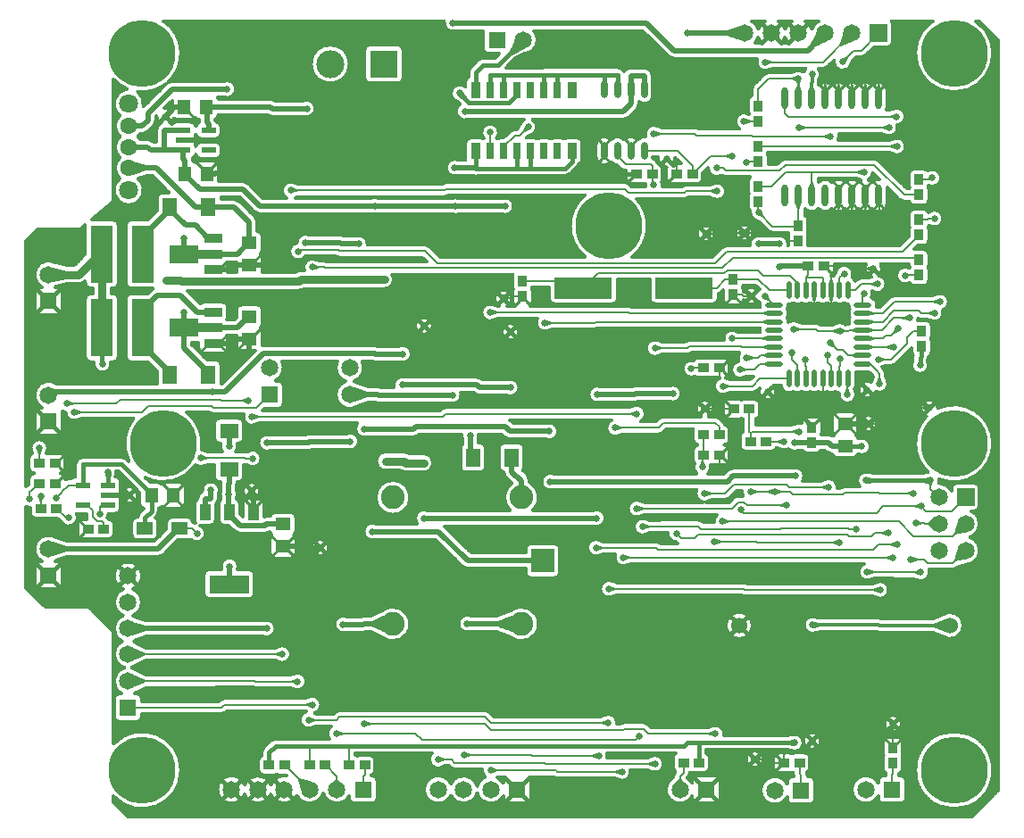
<source format=gtl>
*
%LPD*%
%LNNAIAD-RELAY-L1*%
%FSLAX25Y25*%
%MOIN*%
%AD*%
%AD*%
%ADD19C,0.25*%
%ADD20R,0.065X0.065*%
%ADD21C,0.065*%
%ADD26C,0.06*%
%ADD36C,0.03*%
%ADD37C,0.008*%
%ADD38C,0.012*%
%ADD39C,0.015*%
%ADD40C,0.01*%
%ADD41R,0.064959843X0.064959843*%
%ADD42C,0.064959843*%
%ADD65C,0.062990157*%
%ADD67C,0.02*%
%ADD68C,0.070870079*%
%ADD71C,0.025*%
%ADD102R,0.035X0.039*%
%ADD103R,0.039X0.035*%
%ADD105R,0.05X0.058*%
%ADD107R,0.055120079X0.070870079*%
%ADD112O,0.023620079X0.066929921*%
%ADD118R,0.055120079X0.023620079*%
%ADD126R,0.217X0.08*%
%ADD159R,0.058X0.05*%
%ADD160R,0.059059843X0.047240157*%
%ADD171O,0.023620079X0.082679921*%
%ADD190R,0.08465X0.216540157*%
%ADD195O,0.019690157X0.066929921*%
%ADD196O,0.066929921X0.019690157*%
%ADD209R,0.07X0.034*%
%ADD210R,0.11X0.034*%
%ADD211R,0.11X0.07*%
%ADD212R,0.070870079X0.055120079*%
%ADD213R,0.04X0.06*%
%ADD214R,0.15X0.07*%
%ADD215R,0.036X0.06*%
%ADD216R,0.026X0.06*%
%ADD229R,0.088579921X0.088579921*%
%ADD230C,0.088579921*%
%ADD231R,0.104329921X0.104329921*%
%ADD232C,0.104329921*%
G54D19*
%SRX1Y1I0.0J0.0*%
G1X67427Y303102D3*
G1X370576Y303102D3*
G1X67427Y35386D3*
G1X370576Y35386D3*
G1X241627Y238602D3*
G1X75301Y157433D3*
G1X370576Y157433D3*
G54D20*
G1X342427Y310602D3*
G1X374827Y137402D3*
G54D21*
G1X332427Y310602D3*
G1X322427Y310602D3*
G1X312427Y310602D3*
G1X302427Y310602D3*
G1X292427Y310602D3*
G1X364827Y137402D3*
G1X374827Y127402D3*
G1X364827Y127402D3*
G1X374827Y117402D3*
G1X364827Y117402D3*
G54D26*
G1X369045Y89402D3*
G1X290305Y89402D3*
G1X38923Y220445D2*
G54D36*
G1X33663Y221681D1*
G1X37175Y220445D1*
G1X33663Y219209D1*
G1X38923Y220445D1*
G1X33663Y219209D3*
G1X33663Y219209D3*
G1X33663Y221681D3*
G1X36663Y219914D2*
G1X36663Y220265D1*
G1X36663Y220625D2*
G1X36663Y220976D1*
G1X76227Y218202D2*
G1X81727Y218202D1*
G1X81927Y218002D1*
G1X126027Y218002D1*
G1X126627Y218602D1*
G1X157827Y218602D1*
G1X52348Y200602D2*
G1X52348Y228102D1*
G1X158227Y150802D2*
G1X165327Y150802D1*
G1X165627Y150102D1*
G1X172527Y150102D1*
G1X32427Y220445D2*
G1X43569Y220445D1*
G1X51227Y228102D1*
G1X200127Y35202D2*
G54D37*
G1X198228Y35803D1*
G1X199277Y35202D1*
G1X198228Y34601D1*
G1X200127Y35202D1*
G1X198228Y34601D3*
G1X198930Y35401D2*
G1X199498Y35401D1*
G1X198627Y34728D2*
G1X198627Y34830D1*
G1X198627Y35575D2*
G1X198627Y35677D1*
G1X199427Y34981D2*
G1X199427Y35424D1*
G1X244027Y34702D2*
G1X245926Y34101D1*
G1X244877Y34702D1*
G1X245926Y35303D1*
G1X244027Y34702D1*
G1X245926Y34101D3*
G1X244655Y34901D2*
G1X245224Y34901D1*
G1X244227Y34639D2*
G1X244227Y34766D1*
G1X245027Y34386D2*
G1X245027Y34616D1*
G1X245027Y34788D2*
G1X245027Y35019D1*
G1X245827Y34133D2*
G1X245827Y34158D1*
G1X245827Y35247D2*
G1X245827Y35272D1*
G1X268184Y31960D2*
G1X267051Y30715D1*
G1X268184Y31750D1*
G1X269317Y30715D1*
G1X268184Y31960D1*
G1X267051Y30715D3*
G1X269317Y30715D3*
G1X267780Y31515D2*
G1X267927Y31515D1*
G1X268442Y31515D2*
G1X268589Y31515D1*
G1X267427Y31058D2*
G1X267427Y31128D1*
G1X268227Y31712D2*
G1X268227Y31913D1*
G1X269027Y30981D2*
G1X269027Y31034D1*
G1X125875Y32154D2*
G1X127079Y28102D1*
G1X127347Y30682D1*
G1X129927Y30950D1*
G1X125875Y32154D1*
G1X127079Y28102D3*
G1X126841Y28902D2*
G1X127162Y28902D1*
G1X126603Y29702D2*
G1X127245Y29702D1*
G1X126366Y30502D2*
G1X127329Y30502D1*
G1X126128Y31302D2*
G1X128742Y31302D1*
G1X125891Y32102D2*
G1X126049Y32102D1*
G1X126627Y29624D2*
G1X126627Y31931D1*
G1X127427Y30690D2*
G1X127427Y31693D1*
G1X128227Y30773D2*
G1X128227Y31455D1*
G1X129027Y30857D2*
G1X129027Y31218D1*
G1X129827Y30940D2*
G1X129827Y30980D1*
G1X140084Y31845D2*
G1X139024Y30746D1*
G1X140084Y31750D1*
G1X141144Y30746D1*
G1X140084Y31845D1*
G1X139024Y30746D3*
G1X141144Y30746D3*
G1X139796Y31546D2*
G1X139868Y31546D1*
G1X140300Y31546D2*
G1X140373Y31546D1*
G1X139427Y31127D2*
G1X139427Y31163D1*
G1X140227Y31615D2*
G1X140227Y31697D1*
G1X141027Y30857D2*
G1X141027Y30868D1*
G1X180327Y39302D2*
G1X178428Y39903D1*
G1X179477Y39302D1*
G1X178428Y38701D1*
G1X180327Y39302D1*
G1X178428Y38701D3*
G1X179130Y39501D2*
G1X179698Y39501D1*
G1X178627Y38764D2*
G1X178627Y38815D1*
G1X178627Y39789D2*
G1X178627Y39840D1*
G1X179427Y39018D2*
G1X179427Y39274D1*
G1X179427Y39331D2*
G1X179427Y39587D1*
G1X180227Y39271D2*
G1X180227Y39334D1*
G1X256327Y37702D2*
G1X258226Y37101D1*
G1X257177Y37702D1*
G1X258226Y38303D1*
G1X256327Y37702D1*
G1X258226Y37101D3*
G1X256955Y37901D2*
G1X257524Y37901D1*
G1X257027Y37481D2*
G1X257027Y37924D1*
G1X257827Y37228D2*
G1X257827Y37330D1*
G1X257827Y38075D2*
G1X257827Y38177D1*
G1X190127Y41002D2*
G1X188228Y41603D1*
G1X189277Y41002D1*
G1X188228Y40401D1*
G1X190127Y41002D1*
G1X188228Y40401D3*
G1X188930Y41201D2*
G1X189498Y41201D1*
G1X189027Y40654D2*
G1X189027Y40859D1*
G1X189027Y41146D2*
G1X189027Y41351D1*
G1X189827Y40907D2*
G1X189827Y41097D1*
G1X235327Y40702D2*
G1X237226Y40101D1*
G1X236177Y40702D1*
G1X237226Y41303D1*
G1X235327Y40702D1*
G1X237226Y40101D3*
G1X235955Y40901D2*
G1X236524Y40901D1*
G1X235427Y40671D2*
G1X235427Y40734D1*
G1X236227Y40418D2*
G1X236227Y40674D1*
G1X236227Y40731D2*
G1X236227Y40987D1*
G1X237027Y40164D2*
G1X237027Y40215D1*
G1X237027Y41189D2*
G1X237027Y41240D1*
G1X298627Y39502D2*
G1X296728Y40103D1*
G1X297777Y39502D1*
G1X296728Y38901D1*
G1X298627Y39502D1*
G1X296728Y38901D3*
G1X297430Y39701D2*
G1X297998Y39701D1*
G1X297027Y38996D2*
G1X297027Y39073D1*
G1X297027Y39932D2*
G1X297027Y40009D1*
G1X297827Y39249D2*
G1X297827Y39756D1*
G1X298627Y39502D3*
G1X315759Y44535D2*
G1X317527Y45452D1*
G1X316360Y45136D1*
G1X316677Y46302D1*
G1X315759Y44535D1*
G1X315759Y44535D3*
G1X316174Y45335D2*
G1X316414Y45335D1*
G1X317093Y45335D2*
G1X317300Y45335D1*
G1X316590Y46135D2*
G1X316631Y46135D1*
G1X316227Y44777D2*
G1X316227Y45436D1*
G1X317027Y45193D2*
G1X317027Y45317D1*
G1X132027Y54102D2*
G1X130128Y54703D1*
G1X131177Y54102D1*
G1X130128Y53501D1*
G1X132027Y54102D1*
G1X130128Y53501D3*
G1X130830Y54301D2*
G1X131398Y54301D1*
G1X130627Y53659D2*
G1X130627Y53787D1*
G1X130627Y54418D2*
G1X130627Y54545D1*
G1X131427Y53912D2*
G1X131427Y54292D1*
G1X238927Y53102D2*
G1X240826Y52501D1*
G1X239777Y53102D1*
G1X240826Y53703D1*
G1X238927Y53102D1*
G1X240826Y52501D3*
G1X239555Y53301D2*
G1X240124Y53301D1*
G1X239427Y52944D2*
G1X239427Y53261D1*
G1X240227Y52691D2*
G1X240227Y52845D1*
G1X240227Y53360D2*
G1X240227Y53514D1*
G1X142327Y49002D2*
G1X140428Y49603D1*
G1X141477Y49002D1*
G1X140428Y48401D1*
G1X142327Y49002D1*
G1X140428Y48401D3*
G1X141130Y49201D2*
G1X141698Y49201D1*
G1X141027Y48591D2*
G1X141027Y48745D1*
G1X141027Y49260D2*
G1X141027Y49414D1*
G1X141827Y48844D2*
G1X141827Y49161D1*
G1X152727Y52602D2*
G1X150828Y53203D1*
G1X151877Y52602D1*
G1X150828Y52001D1*
G1X152727Y52602D1*
G1X150828Y52001D3*
G1X151530Y52801D2*
G1X152098Y52801D1*
G1X151427Y52191D2*
G1X151427Y52345D1*
G1X151427Y52860D2*
G1X151427Y53014D1*
G1X152227Y52444D2*
G1X152227Y52761D1*
G1X278927Y49002D2*
G1X280826Y48401D1*
G1X279777Y49002D1*
G1X280826Y49603D1*
G1X278927Y49002D1*
G1X280826Y48401D3*
G1X279555Y49201D2*
G1X280124Y49201D1*
G1X279427Y48844D2*
G1X279427Y49161D1*
G1X280227Y48591D2*
G1X280227Y48745D1*
G1X280227Y49260D2*
G1X280227Y49414D1*
G1X347727Y50202D2*
G1X348328Y52101D1*
G1X347727Y51052D1*
G1X347126Y52101D1*
G1X347727Y50202D1*
G1X347727Y50202D3*
G1X347474Y51002D2*
G1X347980Y51002D1*
G1X347220Y51802D2*
G1X347297Y51802D1*
G1X348156Y51802D2*
G1X348233Y51802D1*
G1X347427Y51150D2*
G1X347427Y51576D1*
G1X348227Y51782D2*
G1X348227Y51925D1*
G1X128427Y59802D2*
G1X130326Y59201D1*
G1X129277Y59802D1*
G1X130326Y60403D1*
G1X128427Y59802D1*
G1X130326Y59201D3*
G1X129055Y60001D2*
G1X129624Y60001D1*
G1X129027Y59612D2*
G1X129027Y59992D1*
G1X129827Y59359D2*
G1X129827Y59487D1*
G1X129827Y60118D2*
G1X129827Y60245D1*
G1X68623Y68545D2*
G1X64141Y70559D1*
G1X65775Y68545D1*
G1X64141Y66531D1*
G1X68623Y68545D1*
G1X64141Y66531D3*
G1X64790Y67331D2*
G1X65921Y67331D1*
G1X65439Y68131D2*
G1X67702Y68131D1*
G1X65461Y68931D2*
G1X67763Y68931D1*
G1X64812Y69731D2*
G1X65983Y69731D1*
G1X64163Y70531D2*
G1X64202Y70531D1*
G1X64141Y66531D3*
G1X64141Y70559D3*
G1X64941Y66890D2*
G1X64941Y67517D1*
G1X64941Y69573D2*
G1X64941Y70199D1*
G1X65741Y67250D2*
G1X65741Y68503D1*
G1X65741Y68587D2*
G1X65741Y69840D1*
G1X66541Y67609D2*
G1X66541Y69480D1*
G1X67341Y67969D2*
G1X67341Y69121D1*
G1X68141Y68328D2*
G1X68141Y68762D1*
G1X122927Y68502D2*
G1X124826Y67901D1*
G1X123777Y68502D1*
G1X124826Y69103D1*
G1X122927Y68502D1*
G1X124826Y67901D3*
G1X123555Y68701D2*
G1X124124Y68701D1*
G1X123427Y68344D2*
G1X123427Y68661D1*
G1X124227Y68091D2*
G1X124227Y68245D1*
G1X124227Y68760D2*
G1X124227Y68914D1*
G1X68623Y78702D2*
G1X64141Y80716D1*
G1X65775Y78702D1*
G1X64141Y76689D1*
G1X68623Y78702D1*
G1X64141Y76689D3*
G1X64790Y77489D2*
G1X65921Y77489D1*
G1X65439Y78289D2*
G1X67702Y78289D1*
G1X65461Y79089D2*
G1X67763Y79089D1*
G1X64812Y79889D2*
G1X65983Y79889D1*
G1X64163Y80689D2*
G1X64202Y80689D1*
G1X64141Y76689D3*
G1X64141Y80716D3*
G1X64941Y77048D2*
G1X64941Y77674D1*
G1X64941Y79730D2*
G1X64941Y80357D1*
G1X65741Y77407D2*
G1X65741Y78660D1*
G1X65741Y78744D2*
G1X65741Y79997D1*
G1X66541Y77767D2*
G1X66541Y79638D1*
G1X67341Y78126D2*
G1X67341Y79278D1*
G1X68141Y78486D2*
G1X68141Y78919D1*
G1X117227Y78702D2*
G1X119126Y78101D1*
G1X118077Y78702D1*
G1X119126Y79303D1*
G1X117227Y78702D1*
G1X119126Y78101D3*
G1X117855Y78901D2*
G1X118424Y78901D1*
G1X117827Y78512D2*
G1X117827Y78892D1*
G1X118627Y78259D2*
G1X118627Y78387D1*
G1X118627Y79018D2*
G1X118627Y79145D1*
G1X29527Y135302D2*
G1X30128Y137201D1*
G1X29527Y136152D1*
G1X28926Y137201D1*
G1X29527Y135302D1*
G1X29527Y135302D3*
G1X29274Y136102D2*
G1X29780Y136102D1*
G1X29020Y136902D2*
G1X29097Y136902D1*
G1X29956Y136902D2*
G1X30033Y136902D1*
G1X28926Y137201D3*
G1X29726Y135931D2*
G1X29726Y136500D1*
G1X254527Y133102D2*
G1X252628Y133703D1*
G1X253677Y133102D1*
G1X252628Y132501D1*
G1X254527Y133102D1*
G1X252628Y132501D3*
G1X253330Y133301D2*
G1X253898Y133301D1*
G1X253027Y132628D2*
G1X253027Y132730D1*
G1X253027Y133475D2*
G1X253027Y133577D1*
G1X253827Y132881D2*
G1X253827Y133324D1*
G1X305527Y134202D2*
G1X307426Y133601D1*
G1X306377Y134202D1*
G1X307426Y134803D1*
G1X305527Y134202D1*
G1X307426Y133601D3*
G1X306155Y134401D2*
G1X306724Y134401D1*
G1X305827Y134107D2*
G1X305827Y134297D1*
G1X306627Y133854D2*
G1X306627Y134059D1*
G1X306627Y134346D2*
G1X306627Y134551D1*
G1X249527Y114802D2*
G1X247628Y115403D1*
G1X248677Y114802D1*
G1X247628Y114201D1*
G1X249527Y114802D1*
G1X247628Y114201D3*
G1X248330Y115001D2*
G1X248898Y115001D1*
G1X248227Y114391D2*
G1X248227Y114545D1*
G1X248227Y115060D2*
G1X248227Y115214D1*
G1X249027Y114644D2*
G1X249027Y114961D1*
G1X345227Y114702D2*
G1X347126Y114101D1*
G1X346077Y114702D1*
G1X347126Y115303D1*
G1X345227Y114702D1*
G1X347126Y114101D3*
G1X345855Y114901D2*
G1X346424Y114901D1*
G1X345827Y114512D2*
G1X345827Y114892D1*
G1X346627Y114259D2*
G1X346627Y114387D1*
G1X346627Y115018D2*
G1X346627Y115145D1*
G1X239327Y118402D2*
G1X237428Y119003D1*
G1X238477Y118402D1*
G1X237428Y117801D1*
G1X239327Y118402D1*
G1X237428Y117801D3*
G1X238130Y118601D2*
G1X238698Y118601D1*
G1X237827Y117928D2*
G1X237827Y118030D1*
G1X237827Y118775D2*
G1X237827Y118877D1*
G1X238627Y118181D2*
G1X238627Y118624D1*
G1X346827Y119602D2*
G1X348726Y119001D1*
G1X347677Y119602D1*
G1X348726Y120203D1*
G1X346827Y119602D1*
G1X348726Y119001D3*
G1X347455Y119801D2*
G1X348024Y119801D1*
G1X347427Y119412D2*
G1X347427Y119792D1*
G1X348227Y119159D2*
G1X348227Y119287D1*
G1X348227Y119918D2*
G1X348227Y120045D1*
G1X256727Y126302D2*
G1X254828Y126903D1*
G1X255877Y126302D1*
G1X254828Y125701D1*
G1X256727Y126302D1*
G1X254828Y125701D3*
G1X255530Y126501D2*
G1X256098Y126501D1*
G1X255427Y125891D2*
G1X255427Y126045D1*
G1X255427Y126560D2*
G1X255427Y126714D1*
G1X256227Y126144D2*
G1X256227Y126461D1*
G1X244127Y103102D2*
G1X242228Y103703D1*
G1X243277Y103102D1*
G1X242228Y102501D1*
G1X244127Y103102D1*
G1X242228Y102501D3*
G1X242930Y103301D2*
G1X243498Y103301D1*
G1X242627Y102628D2*
G1X242627Y102730D1*
G1X242627Y103475D2*
G1X242627Y103577D1*
G1X243427Y102881D2*
G1X243427Y103324D1*
G1X340427Y102702D2*
G1X342326Y102101D1*
G1X341277Y102702D1*
G1X342326Y103303D1*
G1X340427Y102702D1*
G1X342326Y102101D3*
G1X341055Y102901D2*
G1X341624Y102901D1*
G1X341027Y102512D2*
G1X341027Y102892D1*
G1X341827Y102259D2*
G1X341827Y102387D1*
G1X341827Y103018D2*
G1X341827Y103145D1*
G1X283527Y120602D2*
G1X281628Y121203D1*
G1X282677Y120602D1*
G1X281628Y120001D1*
G1X283527Y120602D1*
G1X281628Y120001D3*
G1X282330Y120801D2*
G1X282898Y120801D1*
G1X281827Y120064D2*
G1X281827Y120115D1*
G1X281827Y121089D2*
G1X281827Y121140D1*
G1X282627Y120318D2*
G1X282627Y120574D1*
G1X282627Y120631D2*
G1X282627Y120887D1*
G1X283427Y120571D2*
G1X283427Y120634D1*
G1X325227Y120302D2*
G1X327126Y119701D1*
G1X326077Y120302D1*
G1X327126Y120903D1*
G1X325227Y120302D1*
G1X327126Y119701D3*
G1X325855Y120501D2*
G1X326424Y120501D1*
G1X325827Y120112D2*
G1X325827Y120492D1*
G1X326627Y119859D2*
G1X326627Y119987D1*
G1X326627Y120618D2*
G1X326627Y120745D1*
G1X306027Y139302D2*
G1X304128Y139903D1*
G1X305177Y139302D1*
G1X304128Y138701D1*
G1X306027Y139302D1*
G1X304128Y138701D3*
G1X304830Y139501D2*
G1X305398Y139501D1*
G1X304227Y138733D2*
G1X304227Y138758D1*
G1X304227Y139847D2*
G1X304227Y139872D1*
G1X305027Y138986D2*
G1X305027Y139216D1*
G1X305027Y139388D2*
G1X305027Y139619D1*
G1X305827Y139239D2*
G1X305827Y139366D1*
G1X352927Y138802D2*
G1X354826Y138201D1*
G1X353777Y138802D1*
G1X354826Y139403D1*
G1X352927Y138802D1*
G1X354826Y138201D3*
G1X353555Y139001D2*
G1X354124Y139001D1*
G1X353027Y138771D2*
G1X353027Y138834D1*
G1X353827Y138518D2*
G1X353827Y138774D1*
G1X353827Y138831D2*
G1X353827Y139087D1*
G1X354627Y138264D2*
G1X354627Y138315D1*
G1X354627Y139289D2*
G1X354627Y139340D1*
G1X343327Y123902D2*
G1X345226Y123301D1*
G1X344177Y123902D1*
G1X345226Y124503D1*
G1X343327Y123902D1*
G1X345226Y123301D3*
G1X343955Y124101D2*
G1X344524Y124101D1*
G1X343427Y123871D2*
G1X343427Y123934D1*
G1X344227Y123618D2*
G1X344227Y123874D1*
G1X344227Y123931D2*
G1X344227Y124187D1*
G1X345027Y123364D2*
G1X345027Y123415D1*
G1X345027Y124389D2*
G1X345027Y124440D1*
G1X279827Y138702D2*
G1X277928Y139303D1*
G1X278977Y138702D1*
G1X277928Y138101D1*
G1X279827Y138702D1*
G1X277928Y138101D3*
G1X278630Y138901D2*
G1X279198Y138901D1*
G1X278627Y138323D2*
G1X278627Y138502D1*
G1X278627Y138903D2*
G1X278627Y139082D1*
G1X279427Y138576D2*
G1X279427Y138829D1*
G1X321227Y141102D2*
G1X323126Y140501D1*
G1X322077Y141102D1*
G1X323126Y141703D1*
G1X321227Y141102D1*
G1X323126Y140501D3*
G1X321855Y141301D2*
G1X322424Y141301D1*
G1X321827Y140912D2*
G1X321827Y141292D1*
G1X322627Y140659D2*
G1X322627Y140787D1*
G1X322627Y141418D2*
G1X322627Y141545D1*
G1X286627Y128202D2*
G1X284728Y128803D1*
G1X285777Y128202D1*
G1X284728Y127601D1*
G1X286627Y128202D1*
G1X284728Y127601D3*
G1X285430Y128401D2*
G1X285998Y128401D1*
G1X285027Y127696D2*
G1X285027Y127773D1*
G1X285027Y128632D2*
G1X285027Y128709D1*
G1X285827Y127949D2*
G1X285827Y128456D1*
G1X286627Y128202D3*
G1X370975Y123551D2*
G1X374827Y124552D1*
G1X372246Y124821D1*
G1X371977Y127402D1*
G1X370975Y123551D1*
G1X370975Y123551D3*
G1X371183Y124351D2*
G1X374052Y124351D1*
G1X371391Y125151D2*
G1X372211Y125151D1*
G1X371599Y125951D2*
G1X372128Y125951D1*
G1X371807Y126751D2*
G1X372045Y126751D1*
G1X371427Y123668D2*
G1X371427Y125287D1*
G1X372227Y123876D2*
G1X372227Y125004D1*
G1X373027Y124084D2*
G1X373027Y124740D1*
G1X373827Y124292D2*
G1X373827Y124657D1*
G1X374627Y124500D2*
G1X374627Y124573D1*
G1X355827Y133902D2*
G1X357726Y133301D1*
G1X356677Y133902D1*
G1X357726Y134503D1*
G1X355827Y133902D1*
G1X357726Y133301D3*
G1X356455Y134101D2*
G1X357024Y134101D1*
G1X356227Y133776D2*
G1X356227Y134029D1*
G1X357027Y133523D2*
G1X357027Y133702D1*
G1X357027Y134103D2*
G1X357027Y134282D1*
G1X297027Y139302D2*
G1X295128Y139903D1*
G1X296177Y139302D1*
G1X295128Y138701D1*
G1X297027Y139302D1*
G1X295128Y138701D3*
G1X295830Y139501D2*
G1X296398Y139501D1*
G1X295427Y138796D2*
G1X295427Y138873D1*
G1X295427Y139732D2*
G1X295427Y139809D1*
G1X296227Y139049D2*
G1X296227Y139556D1*
G1X297027Y139302D3*
G1X301027Y139302D2*
G1X302926Y138701D1*
G1X301877Y139302D1*
G1X302926Y139903D1*
G1X301027Y139302D1*
G1X302926Y138701D3*
G1X301655Y139501D2*
G1X302224Y139501D1*
G1X301027Y139302D3*
G1X301827Y139049D2*
G1X301827Y139556D1*
G1X302627Y138796D2*
G1X302627Y138873D1*
G1X302627Y139732D2*
G1X302627Y139809D1*
G1X340627Y109402D2*
G1X338728Y110003D1*
G1X339777Y109402D1*
G1X338728Y108801D1*
G1X340627Y109402D1*
G1X338728Y108801D3*
G1X339430Y109601D2*
G1X339998Y109601D1*
G1X339427Y109023D2*
G1X339427Y109202D1*
G1X339427Y109603D2*
G1X339427Y109782D1*
G1X340227Y109276D2*
G1X340227Y109529D1*
G1X355627Y109202D2*
G1X357526Y108601D1*
G1X356477Y109202D1*
G1X357526Y109803D1*
G1X355627Y109202D1*
G1X357526Y108601D3*
G1X356255Y109401D2*
G1X356824Y109401D1*
G1X356227Y109012D2*
G1X356227Y109392D1*
G1X357027Y108759D2*
G1X357027Y108887D1*
G1X357027Y109518D2*
G1X357027Y109645D1*
G1X356927Y114102D2*
G1X355028Y114703D1*
G1X356077Y114102D1*
G1X355028Y113501D1*
G1X356927Y114102D1*
G1X355028Y113501D3*
G1X355730Y114301D2*
G1X356298Y114301D1*
G1X355427Y113628D2*
G1X355427Y113730D1*
G1X355427Y114475D2*
G1X355427Y114577D1*
G1X356227Y113881D2*
G1X356227Y114324D1*
G1X370975Y113551D2*
G1X374827Y114552D1*
G1X372246Y114821D1*
G1X371977Y117402D1*
G1X370975Y113551D1*
G1X370975Y113551D3*
G1X371183Y114351D2*
G1X374052Y114351D1*
G1X371391Y115151D2*
G1X372211Y115151D1*
G1X371599Y115951D2*
G1X372128Y115951D1*
G1X371807Y116751D2*
G1X372045Y116751D1*
G1X371427Y113668D2*
G1X371427Y115287D1*
G1X372227Y113876D2*
G1X372227Y115004D1*
G1X373027Y114084D2*
G1X373027Y114740D1*
G1X373827Y114292D2*
G1X373827Y114657D1*
G1X374627Y114500D2*
G1X374627Y114573D1*
G1X358227Y127602D2*
G1X356993Y128130D1*
G1X357977Y127602D1*
G1X356993Y127074D1*
G1X358227Y127602D1*
G1X356993Y127074D3*
G1X357470Y127874D2*
G1X357591Y127874D1*
G1X357027Y127089D2*
G1X357027Y127093D1*
G1X357027Y128112D2*
G1X357027Y128116D1*
G1X357827Y127431D2*
G1X357827Y127522D1*
G1X357827Y127683D2*
G1X357827Y127774D1*
G1X360827Y127402D2*
G1X362252Y126181D1*
G1X361177Y127402D1*
G1X362252Y128624D1*
G1X360827Y127402D1*
G1X362252Y126181D3*
G1X361319Y126981D2*
G1X361548Y126981D1*
G1X361268Y127781D2*
G1X361510Y127781D1*
G1X362201Y128581D2*
G1X362214Y128581D1*
G1X361027Y127231D2*
G1X361027Y127574D1*
G1X361827Y126545D2*
G1X361827Y126664D1*
G1X361827Y128141D2*
G1X361827Y128260D1*
G1X41727Y172202D2*
G1X39828Y172803D1*
G1X40877Y172202D1*
G1X39828Y171601D1*
G1X41727Y172202D1*
G1X39828Y171601D3*
G1X40530Y172401D2*
G1X41098Y172401D1*
G1X39828Y171601D3*
G1X39828Y172803D3*
G1X40628Y171855D2*
G1X40628Y172060D1*
G1X40628Y172345D2*
G1X40628Y172550D1*
G1X41428Y172108D2*
G1X41428Y172297D1*
G1X104527Y173502D2*
G1X106426Y172901D1*
G1X105377Y173502D1*
G1X106426Y174103D1*
G1X104527Y173502D1*
G1X106426Y172901D3*
G1X105155Y173701D2*
G1X105724Y173701D1*
G1X105027Y173344D2*
G1X105027Y173661D1*
G1X105827Y173091D2*
G1X105827Y173245D1*
G1X105827Y173760D2*
G1X105827Y173914D1*
G1X44527Y169102D2*
G1X42628Y169703D1*
G1X43677Y169102D1*
G1X42628Y168501D1*
G1X44527Y169102D1*
G1X42628Y168501D3*
G1X43330Y169301D2*
G1X43898Y169301D1*
G1X42628Y168501D3*
G1X42628Y169703D3*
G1X43428Y168755D2*
G1X43428Y168960D1*
G1X43428Y169245D2*
G1X43428Y169450D1*
G1X44228Y169008D2*
G1X44228Y169197D1*
G1X91727Y151902D2*
G1X89828Y152503D1*
G1X90877Y151902D1*
G1X89828Y151301D1*
G1X91727Y151902D1*
G1X89828Y151301D3*
G1X90530Y152101D2*
G1X91098Y152101D1*
G1X90627Y151554D2*
G1X90627Y151759D1*
G1X90627Y152046D2*
G1X90627Y152251D1*
G1X91427Y151807D2*
G1X91427Y151997D1*
G1X29027Y153202D2*
G1X29628Y155101D1*
G1X29027Y154052D1*
G1X28426Y155101D1*
G1X29027Y153202D1*
G1X29027Y153202D3*
G1X28774Y154002D2*
G1X29280Y154002D1*
G1X28520Y154802D2*
G1X28597Y154802D1*
G1X29456Y154802D2*
G1X29533Y154802D1*
G1X28426Y155101D3*
G1X29226Y153831D2*
G1X29226Y154400D1*
G1X110827Y167302D2*
G1X108928Y167903D1*
G1X109977Y167302D1*
G1X108928Y166701D1*
G1X110827Y167302D1*
G1X108928Y166701D3*
G1X109630Y167501D2*
G1X110198Y167501D1*
G1X109027Y166733D2*
G1X109027Y166758D1*
G1X109027Y167847D2*
G1X109027Y167872D1*
G1X109827Y166986D2*
G1X109827Y167216D1*
G1X109827Y167388D2*
G1X109827Y167619D1*
G1X110627Y167239D2*
G1X110627Y167366D1*
G1X249527Y168502D2*
G1X251426Y167901D1*
G1X250377Y168502D1*
G1X251426Y169103D1*
G1X249527Y168502D1*
G1X251426Y167901D3*
G1X250155Y168701D2*
G1X250724Y168701D1*
G1X249827Y168407D2*
G1X249827Y168597D1*
G1X250627Y168154D2*
G1X250627Y168359D1*
G1X250627Y168646D2*
G1X250627Y168851D1*
G1X246527Y163202D2*
G1X244628Y163803D1*
G1X245677Y163202D1*
G1X244628Y162601D1*
G1X246527Y163202D1*
G1X244628Y162601D3*
G1X245330Y163401D2*
G1X245898Y163401D1*
G1X245027Y162728D2*
G1X245027Y162830D1*
G1X245027Y163575D2*
G1X245027Y163677D1*
G1X245827Y162981D2*
G1X245827Y163424D1*
G1X261327Y193002D2*
G1X259428Y193603D1*
G1X260477Y193002D1*
G1X259428Y192401D1*
G1X261327Y193002D1*
G1X259428Y192401D3*
G1X260130Y193201D2*
G1X260698Y193201D1*
G1X260227Y192654D2*
G1X260227Y192859D1*
G1X260227Y193146D2*
G1X260227Y193351D1*
G1X261027Y192907D2*
G1X261027Y193097D1*
G1X299061Y193378D2*
G1X300616Y192965D1*
G1X299645Y193378D1*
G1X300616Y193791D1*
G1X299061Y193378D1*
G1X300616Y192965D3*
G1X300517Y193765D2*
G1X300554Y193765D1*
G1X299427Y193281D2*
G1X299427Y193475D1*
G1X300227Y193068D2*
G1X300227Y193130D1*
G1X300227Y193626D2*
G1X300227Y193688D1*
G1X220227Y202402D2*
G1X218328Y203003D1*
G1X219377Y202402D1*
G1X218328Y201801D1*
G1X220227Y202402D1*
G1X218328Y201801D3*
G1X219030Y202601D2*
G1X219598Y202601D1*
G1X218627Y201896D2*
G1X218627Y201973D1*
G1X218627Y202832D2*
G1X218627Y202909D1*
G1X219427Y202149D2*
G1X219427Y202656D1*
G1X220227Y202402D3*
G1X299061Y202827D2*
G1X300616Y202414D1*
G1X299645Y202827D1*
G1X300616Y203240D1*
G1X299061Y202827D1*
G1X300616Y202414D3*
G1X300517Y203214D2*
G1X300554Y203214D1*
G1X299427Y202730D2*
G1X299427Y202924D1*
G1X300227Y202517D2*
G1X300227Y202579D1*
G1X300227Y203074D2*
G1X300227Y203137D1*
G1X204027Y211602D2*
G1X202925Y212087D1*
G1X203877Y211602D1*
G1X202925Y211117D1*
G1X204027Y211602D1*
G1X202925Y211117D3*
G1X203259Y211917D2*
G1X203311Y211917D1*
G1X203427Y211338D2*
G1X203427Y211373D1*
G1X203427Y211832D2*
G1X203427Y211866D1*
G1X199827Y206302D2*
G1X197928Y206903D1*
G1X198977Y206302D1*
G1X197928Y205701D1*
G1X199827Y206302D1*
G1X197928Y205701D3*
G1X198630Y206501D2*
G1X199198Y206501D1*
G1X198627Y205923D2*
G1X198627Y206102D1*
G1X198627Y206503D2*
G1X198627Y206682D1*
G1X199427Y206176D2*
G1X199427Y206429D1*
G1X299061Y205976D2*
G1X300616Y205563D1*
G1X299645Y205976D1*
G1X300616Y206390D1*
G1X299061Y205976D1*
G1X300616Y205563D3*
G1X300517Y206363D2*
G1X300554Y206363D1*
G1X299427Y205879D2*
G1X299427Y206074D1*
G1X300227Y205667D2*
G1X300227Y205729D1*
G1X300227Y206224D2*
G1X300227Y206286D1*
G1X341027Y164802D2*
G1X339128Y165403D1*
G1X340177Y164802D1*
G1X339128Y164201D1*
G1X341027Y164802D1*
G1X339128Y164201D3*
G1X339830Y165001D2*
G1X340398Y165001D1*
G1X339427Y164296D2*
G1X339427Y164373D1*
G1X339427Y165232D2*
G1X339427Y165309D1*
G1X340227Y164549D2*
G1X340227Y165056D1*
G1X341027Y164802D3*
G1X358727Y170602D2*
G1X360626Y170001D1*
G1X359577Y170602D1*
G1X360626Y171203D1*
G1X358727Y170602D1*
G1X360626Y170001D3*
G1X359355Y170801D2*
G1X359924Y170801D1*
G1X359427Y170381D2*
G1X359427Y170824D1*
G1X360227Y170128D2*
G1X360227Y170230D1*
G1X360227Y170975D2*
G1X360227Y171077D1*
G1X344727Y188802D2*
G1X342828Y189403D1*
G1X343877Y188802D1*
G1X342828Y188201D1*
G1X344727Y188802D1*
G1X342828Y188201D3*
G1X343530Y189001D2*
G1X344098Y189001D1*
G1X343427Y188391D2*
G1X343427Y188545D1*
G1X343427Y189060D2*
G1X343427Y189214D1*
G1X344227Y188644D2*
G1X344227Y188961D1*
G1X310027Y189802D2*
G1X310467Y190775D1*
G1X310027Y189852D1*
G1X309586Y190775D1*
G1X310027Y189802D1*
G1X310027Y189802D3*
G1X309665Y190602D2*
G1X309669Y190602D1*
G1X310385Y190602D2*
G1X310389Y190602D1*
G1X309827Y190244D2*
G1X309827Y190272D1*
G1X312053Y185376D2*
G1X311708Y184401D1*
G1X312053Y185313D1*
G1X312398Y184401D1*
G1X312053Y185376D1*
G1X311708Y184401D3*
G1X312398Y184401D3*
G1X311991Y185201D2*
G1X312010Y185201D1*
G1X312095Y185201D2*
G1X312115Y185201D1*
G1X312227Y184853D2*
G1X312227Y184884D1*
G1X277995Y180270D2*
G1X276227Y179352D1*
G1X277393Y179669D1*
G1X277077Y178502D1*
G1X277995Y180270D1*
G1X277077Y178502D3*
G1X277294Y179302D2*
G1X277492Y179302D1*
G1X277671Y180102D2*
G1X277907Y180102D1*
G1X277027Y179570D2*
G1X277027Y179768D1*
G1X277827Y179947D2*
G1X277827Y180183D1*
G1X310127Y161802D2*
G1X312026Y161201D1*
G1X310977Y161802D1*
G1X312026Y162403D1*
G1X310127Y161802D1*
G1X312026Y161201D3*
G1X310755Y162001D2*
G1X311324Y162001D1*
G1X310627Y161644D2*
G1X310627Y161961D1*
G1X311427Y161391D2*
G1X311427Y161545D1*
G1X311427Y162060D2*
G1X311427Y162214D1*
G1X330727Y178102D2*
G1X330126Y176203D1*
G1X330727Y177252D1*
G1X331328Y176203D1*
G1X330727Y178102D1*
G1X330126Y176203D3*
G1X331328Y176203D3*
G1X330379Y177003D2*
G1X330584Y177003D1*
G1X330869Y177003D2*
G1X331075Y177003D1*
G1X330632Y177803D2*
G1X330821Y177803D1*
G1X330627Y177078D2*
G1X330627Y177786D1*
G1X276527Y151102D2*
G1X275926Y149203D1*
G1X276527Y150252D1*
G1X277128Y149203D1*
G1X276527Y151102D1*
G1X275926Y149203D3*
G1X277128Y149203D3*
G1X276179Y150003D2*
G1X276384Y150003D1*
G1X276669Y150003D2*
G1X276875Y150003D1*
G1X276432Y150803D2*
G1X276621Y150803D1*
G1X276227Y149729D2*
G1X276227Y150155D1*
G1X277027Y149380D2*
G1X277027Y149523D1*
G1X325978Y193351D2*
G1X325077Y195102D1*
G1X325393Y193936D1*
G1X324227Y194252D1*
G1X325978Y193351D1*
G1X325978Y193351D3*
G1X324424Y194151D2*
G1X324601Y194151D1*
G1X325335Y194151D2*
G1X325566Y194151D1*
G1X325118Y194951D2*
G1X325155Y194951D1*
G1X325027Y193841D2*
G1X325027Y194035D1*
G1X325827Y193429D2*
G1X325827Y193645D1*
G1X332301Y190228D2*
G1X333687Y189815D1*
G1X332716Y190228D1*
G1X333687Y190641D1*
G1X332301Y190228D1*
G1X333687Y189815D3*
G1X333599Y190615D2*
G1X333625Y190615D1*
G1X333027Y190012D2*
G1X333027Y190096D1*
G1X333027Y190361D2*
G1X333027Y190445D1*
G1X313127Y200102D2*
G1X311228Y200703D1*
G1X312277Y200102D1*
G1X311228Y199501D1*
G1X313127Y200102D1*
G1X311228Y199501D3*
G1X311930Y200301D2*
G1X312498Y200301D1*
G1X311427Y199564D2*
G1X311427Y199615D1*
G1X311427Y200589D2*
G1X311427Y200640D1*
G1X312227Y199818D2*
G1X312227Y200074D1*
G1X312227Y200131D2*
G1X312227Y200387D1*
G1X313027Y200071D2*
G1X313027Y200134D1*
G1X325327Y199402D2*
G1X327226Y198801D1*
G1X326177Y199402D1*
G1X327226Y200003D1*
G1X325327Y199402D1*
G1X327226Y198801D3*
G1X325955Y199601D2*
G1X326524Y199601D1*
G1X325827Y199244D2*
G1X325827Y199561D1*
G1X326627Y198991D2*
G1X326627Y199145D1*
G1X326627Y199660D2*
G1X326627Y199814D1*
G1X329727Y199402D2*
G1X328493Y199930D1*
G1X329477Y199402D1*
G1X328493Y198874D1*
G1X329727Y199402D1*
G1X328493Y198874D3*
G1X328970Y199674D2*
G1X329091Y199674D1*
G1X329027Y199103D2*
G1X329027Y199161D1*
G1X329027Y199644D2*
G1X329027Y199702D1*
G1X332402Y199677D2*
G1X333687Y199264D1*
G1X332716Y199677D1*
G1X333687Y200090D1*
G1X332402Y199677D1*
G1X333687Y199264D3*
G1X333605Y200064D2*
G1X333625Y200064D1*
G1X333027Y199476D2*
G1X333027Y199545D1*
G1X333027Y199809D2*
G1X333027Y199878D1*
G1X286727Y178802D2*
G1X284828Y179403D1*
G1X285877Y178802D1*
G1X284828Y178201D1*
G1X286727Y178802D1*
G1X284828Y178201D3*
G1X285530Y179001D2*
G1X286098Y179001D1*
G1X285027Y178264D2*
G1X285027Y178315D1*
G1X285027Y179289D2*
G1X285027Y179340D1*
G1X285827Y178518D2*
G1X285827Y178774D1*
G1X285827Y178831D2*
G1X285827Y179087D1*
G1X286627Y178771D2*
G1X286627Y178834D1*
G1X293127Y184902D2*
G1X291228Y185503D1*
G1X292277Y184902D1*
G1X291228Y184301D1*
G1X293127Y184902D1*
G1X291228Y184301D3*
G1X291930Y185101D2*
G1X292498Y185101D1*
G1X291427Y184364D2*
G1X291427Y184415D1*
G1X291427Y185389D2*
G1X291427Y185440D1*
G1X292227Y184618D2*
G1X292227Y184874D1*
G1X292227Y184931D2*
G1X292227Y185187D1*
G1X293027Y184871D2*
G1X293027Y184934D1*
G1X299303Y187079D2*
G1X300616Y186666D1*
G1X299645Y187079D1*
G1X300616Y187492D1*
G1X299303Y187079D1*
G1X300616Y186666D3*
G1X300533Y187466D2*
G1X300554Y187466D1*
G1X299427Y187040D2*
G1X299427Y187118D1*
G1X300227Y186788D2*
G1X300227Y186831D1*
G1X300227Y187326D2*
G1X300227Y187369D1*
G1X301695Y210635D2*
G1X300777Y212402D1*
G1X301093Y211236D1*
G1X299927Y211552D1*
G1X301695Y210635D1*
G1X301695Y210635D3*
G1X300154Y211435D2*
G1X300361Y211435D1*
G1X301039Y211435D2*
G1X301279Y211435D1*
G1X300822Y212235D2*
G1X300864Y212235D1*
G1X300227Y211397D2*
G1X300227Y211471D1*
G1X301027Y210981D2*
G1X301027Y211254D1*
G1X301027Y211481D2*
G1X301027Y211921D1*
G1X299061Y196528D2*
G1X300616Y196114D1*
G1X299645Y196528D1*
G1X300616Y196941D1*
G1X299061Y196528D1*
G1X300616Y196114D3*
G1X300517Y196914D2*
G1X300554Y196914D1*
G1X299427Y196430D2*
G1X299427Y196625D1*
G1X300227Y196218D2*
G1X300227Y196280D1*
G1X300227Y196775D2*
G1X300227Y196837D1*
G1X295627Y189302D2*
G1X293728Y189903D1*
G1X294777Y189302D1*
G1X293728Y188701D1*
G1X295627Y189302D1*
G1X293728Y188701D3*
G1X294430Y189501D2*
G1X294998Y189501D1*
G1X293827Y188733D2*
G1X293827Y188758D1*
G1X293827Y189847D2*
G1X293827Y189872D1*
G1X294627Y188986D2*
G1X294627Y189216D1*
G1X294627Y189388D2*
G1X294627Y189619D1*
G1X295427Y189239D2*
G1X295427Y189366D1*
G1X299353Y190228D2*
G1X300616Y189815D1*
G1X299645Y190228D1*
G1X300616Y190641D1*
G1X299353Y190228D1*
G1X300616Y189815D3*
G1X300536Y190615D2*
G1X300554Y190615D1*
G1X299427Y190204D2*
G1X299427Y190253D1*
G1X300227Y189943D2*
G1X300227Y189981D1*
G1X300227Y190476D2*
G1X300227Y190514D1*
G1X293027Y212502D2*
G1X294000Y212062D1*
G1X293077Y212502D1*
G1X294000Y212943D1*
G1X293027Y212502D1*
G1X294000Y212062D3*
G1X293821Y212862D2*
G1X293831Y212862D1*
G1X293027Y212502D3*
G1X293827Y212140D2*
G1X293827Y212145D1*
G1X293827Y212860D2*
G1X293827Y212864D1*
G1X304627Y158102D2*
G1X306526Y157501D1*
G1X305477Y158102D1*
G1X306526Y158703D1*
G1X304627Y158102D1*
G1X306526Y157501D3*
G1X305255Y158301D2*
G1X305824Y158301D1*
G1X305027Y157976D2*
G1X305027Y158229D1*
G1X305827Y157723D2*
G1X305827Y157902D1*
G1X305827Y158303D2*
G1X305827Y158482D1*
G1X340793Y205976D2*
G1X339238Y206390D1*
G1X340209Y205976D1*
G1X339238Y205563D1*
G1X340793Y205976D1*
G1X339238Y205563D3*
G1X339299Y206363D2*
G1X339336Y206363D1*
G1X339427Y205614D2*
G1X339427Y205644D1*
G1X339427Y206309D2*
G1X339427Y206339D1*
G1X340227Y205826D2*
G1X340227Y206127D1*
G1X362827Y210302D2*
G1X364726Y209701D1*
G1X363677Y210302D1*
G1X364726Y210903D1*
G1X362827Y210302D1*
G1X364726Y209701D3*
G1X363455Y210501D2*
G1X364024Y210501D1*
G1X363427Y210112D2*
G1X363427Y210492D1*
G1X364227Y209859D2*
G1X364227Y209987D1*
G1X364227Y210618D2*
G1X364227Y210745D1*
G1X340793Y202827D2*
G1X339238Y203240D1*
G1X340209Y202827D1*
G1X339238Y202414D1*
G1X340793Y202827D1*
G1X339238Y202414D3*
G1X339299Y203214D2*
G1X339336Y203214D1*
G1X339427Y202464D2*
G1X339427Y202494D1*
G1X339427Y203159D2*
G1X339427Y203190D1*
G1X340227Y202676D2*
G1X340227Y202977D1*
G1X360827Y206102D2*
G1X362726Y205501D1*
G1X361677Y206102D1*
G1X362726Y206703D1*
G1X360827Y206102D1*
G1X362726Y205501D3*
G1X361455Y206301D2*
G1X362024Y206301D1*
G1X361027Y206039D2*
G1X361027Y206166D1*
G1X361827Y205786D2*
G1X361827Y206016D1*
G1X361827Y206188D2*
G1X361827Y206419D1*
G1X362627Y205533D2*
G1X362627Y205558D1*
G1X362627Y206647D2*
G1X362627Y206672D1*
G1X340793Y199677D2*
G1X339238Y200090D1*
G1X340209Y199677D1*
G1X339238Y199264D1*
G1X340793Y199677D1*
G1X339238Y199264D3*
G1X339299Y200064D2*
G1X339336Y200064D1*
G1X339427Y199314D2*
G1X339427Y199345D1*
G1X339427Y200010D2*
G1X339427Y200040D1*
G1X340227Y199527D2*
G1X340227Y199828D1*
G1X351327Y204202D2*
G1X353226Y203601D1*
G1X352177Y204202D1*
G1X353226Y204803D1*
G1X351327Y204202D1*
G1X353226Y203601D3*
G1X351955Y204401D2*
G1X352524Y204401D1*
G1X351427Y204171D2*
G1X351427Y204234D1*
G1X352227Y203918D2*
G1X352227Y204174D1*
G1X352227Y204231D2*
G1X352227Y204487D1*
G1X353027Y203664D2*
G1X353027Y203715D1*
G1X353027Y204689D2*
G1X353027Y204740D1*
G1X340793Y196528D2*
G1X339238Y196941D1*
G1X340209Y196528D1*
G1X339238Y196114D1*
G1X340793Y196528D1*
G1X339238Y196114D3*
G1X339299Y196914D2*
G1X339336Y196914D1*
G1X339427Y196165D2*
G1X339427Y196195D1*
G1X339427Y196860D2*
G1X339427Y196890D1*
G1X340227Y196377D2*
G1X340227Y196678D1*
G1X347975Y198551D2*
G1X349727Y199452D1*
G1X348560Y199136D1*
G1X348877Y200302D1*
G1X347975Y198551D1*
G1X347975Y198551D3*
G1X348387Y199351D2*
G1X348618Y199351D1*
G1X349353Y199351D2*
G1X349530Y199351D1*
G1X348799Y200151D2*
G1X348836Y200151D1*
G1X348227Y198680D2*
G1X348227Y199039D1*
G1X349027Y199092D2*
G1X349027Y199262D1*
G1X340793Y193378D2*
G1X339238Y193791D1*
G1X340209Y193378D1*
G1X339238Y192965D1*
G1X340793Y193378D1*
G1X339238Y192965D3*
G1X339299Y193765D2*
G1X339336Y193765D1*
G1X339427Y193015D2*
G1X339427Y193045D1*
G1X339427Y193711D2*
G1X339427Y193741D1*
G1X340227Y193228D2*
G1X340227Y193528D1*
G1X345427Y193402D2*
G1X347326Y192801D1*
G1X346277Y193402D1*
G1X347326Y194003D1*
G1X345427Y193402D1*
G1X347326Y192801D3*
G1X346055Y193601D2*
G1X346624Y193601D1*
G1X345827Y193276D2*
G1X345827Y193529D1*
G1X346627Y193023D2*
G1X346627Y193202D1*
G1X346627Y193603D2*
G1X346627Y193782D1*
G1X342727Y182102D2*
G1X342126Y180203D1*
G1X342727Y181252D1*
G1X343328Y180203D1*
G1X342727Y182102D1*
G1X342126Y180203D3*
G1X343328Y180203D3*
G1X342379Y181003D2*
G1X342584Y181003D1*
G1X342869Y181003D2*
G1X343075Y181003D1*
G1X342632Y181803D2*
G1X342821Y181803D1*
G1X342627Y181078D2*
G1X342627Y181786D1*
G1X318352Y210307D2*
G1X318765Y211862D1*
G1X318352Y210891D1*
G1X317939Y211862D1*
G1X318352Y210307D1*
G1X318352Y210307D3*
G1X318139Y211107D2*
G1X318260Y211107D1*
G1X318444Y211107D2*
G1X318564Y211107D1*
G1X318627Y211342D2*
G1X318627Y211537D1*
G1X324651Y210307D2*
G1X325064Y211862D1*
G1X324651Y210891D1*
G1X324238Y211862D1*
G1X324651Y210307D1*
G1X324651Y210307D3*
G1X324439Y211107D2*
G1X324559Y211107D1*
G1X324743Y211107D2*
G1X324864Y211107D1*
G1X325027Y211721D2*
G1X325027Y211774D1*
G1X339427Y216902D2*
G1X341326Y216301D1*
G1X340277Y216902D1*
G1X341326Y217503D1*
G1X339427Y216902D1*
G1X341326Y216301D3*
G1X340055Y217101D2*
G1X340624Y217101D1*
G1X339427Y216902D3*
G1X340227Y216649D2*
G1X340227Y217156D1*
G1X341027Y216396D2*
G1X341027Y216473D1*
G1X341027Y217332D2*
G1X341027Y217409D1*
G1X361727Y141702D2*
G1X362255Y142936D1*
G1X361727Y141952D1*
G1X361199Y142936D1*
G1X361727Y141702D1*
G1X361727Y141702D3*
G1X361384Y142502D2*
G1X361432Y142502D1*
G1X362022Y142502D2*
G1X362069Y142502D1*
G1X361827Y141936D2*
G1X361827Y142139D1*
G1X133427Y223202D2*
G1X131528Y223803D1*
G1X132577Y223202D1*
G1X131528Y222601D1*
G1X133427Y223202D1*
G1X131528Y222601D3*
G1X132230Y223401D2*
G1X132798Y223401D1*
G1X132227Y222823D2*
G1X132227Y223002D1*
G1X132227Y223403D2*
G1X132227Y223582D1*
G1X133027Y223076D2*
G1X133027Y223329D1*
G1X125427Y251902D2*
G1X123528Y252503D1*
G1X124577Y251902D1*
G1X123528Y251301D1*
G1X125427Y251902D1*
G1X123528Y251301D3*
G1X124230Y252101D2*
G1X124798Y252101D1*
G1X124227Y251523D2*
G1X124227Y251702D1*
G1X124227Y252103D2*
G1X124227Y252282D1*
G1X125027Y251776D2*
G1X125027Y252029D1*
G1X279627Y251602D2*
G1X281526Y251001D1*
G1X280477Y251602D1*
G1X281526Y252203D1*
G1X279627Y251602D1*
G1X281526Y251001D3*
G1X280255Y251801D2*
G1X280824Y251801D1*
G1X280227Y251412D2*
G1X280227Y251792D1*
G1X281027Y251159D2*
G1X281027Y251287D1*
G1X281027Y251918D2*
G1X281027Y252045D1*
G1X264578Y262451D2*
G1X264072Y263711D1*
G1X264393Y262636D1*
G1X263318Y262957D1*
G1X264578Y262451D1*
G1X264578Y262451D3*
G1X264209Y263251D2*
G1X264257Y263251D1*
G1X263427Y262914D2*
G1X263427Y262925D1*
G1X264227Y262592D2*
G1X264227Y262686D1*
G1X264227Y263193D2*
G1X264227Y263325D1*
G1X260927Y273102D2*
G1X259028Y273703D1*
G1X260077Y273102D1*
G1X259028Y272501D1*
G1X260927Y273102D1*
G1X259028Y272501D3*
G1X259730Y273301D2*
G1X260298Y273301D1*
G1X259427Y272628D2*
G1X259427Y272730D1*
G1X259427Y273475D2*
G1X259427Y273577D1*
G1X260227Y272881D2*
G1X260227Y273324D1*
G1X321927Y272102D2*
G1X323826Y271501D1*
G1X322777Y272102D1*
G1X323826Y272703D1*
G1X321927Y272102D1*
G1X323826Y271501D3*
G1X322555Y272301D2*
G1X323124Y272301D1*
G1X322627Y271881D2*
G1X322627Y272324D1*
G1X323427Y271628D2*
G1X323427Y271730D1*
G1X323427Y272475D2*
G1X323427Y272577D1*
G1X209759Y273835D2*
G1X211527Y274752D1*
G1X210360Y274436D1*
G1X210677Y275602D1*
G1X209759Y273835D1*
G1X209759Y273835D3*
G1X210174Y274635D2*
G1X210414Y274635D1*
G1X211093Y274635D2*
G1X211300Y274635D1*
G1X210590Y275435D2*
G1X210631Y275435D1*
G1X209827Y273870D2*
G1X209827Y273965D1*
G1X210627Y274285D2*
G1X210627Y274508D1*
G1X210627Y275418D2*
G1X210627Y275506D1*
G1X211427Y274700D2*
G1X211427Y274725D1*
G1X280327Y235702D2*
G1X278428Y236303D1*
G1X279477Y235702D1*
G1X278428Y235101D1*
G1X280327Y235702D1*
G1X278428Y235101D3*
G1X279130Y235901D2*
G1X279698Y235901D1*
G1X278627Y235164D2*
G1X278627Y235215D1*
G1X278627Y236189D2*
G1X278627Y236240D1*
G1X279427Y235418D2*
G1X279427Y235674D1*
G1X279427Y235731D2*
G1X279427Y235987D1*
G1X280227Y235671D2*
G1X280227Y235734D1*
G1X289627Y236002D2*
G1X291526Y235401D1*
G1X290477Y236002D1*
G1X291526Y236603D1*
G1X289627Y236002D1*
G1X291526Y235401D3*
G1X290255Y236201D2*
G1X290824Y236201D1*
G1X289827Y235939D2*
G1X289827Y236066D1*
G1X290627Y235686D2*
G1X290627Y235916D1*
G1X290627Y236088D2*
G1X290627Y236319D1*
G1X291427Y235433D2*
G1X291427Y235458D1*
G1X291427Y236547D2*
G1X291427Y236572D1*
G1X294627Y236002D2*
G1X292728Y236603D1*
G1X293777Y236002D1*
G1X292728Y235401D1*
G1X294627Y236002D1*
G1X292728Y235401D3*
G1X293430Y236201D2*
G1X293998Y236201D1*
G1X293027Y235496D2*
G1X293027Y235573D1*
G1X293027Y236432D2*
G1X293027Y236509D1*
G1X293827Y235749D2*
G1X293827Y236256D1*
G1X294627Y236002D3*
G1X312427Y244677D2*
G1X312979Y246487D1*
G1X312427Y245458D1*
G1X311874Y246487D1*
G1X312427Y244677D1*
G1X312427Y244677D3*
G1X312183Y245477D2*
G1X312417Y245477D1*
G1X312437Y245477D2*
G1X312671Y245477D1*
G1X311938Y246277D2*
G1X311987Y246277D1*
G1X312866Y246277D2*
G1X312915Y246277D1*
G1X312227Y245333D2*
G1X312227Y245831D1*
G1X285227Y264702D2*
G1X287126Y264101D1*
G1X286077Y264702D1*
G1X287126Y265303D1*
G1X285227Y264702D1*
G1X287126Y264101D3*
G1X285855Y264901D2*
G1X286424Y264901D1*
G1X285827Y264512D2*
G1X285827Y264892D1*
G1X286627Y264259D2*
G1X286627Y264387D1*
G1X286627Y265018D2*
G1X286627Y265145D1*
G1X332427Y244677D2*
G1X332979Y246487D1*
G1X332427Y245458D1*
G1X331874Y246487D1*
G1X332427Y244677D1*
G1X332427Y244677D3*
G1X332183Y245477D2*
G1X332417Y245477D1*
G1X332437Y245477D2*
G1X332671Y245477D1*
G1X331938Y246277D2*
G1X331987Y246277D1*
G1X332866Y246277D2*
G1X332915Y246277D1*
G1X332227Y245333D2*
G1X332227Y245831D1*
G1X342527Y241002D2*
G1X341926Y239103D1*
G1X342527Y240152D1*
G1X343128Y239103D1*
G1X342527Y241002D1*
G1X341926Y239103D3*
G1X343128Y239103D3*
G1X342179Y239903D2*
G1X342384Y239903D1*
G1X342669Y239903D2*
G1X342875Y239903D1*
G1X342432Y240703D2*
G1X342621Y240703D1*
G1X342627Y239978D2*
G1X342627Y240686D1*
G1X327427Y291528D2*
G1X326874Y289718D1*
G1X327427Y290746D1*
G1X327979Y289718D1*
G1X327427Y291528D1*
G1X326874Y289718D3*
G1X327979Y289718D3*
G1X327119Y290518D2*
G1X327304Y290518D1*
G1X327550Y290518D2*
G1X327735Y290518D1*
G1X327363Y291318D2*
G1X327491Y291318D1*
G1X327427Y290746D2*
G1X327427Y291528D1*
G1X337427Y291528D2*
G1X336874Y289718D1*
G1X337427Y290746D1*
G1X337979Y289718D1*
G1X337427Y291528D1*
G1X336874Y289718D3*
G1X337979Y289718D3*
G1X337119Y290518D2*
G1X337304Y290518D1*
G1X337550Y290518D2*
G1X337735Y290518D1*
G1X337363Y291318D2*
G1X337491Y291318D1*
G1X337027Y290001D2*
G1X337027Y290217D1*
G1X337827Y290001D2*
G1X337827Y290217D1*
G1X337427Y244677D2*
G1X337979Y246487D1*
G1X337427Y245458D1*
G1X336874Y246487D1*
G1X337427Y244677D1*
G1X337427Y244677D3*
G1X337183Y245477D2*
G1X337417Y245477D1*
G1X337437Y245477D2*
G1X337671Y245477D1*
G1X336938Y246277D2*
G1X336987Y246277D1*
G1X337866Y246277D2*
G1X337915Y246277D1*
G1X337027Y245988D2*
G1X337027Y246203D1*
G1X337827Y245988D2*
G1X337827Y246203D1*
G1X342427Y291528D2*
G1X341874Y289718D1*
G1X342427Y290746D1*
G1X342979Y289718D1*
G1X342427Y291528D1*
G1X341874Y289718D3*
G1X342979Y289718D3*
G1X342119Y290518D2*
G1X342304Y290518D1*
G1X342550Y290518D2*
G1X342735Y290518D1*
G1X342363Y291318D2*
G1X342491Y291318D1*
G1X342627Y290374D2*
G1X342627Y290872D1*
G1X344427Y293902D2*
G1X346326Y293301D1*
G1X345277Y293902D1*
G1X346326Y294503D1*
G1X344427Y293902D1*
G1X346326Y293301D3*
G1X345055Y294101D2*
G1X345624Y294101D1*
G1X345027Y293712D2*
G1X345027Y294092D1*
G1X345827Y293459D2*
G1X345827Y293587D1*
G1X345827Y294218D2*
G1X345827Y294345D1*
G1X332427Y291528D2*
G1X331874Y289718D1*
G1X332427Y290746D1*
G1X332979Y289718D1*
G1X332427Y291528D1*
G1X331874Y289718D3*
G1X332979Y289718D3*
G1X332119Y290518D2*
G1X332304Y290518D1*
G1X332550Y290518D2*
G1X332735Y290518D1*
G1X332363Y291318D2*
G1X332491Y291318D1*
G1X332227Y290374D2*
G1X332227Y290872D1*
G1X317427Y255307D2*
G1X316874Y253497D1*
G1X317427Y254526D1*
G1X317979Y253497D1*
G1X317427Y255307D1*
G1X316874Y253497D3*
G1X317979Y253497D3*
G1X317119Y254297D2*
G1X317304Y254297D1*
G1X317550Y254297D2*
G1X317735Y254297D1*
G1X317363Y255097D2*
G1X317491Y255097D1*
G1X317027Y253781D2*
G1X317027Y253996D1*
G1X317827Y253781D2*
G1X317827Y253996D1*
G1X334427Y258702D2*
G1X336326Y258101D1*
G1X335277Y258702D1*
G1X336326Y259303D1*
G1X334427Y258702D1*
G1X336326Y258101D3*
G1X335055Y258901D2*
G1X335624Y258901D1*
G1X334627Y258639D2*
G1X334627Y258766D1*
G1X335427Y258386D2*
G1X335427Y258616D1*
G1X335427Y258788D2*
G1X335427Y259019D1*
G1X336227Y258133D2*
G1X336227Y258158D1*
G1X336227Y259247D2*
G1X336227Y259272D1*
G1X315027Y275402D2*
G1X313128Y276003D1*
G1X314177Y275402D1*
G1X313128Y274801D1*
G1X315027Y275402D1*
G1X313128Y274801D3*
G1X313830Y275601D2*
G1X314398Y275601D1*
G1X313827Y275023D2*
G1X313827Y275202D1*
G1X313827Y275603D2*
G1X313827Y275782D1*
G1X314627Y275276D2*
G1X314627Y275529D1*
G1X343827Y275402D2*
G1X345726Y274801D1*
G1X344677Y275402D1*
G1X345726Y276003D1*
G1X343827Y275402D1*
G1X345726Y274801D3*
G1X344455Y275601D2*
G1X345024Y275601D1*
G1X344227Y275276D2*
G1X344227Y275529D1*
G1X345027Y275023D2*
G1X345027Y275202D1*
G1X345027Y275603D2*
G1X345027Y275782D1*
G1X337927Y222702D2*
G1X339826Y222101D1*
G1X338777Y222702D1*
G1X339826Y223303D1*
G1X337927Y222702D1*
G1X339826Y222101D3*
G1X338555Y222901D2*
G1X339124Y222901D1*
G1X338627Y222481D2*
G1X338627Y222924D1*
G1X339427Y222228D2*
G1X339427Y222330D1*
G1X339427Y223075D2*
G1X339427Y223177D1*
G1X324651Y218969D2*
G1X324238Y217413D1*
G1X324651Y218384D1*
G1X325064Y217413D1*
G1X324651Y218969D1*
G1X324238Y217413D3*
G1X325064Y217413D3*
G1X324451Y218213D2*
G1X324578Y218213D1*
G1X324724Y218213D2*
G1X324852Y218213D1*
G1X325027Y217501D2*
G1X325027Y217554D1*
G1X346627Y279502D2*
G1X348526Y278901D1*
G1X347477Y279502D1*
G1X348526Y280103D1*
G1X346627Y279502D1*
G1X348526Y278901D3*
G1X347255Y279701D2*
G1X347824Y279701D1*
G1X346627Y279502D3*
G1X347427Y279249D2*
G1X347427Y279756D1*
G1X348227Y278996D2*
G1X348227Y279073D1*
G1X348227Y279932D2*
G1X348227Y280009D1*
G1X312427Y291528D2*
G1X311874Y289718D1*
G1X312427Y290746D1*
G1X312979Y289718D1*
G1X312427Y291528D1*
G1X311874Y289718D3*
G1X312979Y289718D3*
G1X312119Y290518D2*
G1X312304Y290518D1*
G1X312550Y290518D2*
G1X312735Y290518D1*
G1X312363Y291318D2*
G1X312491Y291318D1*
G1X312227Y290374D2*
G1X312227Y290872D1*
G1X312427Y291102D2*
G1X313028Y293001D1*
G1X312427Y291952D1*
G1X311826Y293001D1*
G1X312427Y291102D1*
G1X312427Y291102D3*
G1X312174Y291902D2*
G1X312680Y291902D1*
G1X311920Y292702D2*
G1X311997Y292702D1*
G1X312856Y292702D2*
G1X312933Y292702D1*
G1X312227Y291734D2*
G1X312227Y292301D1*
G1X313027Y292998D2*
G1X313027Y293000D1*
G1X322427Y291528D2*
G1X321874Y289718D1*
G1X322427Y290746D1*
G1X322979Y289718D1*
G1X322427Y291528D1*
G1X321874Y289718D3*
G1X322979Y289718D3*
G1X322119Y290518D2*
G1X322304Y290518D1*
G1X322550Y290518D2*
G1X322735Y290518D1*
G1X322363Y291318D2*
G1X322491Y291318D1*
G1X322627Y290374D2*
G1X322627Y290872D1*
G1X327427Y244677D2*
G1X327979Y246487D1*
G1X327427Y245458D1*
G1X326874Y246487D1*
G1X327427Y244677D1*
G1X327427Y244677D3*
G1X327183Y245477D2*
G1X327417Y245477D1*
G1X327437Y245477D2*
G1X327671Y245477D1*
G1X326938Y246277D2*
G1X326987Y246277D1*
G1X327866Y246277D2*
G1X327915Y246277D1*
G1X327427Y244677D2*
G1X327427Y245458D1*
G1X346727Y268302D2*
G1X348626Y267701D1*
G1X347577Y268302D1*
G1X348626Y268903D1*
G1X346727Y268302D1*
G1X348626Y267701D3*
G1X347355Y268501D2*
G1X347924Y268501D1*
G1X347427Y268081D2*
G1X347427Y268524D1*
G1X348227Y267828D2*
G1X348227Y267930D1*
G1X348227Y268675D2*
G1X348227Y268777D1*
G1X309927Y293602D2*
G1X311826Y293001D1*
G1X310777Y293602D1*
G1X311826Y294203D1*
G1X309927Y293602D1*
G1X311826Y293001D3*
G1X310555Y293801D2*
G1X311124Y293801D1*
G1X310627Y293381D2*
G1X310627Y293824D1*
G1X311427Y293128D2*
G1X311427Y293230D1*
G1X311427Y293975D2*
G1X311427Y294077D1*
G1X299295Y241935D2*
G1X298377Y243702D1*
G1X298693Y242536D1*
G1X297527Y242852D1*
G1X299295Y241935D1*
G1X299295Y241935D3*
G1X297754Y242735D2*
G1X297961Y242735D1*
G1X298639Y242735D2*
G1X298879Y242735D1*
G1X298422Y243535D2*
G1X298464Y243535D1*
G1X297827Y242697D2*
G1X297827Y242771D1*
G1X298627Y242281D2*
G1X298627Y242554D1*
G1X298627Y242781D2*
G1X298627Y243221D1*
G1X294627Y277702D2*
G1X292728Y278303D1*
G1X293777Y277702D1*
G1X292728Y277101D1*
G1X294627Y277702D1*
G1X292728Y277101D3*
G1X293430Y277901D2*
G1X293998Y277901D1*
G1X293027Y277196D2*
G1X293027Y277273D1*
G1X293027Y278132D2*
G1X293027Y278209D1*
G1X293827Y277449D2*
G1X293827Y277956D1*
G1X294627Y277702D3*
G1X302527Y299802D2*
G1X300628Y300403D1*
G1X301677Y299802D1*
G1X300628Y299201D1*
G1X302527Y299802D1*
G1X300628Y299201D3*
G1X301330Y300001D2*
G1X301898Y300001D1*
G1X301027Y299328D2*
G1X301027Y299430D1*
G1X301027Y300175D2*
G1X301027Y300277D1*
G1X301827Y299581D2*
G1X301827Y300024D1*
G1X327831Y306006D2*
G1X332427Y307752D1*
G1X329846Y308021D1*
G1X329577Y310602D1*
G1X327831Y306006D1*
G1X327943Y306302D2*
G1X328610Y306302D1*
G1X328247Y307102D2*
G1X330716Y307102D1*
G1X328551Y307902D2*
G1X330988Y307902D1*
G1X328855Y308702D2*
G1X329775Y308702D1*
G1X329159Y309502D2*
G1X329691Y309502D1*
G1X329463Y310302D2*
G1X329608Y310302D1*
G1X328227Y306157D2*
G1X328227Y307049D1*
G1X329027Y306461D2*
G1X329027Y309155D1*
G1X329827Y306765D2*
G1X329827Y308204D1*
G1X330627Y307069D2*
G1X330627Y307940D1*
G1X331427Y307372D2*
G1X331427Y307857D1*
G1X332227Y307676D2*
G1X332227Y307773D1*
G1X330695Y301670D2*
G1X328927Y300752D1*
G1X330093Y301069D1*
G1X329777Y299902D1*
G1X330695Y301670D1*
G1X329777Y299902D3*
G1X329994Y300702D2*
G1X330192Y300702D1*
G1X330371Y301502D2*
G1X330607Y301502D1*
G1X329027Y300780D2*
G1X329027Y300804D1*
G1X329827Y299999D2*
G1X329827Y300087D1*
G1X329827Y300997D2*
G1X329827Y301220D1*
G1X330627Y301540D2*
G1X330627Y301635D1*
G1X149927Y28102D2*
G1X149927Y33102D1*
G1X150527Y33702D1*
G1X150527Y37202D1*
G1X197627Y35202D2*
G1X221827Y35202D1*
G1X222327Y34702D1*
G1X246527Y34702D1*
G1X268184Y28102D2*
G1X268184Y33160D1*
G1X269527Y34502D1*
G1X269527Y38102D1*
G1X347427Y28102D2*
G1X347427Y33602D1*
G1X347727Y33902D1*
G1X347727Y38002D1*
G1X120527Y37202D2*
G1X120727Y37202D1*
G1X124927Y33002D1*
G1X125027Y33002D1*
G1X129927Y28102D1*
G1X129927Y44402D2*
G1X129927Y37202D1*
G1X144727Y44402D2*
G1X144727Y37202D1*
G1X135727Y37202D2*
G1X135927Y37202D1*
G1X140084Y33045D1*
G1X140084Y28102D1*
G1X177827Y39302D2*
G1X182927Y39302D1*
G1X184127Y38102D1*
G1X217627Y38102D1*
G1X218027Y37702D1*
G1X258827Y37702D1*
G1X187627Y41002D2*
G1X212627Y41002D1*
G1X212927Y40702D1*
G1X237827Y40702D1*
G1X296127Y39502D2*
G1X300527Y39502D1*
G1X301927Y38102D1*
G1X307027Y38102D1*
G1X307027Y41102D1*
G1X308027Y42102D1*
G1X313327Y42102D1*
G1X317527Y46302D1*
G1X312827Y38102D2*
G1X312827Y34002D1*
G1X313427Y33402D1*
G1X313427Y27802D1*
G1X129527Y54102D2*
G1X139927Y54102D1*
G1X141127Y55302D1*
G1X195427Y55302D1*
G1X197627Y53102D1*
G1X241427Y53102D1*
G1X139827Y49002D2*
G1X169427Y49002D1*
G1X171827Y46602D1*
G1X251527Y46602D1*
G1X253027Y48102D1*
G1X150227Y52602D2*
G1X195427Y52602D1*
G1X197627Y50402D1*
G1X247027Y50402D1*
G1X247427Y50802D1*
G1X254527Y50802D1*
G1X256327Y49002D1*
G1X281427Y49002D1*
G1X347727Y52702D2*
G1X347727Y43802D1*
G1X62127Y58702D2*
G1X96927Y58702D1*
G1X98027Y59802D1*
G1X130927Y59802D1*
G1X62127Y68545D2*
G1X94369Y68545D1*
G1X94427Y68602D1*
G1X109627Y68602D1*
G1X109727Y68502D1*
G1X125427Y68502D1*
G1X62127Y78702D2*
G1X119727Y78702D1*
G1X25227Y136702D2*
G1X25227Y139202D1*
G1X25627Y139602D1*
G1X25927Y139602D1*
G1X28827Y142502D1*
G1X29027Y142502D1*
G1X51627Y131102D2*
G1X51627Y133602D1*
G1X52387Y134362D1*
G1X54651Y134362D1*
G1X35327Y137102D2*
G1X37227Y139002D1*
G1X37227Y139202D1*
G1X39867Y141843D1*
G1X45202Y141843D1*
G1X99927Y104802D2*
G1X99927Y105602D1*
G1X45202Y134362D2*
G1X46777Y134362D1*
G1X48927Y132213D1*
G1X48927Y130002D1*
G1X50527Y128402D1*
G1X51927Y128402D1*
G1X51977Y128352D1*
G1X52277Y128352D1*
G1X53027Y127602D1*
G1X53027Y125402D1*
G1X29527Y133102D2*
G1X29527Y137802D1*
G1X35327Y133102D2*
G1X38527Y129902D1*
G1X39827Y129902D1*
G1X40027Y129702D1*
G1X81423Y125602D2*
G1X86027Y125602D1*
G1X87827Y123802D1*
G1X252027Y133102D2*
G1X287527Y133102D1*
G1X289827Y135402D1*
G1X292027Y135402D1*
G1X293227Y134202D1*
G1X308027Y134202D1*
G1X247027Y114802D2*
G1X339127Y114802D1*
G1X339227Y114702D1*
G1X347727Y114702D1*
G1X236827Y118402D2*
G1X259327Y118402D1*
G1X260127Y117602D1*
G1X340427Y117602D1*
G1X342327Y119602D1*
G1X349327Y119602D1*
G1X254227Y126302D2*
G1X261127Y126302D1*
G1X261327Y126502D1*
G1X274927Y126502D1*
G1X275927Y125502D1*
G1X305527Y125502D1*
G1X305627Y125602D1*
G1X331027Y125602D1*
G1X331327Y125302D1*
G1X333927Y125302D1*
G1X241627Y103102D2*
G1X292027Y103102D1*
G1X292427Y102702D1*
G1X342927Y102702D1*
G1X281027Y120602D2*
G1X296727Y120602D1*
G1X297027Y120302D1*
G1X327727Y120302D1*
G1X303527Y139302D2*
G1X309327Y139302D1*
G1X310227Y138402D1*
G1X329027Y138402D1*
G1X329527Y138902D1*
G1X342627Y138902D1*
G1X342727Y138802D1*
G1X355427Y138802D1*
G1X266827Y123802D2*
G1X268627Y122002D1*
G1X273627Y122002D1*
G1X275127Y123502D1*
G1X330527Y123502D1*
G1X331427Y122602D1*
G1X339727Y122602D1*
G1X341127Y123902D1*
G1X345827Y123902D1*
G1X277327Y138702D2*
G1X284927Y138702D1*
G1X288227Y142002D1*
G1X307927Y142002D1*
G1X308827Y141102D1*
G1X323727Y141102D1*
G1X284127Y128202D2*
G1X349927Y128202D1*
G1X355427Y122702D1*
G1X370127Y122702D1*
G1X374827Y127402D1*
G1X290927Y132702D2*
G1X292127Y131502D1*
G1X341527Y131502D1*
G1X343927Y133902D1*
G1X358327Y133902D1*
G1X294527Y139302D2*
G1X303527Y139302D1*
G1X338127Y109402D2*
G1X348027Y109402D1*
G1X348227Y109202D1*
G1X358127Y109202D1*
G1X354427Y114102D2*
G1X359227Y114102D1*
G1X360627Y112702D1*
G1X370127Y112702D1*
G1X374827Y117402D1*
G1X356327Y127602D2*
G1X359427Y127602D1*
G1X359627Y127402D1*
G1X364827Y127402D1*
G1X358327Y133902D2*
G1X360127Y132102D1*
G1X369527Y132102D1*
G1X374827Y137402D1*
G1X39227Y172202D2*
G1X57727Y172202D1*
G1X59227Y173702D1*
G1X96727Y173702D1*
G1X96927Y173502D1*
G1X107027Y173502D1*
G1X42027Y169102D2*
G1X67227Y169102D1*
G1X69527Y171402D1*
G1X93227Y171402D1*
G1X93827Y170802D1*
G1X110127Y170802D1*
G1X114927Y175602D1*
G1X89227Y151902D2*
G1X105827Y151902D1*
G1X105927Y151802D1*
G1X108627Y151802D1*
G1X82927Y200602D2*
G1X91927Y200602D1*
G1X29027Y150002D2*
G1X29027Y155702D1*
G1X108327Y167302D2*
G1X179527Y167302D1*
G1X180727Y168502D1*
G1X252027Y168502D1*
G1X244027Y163202D2*
G1X260227Y163202D1*
G1X262127Y165102D1*
G1X281327Y165102D1*
G1X282827Y163602D1*
G1X282827Y160602D1*
G1X258827Y193002D2*
G1X271027Y193002D1*
G1X271627Y193602D1*
G1X291027Y193602D1*
G1X291251Y193378D1*
G1X303391Y193378D1*
G1X232127Y215502D2*
G1X237627Y221002D1*
G1X284727Y221002D1*
G1X285827Y222102D1*
G1X297427Y222102D1*
G1X299427Y220102D1*
G1X309227Y220102D1*
G1X312053Y217276D1*
G1X312053Y214638D1*
G1X209427Y218002D2*
G1X229627Y218002D1*
G1X232127Y215502D1*
G1X217727Y202402D2*
G1X236227Y202402D1*
G1X236651Y202827D1*
G1X303391Y202827D1*
G1X202227Y211602D2*
G1X205227Y211602D1*
G1X205827Y212202D1*
G1X209427Y212202D1*
G1X197327Y206302D2*
G1X249127Y206302D1*
G1X249453Y205976D1*
G1X303391Y205976D1*
G1X338527Y164802D2*
G1X347227Y164802D1*
G1X353027Y170602D1*
G1X361227Y170602D1*
G1X342227Y188802D2*
G1X347127Y188802D1*
G1X353027Y194702D1*
G1X353027Y197002D1*
G1X355427Y199402D1*
G1X358427Y199402D1*
G1X277427Y170402D2*
G1X279927Y170402D1*
G1X280127Y170202D1*
G1X288327Y170202D1*
G1X294127Y170202D2*
G1X294127Y161702D1*
G1X294627Y161202D1*
G1X269727Y215502D2*
G1X281827Y215502D1*
G1X285027Y218702D1*
G1X288127Y218702D1*
G1X272427Y185302D2*
G1X272827Y185302D1*
G1X273127Y185602D1*
G1X277027Y185602D1*
G1X281527Y146802D2*
G1X281527Y149302D1*
G1X281927Y149702D1*
G1X282427Y149702D1*
G1X282827Y150102D1*
G1X282827Y153102D1*
G1X310027Y191502D2*
G1X310027Y188602D1*
G1X312053Y186576D1*
G1X312053Y181567D1*
G1X276227Y178502D2*
G1X279227Y181502D1*
G1X281727Y181502D1*
G1X282827Y182602D1*
G1X282827Y185602D1*
G1X294627Y161202D2*
G1X295227Y161802D1*
G1X312627Y161802D1*
G1X330727Y175602D2*
G1X330727Y181343D1*
G1X330950Y181567D1*
G1X323227Y190402D2*
G1X323227Y187802D1*
G1X324651Y186378D1*
G1X324651Y181567D1*
G1X276527Y148602D2*
G1X276527Y152602D1*
G1X277027Y153102D1*
G1X324227Y195102D2*
G1X326827Y192502D1*
G1X328827Y192502D1*
G1X331101Y190228D1*
G1X336462Y190228D1*
G1X315227Y219502D2*
G1X316127Y220402D1*
G1X316127Y223602D1*
G1X315227Y219502D2*
G1X321502Y219502D1*
G1X321502Y214638D1*
G1X310627Y200102D2*
G1X318827Y200102D1*
G1X319527Y199402D1*
G1X327827Y199402D1*
G1X330927Y199402D1*
G1X331202Y199677D1*
G1X336462Y199677D1*
G1X284227Y178802D2*
G1X295327Y178802D1*
G1X298091Y181567D1*
G1X308903Y181567D1*
G1X315127Y188802D2*
G1X315127Y186302D1*
G1X315202Y186227D1*
G1X315202Y181567D1*
G1X290627Y184902D2*
G1X295927Y184902D1*
G1X298103Y187079D1*
G1X303391Y187079D1*
G1X299927Y212402D2*
G1X303203Y209126D1*
G1X303391Y209126D1*
G1X287727Y196602D2*
G1X287802Y196528D1*
G1X303391Y196528D1*
G1X293127Y189302D2*
G1X297227Y189302D1*
G1X298153Y190228D1*
G1X303391Y190228D1*
G1X288127Y212902D2*
G1X291427Y212902D1*
G1X291827Y212502D1*
G1X294727Y212502D1*
G1X288127Y218702D2*
G1X297427Y218702D1*
G1X301491Y214638D1*
G1X308903Y214638D1*
G1X294527Y158102D2*
G1X294527Y161102D1*
G1X294627Y161202D1*
G1X300327Y158102D2*
G1X307127Y158102D1*
G1X336462Y209126D2*
G1X336462Y213038D1*
G1X336827Y213402D1*
G1X336462Y205976D2*
G1X344001Y205976D1*
G1X348327Y210302D1*
G1X365327Y210302D1*
G1X336462Y202827D2*
G1X343951Y202827D1*
G1X348027Y206902D1*
G1X357427Y206902D1*
G1X358227Y206102D1*
G1X363327Y206102D1*
G1X336462Y199677D2*
G1X343502Y199677D1*
G1X348027Y204202D1*
G1X353827Y204202D1*
G1X336462Y196528D2*
G1X343852Y196528D1*
G1X345027Y197702D1*
G1X347127Y197702D1*
G1X349727Y200302D1*
G1X336462Y193378D2*
G1X343802Y193378D1*
G1X343827Y193402D1*
G1X347927Y193402D1*
G1X336462Y187079D2*
G1X338824Y187302D1*
G1X341526Y184602D1*
G1X342727Y183401D1*
G1X342727Y179602D1*
G1X327801Y181567D2*
G1X327801Y186276D1*
G1X327827Y186302D1*
G1X327827Y188902D1*
G1X321502Y181567D2*
G1X321502Y177002D1*
G1X322802Y175702D1*
G1X322927Y175702D1*
G1X324327Y174302D1*
G1X324327Y171802D1*
G1X315202Y214638D2*
G1X315202Y219478D1*
G1X315227Y219502D1*
G1X318352Y214638D2*
G1X318352Y208502D1*
G1X324651Y208502D1*
G1X324651Y214638D1*
G1X327801Y214638D2*
G1X327801Y219202D1*
G1X329401Y220802D1*
G1X329527Y220802D1*
G1X330950Y214638D2*
G1X333762Y214638D1*
G1X336027Y216902D1*
G1X341927Y216902D1*
G1X277027Y153102D2*
G1X277027Y160602D1*
G1X361727Y143602D2*
G1X361727Y140502D1*
G1X364827Y137402D1*
G1X82927Y228102D2*
G1X91927Y228102D1*
G1X130927Y223202D2*
G1X135227Y223202D1*
G1X135527Y222902D1*
G1X284027Y222902D1*
G1X287927Y226802D1*
G1X356627Y226802D1*
G1X357427Y226002D1*
G1X122927Y251902D2*
G1X180327Y251902D1*
G1X180927Y252502D1*
G1X247727Y252502D1*
G1X249127Y251102D1*
G1X269927Y251102D1*
G1X270427Y251602D1*
G1X282127Y251602D1*
G1X125627Y229102D2*
G1X126127Y229602D1*
G1X140627Y229602D1*
G1X141027Y229202D1*
G1X173127Y229202D1*
G1X177627Y224702D1*
G1X281427Y224702D1*
G1X285627Y228902D1*
G1X351327Y228902D1*
G1X357427Y235002D1*
G1X357427Y235202D1*
G1X263227Y263802D2*
G1X265427Y261602D1*
G1X266527Y261602D1*
G1X267027Y261102D1*
G1X267027Y258102D1*
G1X258427Y273102D2*
G1X273727Y273102D1*
G1X274327Y272502D1*
G1X294827Y272502D1*
G1X295227Y272102D1*
G1X324427Y272102D1*
G1X254927Y266685D2*
G1X267244Y266685D1*
G1X272827Y261102D1*
G1X272827Y258102D1*
G1X244927Y266685D2*
G1X244927Y264520D1*
G1X247844Y261602D1*
G1X257327Y261602D1*
G1X257827Y261102D1*
G1X257827Y258102D1*
G1X202427Y266602D2*
G1X202427Y268302D1*
G1X206527Y272402D1*
G1X208327Y272402D1*
G1X211527Y275602D1*
G1X197327Y273602D2*
G1X197327Y271002D1*
G1X197427Y270902D1*
G1X197427Y266602D1*
G1X257827Y258102D2*
G1X257827Y254502D1*
G1X258427Y253902D1*
G1X277827Y235702D2*
G1X285327Y235702D1*
G1X285627Y236002D1*
G1X292127Y236002D1*
G1X305627Y236002D1*
G1X308627Y233002D1*
G1X312327Y233002D1*
G1X312427Y238802D2*
G1X312427Y249992D1*
G1X272827Y258102D2*
G1X273027Y258102D1*
G1X279627Y264702D1*
G1X287727Y264702D1*
G1X281927Y260202D2*
G1X284427Y260202D1*
G1X285327Y259302D1*
G1X305427Y259302D1*
G1X307527Y261402D1*
G1X340627Y261402D1*
G1X351827Y250202D1*
G1X357427Y250202D1*
G1X337427Y242202D2*
G1X332427Y242202D1*
G1X332427Y249992D1*
G1X342527Y242202D2*
G1X342527Y238502D1*
G1X332427Y293902D2*
G1X327427Y293902D1*
G1X327427Y286213D1*
G1X342427Y293902D2*
G1X337427Y293902D1*
G1X337427Y286213D1*
G1X342527Y242202D2*
G1X337427Y242202D1*
G1X337427Y249992D1*
G1X342427Y286213D2*
G1X342427Y293902D1*
G1X346927Y293902D1*
G1X337427Y293902D2*
G1X332427Y293902D1*
G1X332427Y286213D1*
G1X292827Y262402D2*
G1X293127Y262702D1*
G1X297427Y262702D1*
G1X317427Y249992D2*
G1X317427Y258702D1*
G1X336927Y258702D1*
G1X312527Y275402D2*
G1X346327Y275402D1*
G1X334127Y223202D2*
G1X333827Y223202D1*
G1X334327Y222702D1*
G1X340427Y222702D1*
G1X321927Y223602D2*
G1X324651Y220878D1*
G1X324651Y214638D1*
G1X321927Y223602D2*
G1X333427Y223602D1*
G1X333827Y223202D1*
G1X307427Y286213D2*
G1X307427Y280702D1*
G1X308627Y279502D1*
G1X349127Y279502D1*
G1X312427Y286213D2*
G1X312427Y293602D1*
G1X322427Y286213D2*
G1X322427Y293902D1*
G1X327427Y293902D1*
G1X342427Y249992D2*
G1X342527Y249892D1*
G1X342527Y242202D1*
G1X327427Y249992D2*
G1X327427Y242202D1*
G1X332427Y242202D1*
G1X297427Y268502D2*
G1X323427Y268502D1*
G1X323627Y268302D1*
G1X349227Y268302D1*
G1X297427Y283502D2*
G1X297427Y289602D1*
G1X301427Y293602D1*
G1X312427Y293602D1*
G1X297527Y243702D2*
G1X302727Y238502D1*
G1X312427Y238502D1*
G1X312427Y238802D1*
G1X292127Y277702D2*
G1X297427Y277702D1*
G1X297427Y253502D2*
G1X302327Y253502D1*
G1X307527Y258702D1*
G1X317427Y258702D1*
G1X297427Y247702D2*
G1X297427Y243802D1*
G1X297527Y243702D1*
G1X352227Y220102D2*
G1X352327Y220202D1*
G1X357427Y220202D1*
G1X357427Y241002D2*
G1X360427Y241002D1*
G1X360527Y241102D1*
G1X360527Y241202D1*
G1X360727Y241402D1*
G1X363227Y241402D1*
G1X357427Y256002D2*
G1X361827Y256002D1*
G1X362427Y256602D1*
G1X300027Y299802D2*
G1X321627Y299802D1*
G1X332427Y310602D1*
G1X328927Y299902D2*
G1X333127Y304102D1*
G1X335927Y304102D1*
G1X342427Y310602D1*
G1X320227Y89602D2*
G54D38*
G1X318186Y90062D1*
G1X319577Y89602D1*
G1X318186Y89143D1*
G1X320227Y89602D1*
G1X318186Y89143D3*
G1X318227Y89152D2*
G1X318227Y89156D1*
G1X318227Y90049D2*
G1X318227Y90053D1*
G1X319427Y89422D2*
G1X319427Y89553D1*
G1X319427Y89652D2*
G1X319427Y89783D1*
G1X363045Y89402D2*
G1X367348Y87705D1*
G1X365445Y89402D1*
G1X367348Y91099D1*
G1X363045Y89402D1*
G1X367348Y87705D3*
G1X364305Y88905D2*
G1X366002Y88905D1*
G1X364827Y90105D2*
G1X366233Y90105D1*
G1X363827Y89094D2*
G1X363827Y89711D1*
G1X365027Y88621D2*
G1X365027Y90184D1*
G1X366227Y88147D2*
G1X366227Y88705D1*
G1X366227Y90100D2*
G1X366227Y90657D1*
G1X317727Y89602D2*
G1X342427Y89602D1*
G1X342627Y89402D1*
G1X369045Y89402D1*
G1X317427Y286213D2*
G1X317427Y292102D1*
G1X317527Y292202D1*
G1X317527Y295202D1*
G1X385076Y35386D2*
G75*
G3X385076Y35386I-14500J0D1*
G1X350977Y52702D2*
G3X350977Y52702I-3250J0D1*
G1X299377Y39502D2*
G3X299377Y39502I-3250J0D1*
G1X320777Y46302D2*
G3X320777Y46302I-3250J0D1*
G1X295305Y89402D2*
G3X295305Y89402I-5000J0D1*
G1X167450Y137224D2*
G3X167450Y137224I-6429J0D1*
G1X137077Y118402D2*
G3X137077Y118402I-3250J0D1*
G1X341777Y164802D2*
G3X341777Y164802I-3250J0D1*
G1X208177Y199102D2*
G3X208177Y199102I-3250J0D1*
G1X175877Y201302D2*
G3X175877Y201302I-3250J0D1*
G1X144843Y299102D2*
G3X144843Y299102I-7216J0D1*
G1X295377Y236002D2*
G3X295377Y236002I-3250J0D1*
G1X281077Y235702D2*
G3X281077Y235702I-3250J0D1*
G74*
G1X387139Y28038D2*
G1X387139Y307854D1*
G1X379834Y315159D1*
G1X378632Y315159D1*
G1X362520Y315159D2*
G75*
G3X378632Y315159I8056J-12057D1*
G74*
G1X362520Y315159D2*
G1X347191Y315159D1*
G1X347677Y313852D2*
G75*
G3X347191Y315159I-2000J0D1*
G74*
G1X347677Y313852D2*
G1X347677Y307352D1*
G1X345677Y305352D2*
G75*
G3X347677Y307352I0J2000D1*
G74*
G1X345677Y305352D2*
G1X340571Y305352D1*
G1X337624Y302405D1*
G1X335927Y301702D2*
G75*
G3X337624Y302405I0J2400D1*
G74*
G1X335927Y301702D2*
G1X334121Y301702D1*
G1X332654Y300235D1*
G1X332087Y299143D1*
G1X325735Y300517D2*
G75*
G3X332087Y299143I3191J-616D1*
G74*
G1X325735Y300517D2*
G1X323324Y298105D1*
G1X321627Y297402D2*
G75*
G3X323324Y298105I0J2400D1*
G74*
G1X321627Y297402D2*
G1X319919Y297402D1*
G1X320127Y293252D2*
G75*
G3X319919Y297402I-2600J1950D1*
G74*
G1X320127Y293252D2*
G1X320127Y292202D1*
G1X320027Y291488D2*
G75*
G3X320127Y292202I-2500J714D1*
G74*
G1X320027Y291488D2*
G1X320027Y291253D1*
G1X324927Y291132D2*
G75*
G3X320027Y291253I-2500J-1967D1*
G1X329927Y291132D2*
G3X324927Y291132I-2500J-1967D1*
G1X334927Y291132D2*
G3X329927Y291132I-2500J-1967D1*
G1X339927Y291132D2*
G3X334927Y291132I-2500J-1967D1*
G1X345608Y289165D2*
G3X339927Y291132I-3181J0D1*
G74*
G1X345608Y289165D2*
G1X345608Y283260D1*
G1X345304Y281902D2*
G75*
G3X345608Y283260I-2877J1357D1*
G74*
G1X345304Y281902D2*
G1X346256Y281902D1*
G1X347429Y282274D1*
G1X349459Y276269D2*
G75*
G3X347429Y282273I-332J3233D1*
G1X344629Y272631D2*
G3X349459Y276269I1698J2771D1*
G74*
G1X344629Y272631D2*
G1X343456Y273002D1*
G1X327550Y273002D1*
G1X327360Y270702D2*
G75*
G3X327550Y273002I-2933J1400D1*
G74*
G1X327360Y270702D2*
G1X346356Y270702D1*
G1X347529Y271074D1*
G1X347529Y265531D2*
G75*
G3X347529Y271073I1698J2771D1*
G74*
G1X347529Y265531D2*
G1X346356Y265902D1*
G1X323627Y265902D1*
G1X322668Y266102D2*
G75*
G3X323627Y265902I959J2200D1*
G74*
G1X322668Y266102D2*
G1X301125Y266102D1*
G1X300937Y265602D2*
G75*
G3X301125Y266102I-1761J947D1*
G1X301177Y264652D2*
G3X300937Y265602I-2000J0D1*
G74*
G1X301177Y264652D2*
G1X301177Y261702D1*
G1X304433Y261702D1*
G1X305830Y263099D1*
G1X307527Y263802D2*
G75*
G3X305830Y263099I0J-2400D1*
G74*
G1X307527Y263802D2*
G1X340627Y263802D1*
G1X342324Y263099D2*
G75*
G3X340627Y263802I-1697J-1697D1*
G74*
G1X342324Y263099D2*
G1X352821Y252602D1*
G1X353728Y252602D1*
G1X353917Y253102D2*
G75*
G3X353728Y252602I1760J-951D1*
G1X353677Y254052D2*
G3X353917Y253102I2000J0D1*
G74*
G1X353677Y254052D2*
G1X353677Y257952D1*
G1X355677Y259952D2*
G75*
G3X353677Y257952I0J-2000D1*
G74*
G1X355677Y259952D2*
G1X359177Y259952D1*
G1X360639Y259317D2*
G75*
G3X359177Y259952I-1462J-1365D1*
G1X361177Y253602D2*
G3X360639Y259316I1250J3000D1*
G74*
G1X361177Y253602D2*
G1X361125Y253602D1*
G1X360937Y253102D2*
G75*
G3X361125Y253602I-1761J947D1*
G1X361177Y252152D2*
G3X360937Y253102I-2000J0D1*
G74*
G1X361177Y252152D2*
G1X361177Y248252D1*
G1X359177Y246252D2*
G75*
G3X361177Y248252I0J2000D1*
G74*
G1X359177Y246252D2*
G1X355677Y246252D1*
G1X353728Y247802D2*
G75*
G3X355677Y246252I1949J450D1*
G74*
G1X353728Y247802D2*
G1X351827Y247802D1*
G1X350130Y248505D2*
G75*
G3X351827Y247802I1697J1697D1*
G74*
G1X350130Y248505D2*
G1X345607Y253028D1*
G1X345608Y252945D2*
G1X345607Y253028D1*
G1X345608Y252945D2*
G1X345608Y247039D1*
G1X339927Y245072D2*
G75*
G3X345608Y247039I2500J1967D1*
G1X334927Y245072D2*
G3X339927Y245072I2500J1967D1*
G1X329927Y245072D2*
G3X334927Y245072I2500J1967D1*
G1X324927Y245072D2*
G3X329927Y245072I2500J1967D1*
G1X319927Y245072D2*
G3X324927Y245072I2500J1967D1*
G1X315022Y244957D2*
G3X319927Y245072I2405J2082D1*
G74*
G1X315022Y244957D2*
G1X314827Y244319D1*
G1X314827Y242606D1*
G1X316077Y240752D2*
G75*
G3X314827Y242606I-2000J0D1*
G74*
G1X316077Y240752D2*
G1X316077Y236852D1*
G1X315837Y235902D2*
G75*
G3X316077Y236852I-1760J950D1*
G1X316077Y234952D2*
G3X315837Y235902I-2000J0D1*
G74*
G1X316077Y234952D2*
G1X316077Y231302D1*
G1X350333Y231302D1*
G1X353677Y234646D1*
G1X353677Y237152D1*
G1X353917Y238102D2*
G75*
G3X353677Y237152I1760J-950D1*
G1X353677Y239052D2*
G3X353917Y238102I2000J0D1*
G74*
G1X353677Y239052D2*
G1X353677Y242952D1*
G1X355677Y244952D2*
G75*
G3X353677Y242952I0J-2000D1*
G74*
G1X355677Y244952D2*
G1X359177Y244952D1*
G1X360987Y243802D2*
G75*
G3X359177Y244952I-1810J-850D1*
G74*
G1X360987Y243802D2*
G1X361035Y243802D1*
G1X361316Y238773D2*
G75*
G3X361035Y243801I1911J2629D1*
G1X361148Y238713D2*
G3X361316Y238773I-723J2288D1*
G1X360937Y238102D2*
G3X361148Y238713I-1760J950D1*
G1X361177Y237152D2*
G3X360937Y238102I-2000J0D1*
G74*
G1X361177Y237152D2*
G1X361177Y233252D1*
G1X359177Y231252D2*
G75*
G3X361177Y233252I0J2000D1*
G74*
G1X359177Y231252D2*
G1X357071Y231252D1*
G1X355771Y229952D1*
G1X359177Y229952D1*
G1X361177Y227952D2*
G75*
G3X359177Y229952I-2000J0D1*
G74*
G1X361177Y227952D2*
G1X361177Y224052D1*
G1X360937Y223102D2*
G75*
G3X361177Y224052I-1760J950D1*
G1X361177Y222152D2*
G3X360937Y223102I-2000J0D1*
G74*
G1X361177Y222152D2*
G1X361177Y218252D1*
G1X359177Y216252D2*
G75*
G3X361177Y218252I0J2000D1*
G74*
G1X359177Y216252D2*
G1X355677Y216252D1*
G1X353907Y217320D2*
G75*
G3X355677Y216252I1770J932D1*
G1X353833Y222928D2*
G3X353907Y217319I-1606J-2826D1*
G1X353917Y223102D2*
G3X353833Y222928I1757J-956D1*
G1X353677Y224052D2*
G3X353917Y223102I2000J0D1*
G74*
G1X353677Y224052D2*
G1X353677Y224402D1*
G1X343197Y224402D1*
G1X342398Y220118D2*
G75*
G3X343197Y224402I-1971J2584D1*
G1X340229Y214131D2*
G3X342398Y220117I1698J2771D1*
G74*
G1X340229Y214131D2*
G1X339974Y214212D1*
G1X339742Y211966D2*
G75*
G3X339974Y214212I-2915J1436D1*
G1X341713Y208376D2*
G3X339742Y211966I-2889J750D1*
G74*
G1X341713Y208376D2*
G1X343007Y208376D1*
G1X346630Y211999D1*
G1X348327Y212702D2*
G75*
G3X346630Y211999I0J-2400D1*
G74*
G1X348327Y212702D2*
G1X362456Y212702D1*
G1X363629Y213074D1*
G1X366376Y207226D2*
G75*
G3X363629Y213073I-1049J3076D1*
G1X361629Y203331D2*
G3X366376Y207226I1698J2771D1*
G74*
G1X361629Y203331D2*
G1X360456Y203702D1*
G1X358227Y203702D1*
G1X357070Y203999D2*
G75*
G3X358227Y203702I1156J2103D1*
G1X356964Y203352D2*
G3X357070Y203999I-3138J846D1*
G74*
G1X356964Y203352D2*
G1X360177Y203352D1*
G1X362177Y201352D2*
G75*
G3X360177Y203352I-2000J0D1*
G74*
G1X362177Y201352D2*
G1X362177Y197452D1*
G1X361937Y196502D2*
G75*
G3X362177Y197452I-1760J950D1*
G1X362177Y195552D2*
G3X361937Y196502I-2000J0D1*
G74*
G1X362177Y195552D2*
G1X362177Y191652D1*
G1X361170Y189917D2*
G75*
G3X362177Y191652I-993J1736D1*
G1X360577Y188388D2*
G3X361170Y189917I-2150J1713D1*
G74*
G1X360577Y188388D2*
G1X360577Y188334D1*
G1X355077Y188334D2*
G75*
G3X360577Y188334I2750J-1732D1*
G74*
G1X355077Y188334D2*
G1X355077Y189502D1*
G1X355197Y190307D2*
G75*
G3X355077Y189502I2630J-804D1*
G1X354677Y191652D2*
G3X355197Y190307I2000J0D1*
G74*
G1X354677Y191652D2*
G1X354677Y192958D1*
G1X348824Y187105D1*
G1X347127Y186402D2*
G75*
G3X348824Y187105I0J2400D1*
G74*
G1X347127Y186402D2*
G1X345098Y186402D1*
G1X343925Y186031D1*
G1X343644Y185878D2*
G75*
G3X343925Y186031I-1411J2927D1*
G74*
G1X343644Y185878D2*
G1X344424Y185099D1*
G1X345127Y183401D2*
G75*
G3X344424Y185098I-2400J0D1*
G74*
G1X345127Y183401D2*
G1X345127Y182473D1*
G1X345498Y181300D1*
G1X341275Y176695D2*
G75*
G3X345498Y181300I1452J2907D1*
G1X339579Y180410D2*
G3X341275Y176694I-1452J-2908D1*
G1X339956Y181300D2*
G3X339579Y180410I2771J-1699D1*
G74*
G1X339956Y181300D2*
G1X340311Y182423D1*
G1X339830Y182904D1*
G1X338639Y184094D1*
G1X334100Y184094D1*
G1X333930Y184099D2*
G75*
G3X334100Y184094I173J2980D1*
G1X333935Y183929D2*
G3X333930Y184099I-2985J-3D1*
G74*
G1X333935Y183929D2*
G1X333935Y179205D1*
G1X333424Y177535D2*
G75*
G3X333935Y179205I-2474J1670D1*
G74*
G1X333424Y177535D2*
G1X333498Y177300D1*
G1X327538Y176232D2*
G75*
G3X333498Y177300I3189J-630D1*
G1X326226Y176670D2*
G3X327538Y176232I1575J2535D1*
G1X323076Y176670D2*
G3X326226Y176670I1575J2535D1*
G1X319927Y176670D2*
G3X323076Y176670I1574J2535D1*
G1X316777Y176670D2*
G3X319927Y176670I1575J2535D1*
G1X313628Y176670D2*
G3X316777Y176670I1575J2535D1*
G1X310478Y176670D2*
G3X313628Y176670I1575J2535D1*
G1X305919Y179167D2*
G3X310478Y176670I2984J38D1*
G74*
G1X305919Y179167D2*
G1X303156Y179167D1*
G1X297897Y177978D2*
G75*
G3X303156Y179167I3030J-1176D1*
G74*
G1X297897Y177978D2*
G1X297024Y177105D1*
G1X295327Y176402D2*
G75*
G3X297024Y177105I0J2400D1*
G74*
G1X295327Y176402D2*
G1X287098Y176402D1*
G1X285925Y176031D1*
G1X283104Y181852D2*
G75*
G3X285925Y176030I1123J-3050D1*
G74*
G1X283104Y181852D2*
G1X280877Y181852D1*
G1X279927Y182092D2*
G75*
G3X280877Y181852I950J1760D1*
G1X278977Y181852D2*
G3X279927Y182092I0J2000D1*
G74*
G1X278977Y181852D2*
G1X275077Y181852D1*
G1X273766Y182341D2*
G75*
G3X275077Y181852I1310J1511D1*
G1X273379Y188410D2*
G3X273766Y182340I-952J-3108D1*
G1X275077Y189352D2*
G3X273379Y188410I-1J-2000D1*
G74*
G1X275077Y189352D2*
G1X278977Y189352D1*
G1X279927Y189112D2*
G75*
G3X278977Y189352I-950J-1760D1*
G1X280877Y189352D2*
G3X279927Y189112I0J-2000D1*
G74*
G1X280877Y189352D2*
G1X284777Y189352D1*
G1X286777Y187352D2*
G75*
G3X284777Y189352I-2000J0D1*
G74*
G1X286777Y187352D2*
G1X286777Y183852D1*
G1X285210Y181900D2*
G75*
G3X286777Y183852I-433J1952D1*
G1X285925Y181574D2*
G3X285210Y181900I-1696J-2773D1*
G74*
G1X285925Y181574D2*
G1X287098Y181202D1*
G1X294333Y181202D1*
G1X295633Y182502D1*
G1X293498Y182502D1*
G1X292325Y182131D1*
G1X290103Y188110D2*
G75*
G3X292325Y182130I524J-3208D1*
G1X290434Y191122D2*
G3X290103Y188110I2693J-1820D1*
G1X290238Y191202D2*
G3X290434Y191122I1004J2180D1*
G74*
G1X290238Y191202D2*
G1X272614Y191202D1*
G1X271027Y190602D2*
G75*
G3X272614Y191202I0J2400D1*
G74*
G1X271027Y190602D2*
G1X261698Y190602D1*
G1X260525Y190231D1*
G1X260525Y195774D2*
G75*
G3X260525Y190230I-1698J-2772D1*
G74*
G1X260525Y195774D2*
G1X261698Y195402D1*
G1X270039Y195402D1*
G1X271627Y196002D2*
G75*
G3X270039Y195402I-1J-2400D1*
G74*
G1X271627Y196002D2*
G1X284533Y196002D1*
G1X289997Y198928D2*
G75*
G3X284533Y196002I-2270J-2326D1*
G74*
G1X289997Y198928D2*
G1X298141Y198928D1*
G1X298141Y200427D2*
G75*
G3X298141Y198928I2888J-749D1*
G74*
G1X298141Y200427D2*
G1X237589Y200427D1*
G1X236227Y200002D2*
G75*
G3X237589Y200427I-1J2400D1*
G74*
G1X236227Y200002D2*
G1X220598Y200002D1*
G1X219425Y199631D1*
G1X214844Y203902D2*
G75*
G3X219425Y199631I2883J-1500D1*
G74*
G1X214844Y203902D2*
G1X200198Y203902D1*
G1X199025Y203531D1*
G1X199025Y209074D2*
G75*
G3X199025Y203530I-1698J-2772D1*
G74*
G1X199025Y209074D2*
G1X200198Y208702D1*
G1X200760Y208702D1*
G1X203694Y208702D2*
G75*
G3X200760Y208702I-1467J2900D1*
G74*
G1X203694Y208702D2*
G1X206413Y208702D1*
G1X205677Y210252D2*
G75*
G3X206413Y208702I2000J0D1*
G74*
G1X205677Y210252D2*
G1X205677Y214152D1*
G1X205917Y215102D2*
G75*
G3X205677Y214152I1760J-950D1*
G1X205677Y216052D2*
G3X205917Y215102I2000J0D1*
G74*
G1X205677Y216052D2*
G1X205677Y219952D1*
G1X205754Y220502D2*
G75*
G3X205677Y219952I1923J-549D1*
G74*
G1X205754Y220502D2*
G1X160766Y220502D1*
G1X157827Y215102D2*
G75*
G3X160766Y220502I0J3500D1*
G74*
G1X157827Y215102D2*
G1X127986Y215102D1*
G1X126027Y214502D2*
G75*
G3X127986Y215102I-1J3500D1*
G74*
G1X126027Y214502D2*
G1X84169Y214502D1*
G1X89034Y209638D1*
G1X90427Y210202D2*
G75*
G3X89034Y209638I-1J-2000D1*
G74*
G1X90427Y210202D2*
G1X97427Y210202D1*
G1X99427Y208202D2*
G75*
G3X97427Y210202I-2000J0D1*
G74*
G1X99427Y208202D2*
G1X99427Y204802D1*
G1X99027Y203602D2*
G75*
G3X99427Y204802I-1600J1200D1*
G74*
G1X99027Y203602D2*
G1X101684Y203602D1*
G1X102527Y204445D1*
G1X102527Y207202D1*
G1X104527Y209202D2*
G75*
G3X102527Y207202I0J-2000D1*
G74*
G1X104527Y209202D2*
G1X110327Y209202D1*
G1X112327Y207202D2*
G75*
G3X110327Y209202I-2000J0D1*
G74*
G1X112327Y207202D2*
G1X112327Y202202D1*
G1X111527Y200602D2*
G75*
G3X112327Y202202I-1200J1600D1*
G1X112327Y199002D2*
G3X111527Y200602I-2000J0D1*
G74*
G1X112327Y199002D2*
G1X112327Y194002D1*
G1X112323Y193875D2*
G75*
G3X112327Y194002I-1996J127D1*
G1X112727Y193902D2*
G3X112323Y193875I-2J-3000D1*
G74*
G1X112727Y193902D2*
G1X154327Y193902D1*
G1X155095Y193802D2*
G75*
G3X154327Y193902I-768J-2900D1*
G74*
G1X155095Y193802D2*
G1X163477Y193802D1*
G1X163477Y187802D2*
G75*
G3X163477Y193802I1250J3000D1*
G74*
G1X163477Y187802D2*
G1X154427Y187802D1*
G1X153659Y187902D2*
G75*
G3X154427Y187802I768J2900D1*
G74*
G1X153659Y187902D2*
G1X149644Y187902D1*
G1X146521Y180602D2*
G75*
G3X149644Y187902I-1594J5000D1*
G1X147979Y179872D2*
G3X146521Y180602I-3050J-4271D1*
G74*
G1X147979Y179872D2*
G1X151897Y178602D1*
G1X155427Y178602D1*
G1X156504Y178402D2*
G75*
G3X155427Y178602I-1077J-2800D1*
G74*
G1X156504Y178402D2*
G1X161377Y178402D1*
G1X165777Y182202D2*
G75*
G3X161377Y178402I-1250J-3000D1*
G74*
G1X165777Y182202D2*
G1X192427Y182202D1*
G1X194548Y181324D2*
G75*
G3X192427Y182202I-2121J-2122D1*
G74*
G1X194548Y181324D2*
G1X194669Y181202D1*
G1X203677Y181202D1*
G1X203677Y175202D2*
G75*
G3X203677Y181202I1250J3000D1*
G74*
G1X203677Y175202D2*
G1X193427Y175202D1*
G1X191305Y176081D2*
G75*
G3X193427Y175202I2122J2121D1*
G74*
G1X191305Y176081D2*
G1X191184Y176202D1*
G1X186477Y176202D1*
G1X182077Y172402D2*
G75*
G3X186477Y176202I1250J3000D1*
G74*
G1X182077Y172402D2*
G1X155627Y172402D1*
G1X154550Y172602D2*
G75*
G3X155627Y172402I1077J2800D1*
G74*
G1X154550Y172602D2*
G1X151897Y172602D1*
G1X147979Y171333D1*
G1X143332Y180602D2*
G75*
G3X147979Y171332I1595J-5000D1*
G1X140210Y187902D2*
G3X143332Y180602I4717J-2300D1*
G74*
G1X140210Y187902D2*
G1X119644Y187902D1*
G1X117154Y180850D2*
G75*
G3X119644Y187902I-2227J4752D1*
G74*
G1X117154Y180850D2*
G1X118175Y180850D1*
G1X120175Y178850D2*
G75*
G3X118175Y180850I-2000J0D1*
G74*
G1X120175Y178850D2*
G1X120175Y172354D1*
G1X118175Y170354D2*
G75*
G3X120175Y172354I0J2000D1*
G74*
G1X118175Y170354D2*
G1X113073Y170354D1*
G1X112421Y169702D1*
G1X178533Y169702D1*
G1X179030Y170199D1*
G1X180727Y170902D2*
G75*
G3X179030Y170199I0J-2400D1*
G74*
G1X180727Y170902D2*
G1X249156Y170902D1*
G1X250329Y171274D1*
G1X253494Y165602D2*
G75*
G3X250329Y171273I-1467J2900D1*
G74*
G1X253494Y165602D2*
G1X259233Y165602D1*
G1X260430Y166799D1*
G1X262127Y167502D2*
G75*
G3X260430Y166799I0J-2400D1*
G74*
G1X262127Y167502D2*
G1X275960Y167502D1*
G1X278894Y167502D2*
G75*
G3X275960Y167502I-1467J2900D1*
G74*
G1X278894Y167502D2*
G1X281327Y167502D1*
G1X283024Y166799D2*
G75*
G3X281327Y167502I-1697J-1697D1*
G74*
G1X283024Y166799D2*
G1X284524Y165299D1*
G1X285116Y164323D2*
G75*
G3X284524Y165299I-2289J-721D1*
G1X286777Y162352D2*
G3X285116Y164323I-2000J0D1*
G74*
G1X286777Y162352D2*
G1X286777Y158852D1*
G1X284786Y156852D2*
G75*
G3X286777Y158852I-9J2000D1*
G1X286777Y154852D2*
G3X284786Y156852I-2000J0D1*
G74*
G1X286777Y154852D2*
G1X286777Y151352D1*
G1X284777Y149352D2*
G75*
G3X286777Y151352I0J2000D1*
G74*
G1X284777Y149352D2*
G1X280877Y149352D1*
G1X279927Y149592D2*
G75*
G3X280877Y149352I950J1760D1*
G1X279658Y149472D2*
G3X279927Y149592I-678J1881D1*
G1X278603Y146102D2*
G3X279658Y149472I-2076J2500D1*
G74*
G1X278603Y146102D2*
G1X284684Y146102D1*
G1X286005Y147424D1*
G1X288127Y148302D2*
G75*
G3X286005Y147424I-1J-3000D1*
G74*
G1X288127Y148302D2*
G1X310077Y148302D1*
G1X314033Y143502D2*
G75*
G3X310077Y148302I-2706J1800D1*
G74*
G1X314033Y143502D2*
G1X320856Y143502D1*
G1X322029Y143874D1*
G1X326963Y140802D2*
G75*
G3X322029Y143874I-3236J300D1*
G74*
G1X326963Y140802D2*
G1X328060Y140802D1*
G1X329527Y141302D2*
G75*
G3X328060Y140802I-1J-2400D1*
G74*
G1X329527Y141302D2*
G1X335331Y141302D1*
G1X338904Y146591D2*
G75*
G3X335331Y141302I-1277J-2989D1*
G74*
G1X338904Y146591D2*
G1X340352Y146352D1*
G1X359002Y146352D1*
G1X360449Y146591D1*
G1X360806Y146719D2*
G75*
G3X360449Y146591I917J-3119D1*
G1X360169Y167529D2*
G3X360806Y146719I10407J-10096D1*
G1X364477Y170588D2*
G3X360169Y167529I-3250J14D1*
G1X364943Y144072D2*
G3X364477Y170587I5633J13361D1*
G1X364835Y142652D2*
G3X364943Y144072I-3108J950D1*
G1X369577Y139639D2*
G3X364835Y142652I-4750J-2237D1*
G74*
G1X369577Y139639D2*
G1X369577Y140652D1*
G1X371577Y142652D2*
G75*
G3X369577Y140652I0J-2000D1*
G74*
G1X371577Y142652D2*
G1X378077Y142652D1*
G1X380077Y140652D2*
G75*
G3X378077Y142652I-2000J0D1*
G74*
G1X380077Y140652D2*
G1X380077Y134152D1*
G1X378077Y132152D2*
G75*
G3X380077Y134152I0J2000D1*
G74*
G1X378077Y132152D2*
G1X377063Y132152D1*
G1X376428Y122402D2*
G75*
G3X377063Y132152I-1601J5000D1*
G1X375179Y112164D2*
G3X376428Y122402I-352J5238D1*
G74*
G1X375179Y112164D2*
G1X372211Y111392D1*
G1X371824Y111005D1*
G1X370127Y110302D2*
G75*
G3X371824Y111005I0J2400D1*
G74*
G1X370127Y110302D2*
G1X361185Y110302D1*
G1X356429Y106431D2*
G75*
G3X361185Y110302I1698J2771D1*
G74*
G1X356429Y106431D2*
G1X355256Y106802D1*
G1X348227Y106802D1*
G1X347268Y107002D2*
G75*
G3X348227Y106802I959J2200D1*
G74*
G1X347268Y107002D2*
G1X340998Y107002D1*
G1X339825Y106631D1*
G1X336877Y112402D2*
G75*
G3X339825Y106630I1250J-3000D1*
G74*
G1X336877Y112402D2*
G1X249898Y112402D1*
G1X248725Y112031D1*
G1X244006Y116002D2*
G75*
G3X248725Y112031I3021J-1200D1*
G74*
G1X244006Y116002D2*
G1X239698Y116002D1*
G1X238525Y115631D1*
G1X238525Y121174D2*
G75*
G3X238525Y115630I-1698J-2772D1*
G74*
G1X238525Y121174D2*
G1X239698Y120802D1*
G1X259327Y120802D1*
G1X261024Y120099D2*
G75*
G3X259327Y120802I-1697J-1697D1*
G74*
G1X261024Y120099D2*
G1X261121Y120002D1*
G1X267300Y120002D1*
G1X266930Y120305D2*
G75*
G3X267300Y120002I1698J1696D1*
G74*
G1X266930Y120305D2*
G1X266679Y120556D1*
G1X263591Y124102D2*
G75*
G3X266679Y120556I3236J-300D1*
G74*
G1X263591Y124102D2*
G1X262086Y124102D1*
G1X261127Y123902D2*
G75*
G3X262086Y124102I0J2400D1*
G74*
G1X261127Y123902D2*
G1X257098Y123902D1*
G1X255925Y123531D1*
G1X255925Y129074D2*
G75*
G3X255925Y123530I-1698J-2772D1*
G74*
G1X255925Y129074D2*
G1X257098Y128702D1*
G1X260368Y128702D1*
G1X261327Y128902D2*
G75*
G3X260368Y128702I0J-2400D1*
G74*
G1X261327Y128902D2*
G1X274927Y128902D1*
G1X276624Y128199D2*
G75*
G3X274927Y128902I-1697J-1697D1*
G74*
G1X276624Y128199D2*
G1X276921Y127902D1*
G1X280891Y127902D1*
G1X282050Y130702D2*
G75*
G3X280891Y127902I2077J-2500D1*
G74*
G1X282050Y130702D2*
G1X254898Y130702D1*
G1X253725Y130331D1*
G1X253725Y135874D2*
G75*
G3X253725Y130330I-1698J-2772D1*
G74*
G1X253725Y135874D2*
G1X254898Y135502D1*
G1X276759Y135502D1*
G1X274394Y140102D2*
G75*
G3X276759Y135502I2933J-1400D1*
G74*
G1X274394Y140102D2*
G1X220977Y140102D1*
G1X220977Y146102D2*
G75*
G3X220977Y140102I-1250J-3000D1*
G74*
G1X220977Y146102D2*
G1X274450Y146102D1*
G1X273596Y150008D2*
G75*
G3X274450Y146102I2931J-1406D1*
G1X273077Y151352D2*
G3X273596Y150008I2000J0D1*
G74*
G1X273077Y151352D2*
G1X273077Y154852D1*
G1X274627Y156801D2*
G75*
G3X273077Y154852I450J-1949D1*
G74*
G1X274627Y156801D2*
G1X274627Y156904D1*
G1X273077Y158852D2*
G75*
G3X274627Y156904I2000J0D1*
G74*
G1X273077Y158852D2*
G1X273077Y162352D1*
G1X273108Y162702D2*
G75*
G3X273077Y162352I1969J-351D1*
G74*
G1X273108Y162702D2*
G1X263121Y162702D1*
G1X261924Y161505D1*
G1X260227Y160802D2*
G75*
G3X261924Y161505I0J2400D1*
G74*
G1X260227Y160802D2*
G1X246898Y160802D1*
G1X245725Y160431D1*
G1X242560Y166102D2*
G75*
G3X245725Y160431I1467J-2900D1*
G74*
G1X242560Y166102D2*
G1X204753Y166102D1*
G1X204948Y165924D2*
G75*
G3X204753Y166102I-2118J-2124D1*
G74*
G1X204948Y165924D2*
G1X205969Y164902D1*
G1X218177Y164902D1*
G1X218177Y158902D2*
G75*
G3X218177Y164902I1250J3000D1*
G74*
G1X218177Y158902D2*
G1X204727Y158902D1*
G1X202605Y159781D2*
G75*
G3X204727Y158902I2122J2121D1*
G74*
G1X202605Y159781D2*
G1X201584Y160802D1*
G1X193063Y160802D1*
G1X192827Y159252D2*
G75*
G3X193063Y160802I-3000J1250D1*
G74*
G1X192827Y159252D2*
G1X192827Y157646D1*
G1X193683Y157646D1*
G1X195683Y155646D2*
G75*
G3X193683Y157646I-2000J0D1*
G74*
G1X195683Y155646D2*
G1X195683Y148559D1*
G1X193683Y146559D2*
G75*
G3X195683Y148559I0J2000D1*
G74*
G1X193683Y146559D2*
G1X188171Y146559D1*
G1X186171Y148559D2*
G75*
G3X188171Y146559I2000J0D1*
G74*
G1X186171Y148559D2*
G1X186171Y155646D1*
G1X186827Y157127D2*
G75*
G3X186171Y155646I1344J-1481D1*
G74*
G1X186827Y157127D2*
G1X186827Y159252D1*
G1X186591Y160802D2*
G75*
G3X186827Y159252I3236J-300D1*
G74*
G1X186591Y160802D2*
G1X170863Y160802D1*
G1X170857Y160795D1*
G1X168627Y159802D2*
G75*
G3X170857Y160795I0J3000D1*
G74*
G1X168627Y159802D2*
G1X151477Y159802D1*
G1X147746Y164902D2*
G75*
G3X151477Y159802I2481J-2100D1*
G74*
G1X147746Y164902D2*
G1X111198Y164902D1*
G1X110025Y164531D1*
G1X105269Y168402D2*
G75*
G3X110025Y164531I3058J-1100D1*
G74*
G1X105269Y168402D2*
G1X93827Y168402D1*
G1X92239Y169002D2*
G75*
G3X93827Y168402I1588J1800D1*
G74*
G1X92239Y169002D2*
G1X84042Y169002D1*
G1X89617Y155129D2*
G75*
G3X84042Y169002I-14316J2304D1*
G1X90925Y154674D2*
G3X89617Y155129I-1697J-2772D1*
G74*
G1X90925Y154674D2*
G1X92098Y154302D1*
G1X97265Y154302D1*
G1X96749Y157346D2*
G75*
G3X97265Y154302I3078J-1044D1*
G74*
G1X96749Y157346D2*
G1X96283Y157346D1*
G1X94283Y159346D2*
G75*
G3X96283Y157346I2000J0D1*
G74*
G1X94283Y159346D2*
G1X94283Y164858D1*
G1X96283Y166858D2*
G75*
G3X94283Y164858I0J-2000D1*
G74*
G1X96283Y166858D2*
G1X103370Y166858D1*
G1X105370Y164858D2*
G75*
G3X103370Y166858I-2000J0D1*
G74*
G1X105370Y164858D2*
G1X105370Y159346D1*
G1X103370Y157346D2*
G75*
G3X105370Y159346I0J2000D1*
G74*
G1X103370Y157346D2*
G1X102905Y157346D1*
G1X102389Y154302D2*
G75*
G3X102904Y157346I-2562J1999D1*
G74*
G1X102389Y154302D2*
G1X105827Y154302D1*
G1X106454Y154219D2*
G75*
G3X105827Y154302I-626J-2317D1*
G1X106435Y149402D2*
G3X106454Y154219I2192J2400D1*
G74*
G1X106435Y149402D2*
G1X105927Y149402D1*
G1X105370Y149468D2*
G75*
G3X105927Y149402I559J2334D1*
G74*
G1X105370Y149468D2*
G1X105370Y144946D1*
G1X103370Y142946D2*
G75*
G3X105370Y144946I0J2000D1*
G74*
G1X103370Y142946D2*
G1X102827Y142946D1*
G1X102827Y142402D1*
G1X102727Y141634D2*
G75*
G3X102827Y142402I-2900J768D1*
G74*
G1X102727Y141634D2*
G1X102727Y139752D1*
G1X102727Y137252D2*
G75*
G3X102727Y139752I-3000J1250D1*
G74*
G1X102727Y137252D2*
G1X102727Y136635D1*
G1X103927Y134802D2*
G75*
G3X102727Y136635I-2000J0D1*
G74*
G1X103927Y134802D2*
G1X103927Y131045D1*
G1X104927Y130045D1*
G1X104927Y134802D1*
G1X106772Y136796D2*
G75*
G3X104927Y134802I155J-1994D1*
G1X109694Y136802D2*
G3X106772Y136796I-1467J2900D1*
G74*
G1X109694Y136802D2*
G1X110927Y136802D1*
G1X112927Y134802D2*
G75*
G3X110927Y136802I-2000J0D1*
G74*
G1X112927Y134802D2*
G1X112927Y130094D1*
G1X113727Y130202D2*
G75*
G3X112927Y130094I-2J-3000D1*
G74*
G1X113727Y130202D2*
G1X115090Y130202D1*
G1X117027Y131702D2*
G75*
G3X115090Y130202I0J-2000D1*
G74*
G1X117027Y131702D2*
G1X122827Y131702D1*
G1X124827Y129702D2*
G75*
G3X122827Y131702I-2000J0D1*
G74*
G1X124827Y129702D2*
G1X124827Y124702D1*
G1X124027Y123102D2*
G75*
G3X124827Y124702I-1200J1600D1*
G1X124827Y121502D2*
G3X124027Y123102I-2000J0D1*
G74*
G1X124827Y121502D2*
G1X124827Y116502D1*
G1X122827Y114502D2*
G75*
G3X124827Y116502I0J2000D1*
G74*
G1X122827Y114502D2*
G1X117027Y114502D1*
G1X115027Y116502D2*
G75*
G3X117027Y114502I2000J0D1*
G74*
G1X115027Y116502D2*
G1X115027Y121502D1*
G1X115827Y123102D2*
G75*
G3X115027Y121502I1200J-1600D1*
G1X115090Y124202D2*
G3X115827Y123102I1937J501D1*
G74*
G1X115090Y124202D2*
G1X114823Y124202D1*
G1X113327Y123802D2*
G75*
G3X114823Y124202I-1J3000D1*
G74*
G1X113327Y123802D2*
G1X103927Y123802D1*
G1X101805Y124681D2*
G75*
G3X103927Y123802I2122J2121D1*
G74*
G1X101805Y124681D2*
G1X99684Y126802D1*
G1X97927Y126802D1*
G1X95927Y128802D2*
G75*
G3X97927Y126802I2000J0D1*
G74*
G1X95927Y128802D2*
G1X95927Y134802D1*
G1X96727Y136402D2*
G75*
G3X95927Y134802I1200J-1600D1*
G74*
G1X96727Y136402D2*
G1X96727Y137252D1*
G1X96727Y139752D2*
G75*
G3X96727Y137252I3000J-1250D1*
G74*
G1X96727Y139752D2*
G1X96727Y142302D1*
G1X96797Y142946D2*
G75*
G3X96727Y142302I2930J-644D1*
G74*
G1X96797Y142946D2*
G1X96283Y142946D1*
G1X94283Y144946D2*
G75*
G3X96283Y142946I2000J0D1*
G74*
G1X94283Y144946D2*
G1X94283Y149502D1*
G1X92098Y149502D1*
G1X90925Y149131D1*
G1X87297Y149288D2*
G75*
G3X90925Y149131I1931J2614D1*
G1X68691Y144527D2*
G3X87297Y149288I6610J12906D1*
G74*
G1X68691Y144527D2*
G1X70316Y142902D1*
G1X73327Y142902D1*
G1X74927Y142102D2*
G75*
G3X73327Y142902I-1600J-1200D1*
G1X76527Y142902D2*
G3X74927Y142102I0J-2000D1*
G74*
G1X76527Y142902D2*
G1X81527Y142902D1*
G1X83527Y140902D2*
G75*
G3X81527Y142902I-2000J0D1*
G74*
G1X83527Y140902D2*
G1X83527Y135102D1*
G1X81527Y133102D2*
G75*
G3X83527Y135102I0J2000D1*
G74*
G1X81527Y133102D2*
G1X76527Y133102D1*
G1X74927Y133902D2*
G75*
G3X76527Y133102I1600J1200D1*
G1X73577Y133118D2*
G3X74927Y133902I-250J1984D1*
G74*
G1X73577Y133118D2*
G1X73577Y132102D1*
G1X72771Y130158D2*
G75*
G3X73577Y132102I-1944J1945D1*
G74*
G1X72771Y130158D2*
G1X72336Y129723D1*
G1X73383Y127965D2*
G75*
G3X72336Y129723I-2000J0D1*
G74*
G1X73383Y127965D2*
G1X73383Y123240D1*
G1X71383Y121240D2*
G75*
G3X73383Y123240I0J2000D1*
G74*
G1X71383Y121240D2*
G1X65478Y121240D1*
G1X63478Y123240D2*
G75*
G3X65478Y121240I2000J0D1*
G74*
G1X63478Y123240D2*
G1X63478Y127965D1*
G1X65478Y129965D2*
G75*
G3X63478Y127965I0J-2000D1*
G74*
G1X65478Y129965D2*
G1X65693Y129965D1*
G1X66486Y131651D2*
G75*
G3X65693Y129965I1945J-1944D1*
G74*
G1X66486Y131651D2*
G1X67970Y133134D1*
G1X66327Y135102D2*
G75*
G3X67970Y133134I2000J0D1*
G74*
G1X66327Y135102D2*
G1X66327Y139113D1*
G1X58588Y146852D1*
G1X57767Y146852D1*
G1X57508Y145308D2*
G75*
G3X57767Y146852I-2981J1294D1*
G74*
G1X57508Y145308D2*
G1X57458Y145023D1*
G1X59407Y143024D2*
G75*
G3X57458Y145023I-2000J0D1*
G74*
G1X59407Y143024D2*
G1X59407Y140661D1*
G1X59285Y139972D2*
G75*
G3X59407Y140661I-1878J688D1*
G1X59407Y139283D2*
G3X59285Y139972I-2000J1D1*
G74*
G1X59407Y139283D2*
G1X59407Y139014D1*
G1X59407Y137191D2*
G75*
G3X59407Y139013I3120J911D1*
G74*
G1X59407Y137191D2*
G1X59407Y136921D1*
G1X59285Y136232D2*
G75*
G3X59407Y136921I-1878J688D1*
G1X59407Y135543D2*
G3X59285Y136232I-2000J1D1*
G74*
G1X59407Y135543D2*
G1X59407Y133181D1*
G1X57407Y131181D2*
G75*
G3X59407Y133181I0J2000D1*
G74*
G1X57407Y131181D2*
G1X54876Y131181D1*
G1X54479Y129544D2*
G75*
G3X54876Y131181I-2852J1558D1*
G74*
G1X54479Y129544D2*
G1X54724Y129299D1*
G1X54859Y129152D2*
G75*
G3X54724Y129299I-1833J-1549D1*
G74*
G1X54859Y129152D2*
G1X54977Y129152D1*
G1X56977Y127152D2*
G75*
G3X54977Y129152I-2000J0D1*
G74*
G1X56977Y127152D2*
G1X56977Y123652D1*
G1X54977Y121652D2*
G75*
G3X56977Y123652I0J2000D1*
G74*
G1X54977Y121652D2*
G1X51077Y121652D1*
G1X50127Y121892D2*
G75*
G3X51077Y121652I950J1760D1*
G1X49177Y121652D2*
G3X50127Y121892I0J2000D1*
G74*
G1X49177Y121652D2*
G1X45277Y121652D1*
G1X43277Y123652D2*
G75*
G3X45277Y121652I2000J0D1*
G74*
G1X43277Y123652D2*
G1X43277Y127152D1*
G1X45277Y129152D2*
G75*
G3X43277Y127152I0J-2000D1*
G74*
G1X45277Y129152D2*
G1X46682Y129152D1*
G1X46527Y130002D2*
G75*
G3X46682Y129152I2400J-1D1*
G74*
G1X46527Y130002D2*
G1X46527Y131181D1*
G1X42921Y131181D1*
G1X37406Y127780D2*
G75*
G3X42921Y131181I2621J1922D1*
G1X36830Y128205D2*
G3X37406Y127780I1697J1697D1*
G74*
G1X36830Y128205D2*
G1X35683Y129352D1*
G1X33377Y129352D1*
G1X32427Y129592D2*
G75*
G3X33377Y129352I950J1760D1*
G1X31477Y129352D2*
G3X32427Y129592I0J2000D1*
G74*
G1X31477Y129352D2*
G1X27577Y129352D1*
G1X25577Y131352D2*
G75*
G3X27577Y129352I2000J0D1*
G74*
G1X25577Y131352D2*
G1X25577Y133471D1*
G1X24027Y133682D2*
G75*
G3X25577Y133471I1201J3020D1*
G74*
G1X24027Y133682D2*
G1X24027Y103351D1*
G1X31175Y96202D1*
G1X47675Y96202D1*
G1X56777Y87101D1*
G1X56777Y45226D1*
G1X56777Y25546D2*
G75*
G3X56777Y45226I10650J9840D1*
G74*
G1X56777Y25546D2*
G1X56777Y23351D1*
G1X62050Y18077D1*
G1X377178Y18077D1*
G1X387139Y28038D1*
G1X202803Y32802D2*
G75*
G3X202179Y31350I1376J-1452D1*
G74*
G1X202803Y32802D2*
G1X200498Y32802D1*
G1X200136Y32688D1*
G1X202179Y30639D2*
G75*
G3X200136Y32688I-4594J-2538D1*
G74*
G1X202179Y30639D2*
G1X202179Y31350D1*
G1X265827Y261852D2*
G1X268683Y261852D1*
G1X266466Y264069D1*
G1X265827Y261852D2*
G75*
G3X266466Y264069I-2600J1950D1*
G1X261002Y261433D2*
G3X260116Y261823I-1225J-1581D1*
G1X260013Y264285D2*
G3X261002Y261433I3214J-483D1*
G74*
G1X260013Y264285D2*
G1X258099Y264285D1*
G1X258045Y263892D2*
G75*
G3X258099Y264285I-3118J628D1*
G1X259024Y263299D2*
G3X258045Y263892I-1697J-1697D1*
G74*
G1X259024Y263299D2*
G1X259524Y262799D1*
G1X260116Y261823D2*
G75*
G3X259524Y262799I-2289J-721D1*
G1X232795Y250102D2*
G3X232795Y227102I8832J-11500D1*
G74*
G1X232795Y250102D2*
G1X181914Y250102D1*
G1X180327Y249502D2*
G75*
G3X181914Y250102I0J2400D1*
G74*
G1X180327Y249502D2*
G1X125798Y249502D1*
G1X124625Y249131D1*
G1X124577Y249102D2*
G1X124625Y249131D1*
G1X124577Y249102D2*
G1X152977Y249102D1*
G1X155545Y249073D2*
G75*
G3X152977Y249102I-1318J-2971D1*
G74*
G1X155545Y249073D2*
G1X156534Y249002D1*
G1X183177Y249002D1*
G1X185677Y249002D2*
G75*
G3X183177Y249002I-1250J-3000D1*
G74*
G1X185677Y249002D2*
G1X201677Y249002D1*
G1X201677Y243002D2*
G75*
G3X201677Y249002I1250J3000D1*
G74*
G1X201677Y243002D2*
G1X185677Y243002D1*
G1X183177Y243002D2*
G75*
G3X185677Y243002I1250J3000D1*
G74*
G1X183177Y243002D2*
G1X156427Y243002D1*
G1X156213Y243010D2*
G75*
G3X156427Y243002I219J2992D1*
G74*
G1X156213Y243010D2*
G1X155392Y243069D1*
G1X152977Y243102D2*
G75*
G3X155392Y243069I1249J3000D1*
G74*
G1X152977Y243102D2*
G1X111227Y243102D1*
G1X109105Y243981D2*
G75*
G3X111227Y243102I2122J2121D1*
G74*
G1X109105Y243981D2*
G1X103884Y249202D1*
G1X96882Y249202D1*
G1X96883Y249146D2*
G1X96882Y249202D1*
G1X96883Y249146D2*
G1X96883Y248602D1*
G1X101727Y248602D1*
G1X103848Y247724D2*
G75*
G3X101727Y248602I-2121J-2122D1*
G74*
G1X103848Y247724D2*
G1X109548Y242024D1*
G1X110427Y239902D2*
G75*
G3X109548Y242024I-3000J0D1*
G74*
G1X110427Y239902D2*
G1X110427Y236700D1*
G1X112327Y234702D2*
G75*
G3X110427Y236700I-2000J0D1*
G74*
G1X112327Y234702D2*
G1X112327Y229702D1*
G1X111527Y228102D2*
G75*
G3X112327Y229702I-1200J1600D1*
G1X112327Y226502D2*
G3X111527Y228102I-2000J0D1*
G74*
G1X112327Y226502D2*
G1X112327Y221502D1*
G1X124667Y221502D1*
G1X126627Y222102D2*
G75*
G3X124667Y221502I0J-3500D1*
G74*
G1X126627Y222102D2*
G1X127869Y222102D1*
G1X132625Y225974D2*
G75*
G3X127869Y222102I-1698J-2772D1*
G74*
G1X132625Y225974D2*
G1X133798Y225602D1*
G1X135227Y225602D1*
G1X136389Y225302D2*
G75*
G3X135227Y225602I-1162J-2100D1*
G74*
G1X136389Y225302D2*
G1X173633Y225302D1*
G1X172133Y226802D1*
G1X141027Y226802D1*
G1X139700Y227202D2*
G75*
G3X141027Y226802I1327J2000D1*
G74*
G1X139700Y227202D2*
G1X128264Y227202D1*
G1X125178Y232321D2*
G75*
G3X128264Y227202I449J-3219D1*
G1X129677Y235402D2*
G3X125178Y232321I-1250J-3000D1*
G74*
G1X129677Y235402D2*
G1X141227Y235402D1*
G1X142885Y234902D2*
G75*
G3X141227Y235402I-1658J-2500D1*
G74*
G1X142885Y234902D2*
G1X147077Y234902D1*
G1X151563Y231602D2*
G75*
G3X147077Y234902I-3236J300D1*
G74*
G1X151563Y231602D2*
G1X173127Y231602D1*
G1X174824Y230899D2*
G75*
G3X173127Y231602I-1697J-1697D1*
G74*
G1X174824Y230899D2*
G1X178621Y227102D1*
G1X232795Y227102D1*
G1X315135Y297402D2*
G75*
G3X314423Y296167I2391J-2201D1*
G74*
G1X315135Y297402D2*
G1X302898Y297402D1*
G1X301725Y297031D1*
G1X297048Y301102D2*
G75*
G3X301725Y297031I2979J-1300D1*
G74*
G1X297048Y301102D2*
G1X266027Y301102D1*
G1X263905Y301981D2*
G75*
G3X266027Y301102I2122J2121D1*
G74*
G1X263905Y301981D2*
G1X254384Y311502D1*
G1X213767Y311502D1*
G1X210470Y302901D2*
G75*
G3X213767Y311502I-701J5201D1*
G74*
G1X210470Y302901D2*
G1X206769Y301213D1*
G1X203208Y297652D1*
G1X216397Y297652D1*
G1X217427Y297852D2*
G75*
G3X216397Y297652I0J-2750D1*
G74*
G1X217427Y297852D2*
G1X222427Y297852D1*
G1X239927Y297852D1*
G1X244927Y297852D1*
G1X247368Y296368D2*
G75*
G3X244927Y297852I-2441J-1266D1*
G1X249927Y297802D2*
G3X247368Y296368I0J-3000D1*
G74*
G1X249927Y297802D2*
G1X254927Y297802D1*
G1X257927Y294802D2*
G75*
G3X254927Y297802I-3000J0D1*
G74*
G1X257927Y294802D2*
G1X257927Y292743D1*
G1X258108Y291685D2*
G75*
G3X257927Y292743I-3181J0D1*
G74*
G1X258108Y291685D2*
G1X258108Y287354D1*
G1X252927Y284881D2*
G75*
G3X258108Y287354I2000J2473D1*
G74*
G1X252927Y284881D2*
G1X252927Y284202D1*
G1X252048Y282081D2*
G75*
G3X252927Y284202I-2121J2122D1*
G74*
G1X252048Y282081D2*
G1X249248Y279281D1*
G1X247127Y278402D2*
G75*
G3X249248Y279281I-1J3000D1*
G74*
G1X247127Y278402D2*
G1X213177Y278402D1*
G1X212286Y272442D2*
G75*
G3X213177Y278402I-759J3160D1*
G74*
G1X212286Y272442D2*
G1X211194Y271875D1*
G1X210909Y271591D1*
G1X211127Y271602D2*
G75*
G3X210909Y271591I-8J-2000D1*
G74*
G1X211127Y271602D2*
G1X213727Y271602D1*
G1X214927Y271202D2*
G75*
G3X213727Y271602I-1200J-1600D1*
G1X216127Y271602D2*
G3X214927Y271202I0J-2000D1*
G74*
G1X216127Y271602D2*
G1X218727Y271602D1*
G1X219927Y271202D2*
G75*
G3X218727Y271602I-1200J-1600D1*
G1X221127Y271602D2*
G3X219927Y271202I0J-2000D1*
G74*
G1X221127Y271602D2*
G1X223727Y271602D1*
G1X224927Y271202D2*
G75*
G3X223727Y271602I-1200J-1600D1*
G1X226127Y271602D2*
G3X224927Y271202I0J-2000D1*
G74*
G1X226127Y271602D2*
G1X229727Y271602D1*
G1X231727Y269602D2*
G75*
G3X229727Y271602I-2000J0D1*
G74*
G1X231727Y269602D2*
G1X231727Y263602D1*
G1X230394Y261717D2*
G75*
G3X231727Y263602I-667J1885D1*
G1X229771Y260758D2*
G3X230394Y261717I-1944J1945D1*
G74*
G1X229771Y260758D2*
G1X227171Y258158D1*
G1X225227Y257352D2*
G75*
G3X227171Y258158I-1J2750D1*
G74*
G1X225227Y257352D2*
G1X212427Y257352D1*
G1X207427Y257352D1*
G1X193126Y257352D1*
G1X190619Y257402D2*
G75*
G3X193126Y257352I1308J2700D1*
G74*
G1X190619Y257402D2*
G1X185377Y257402D1*
G1X185377Y263402D2*
G75*
G3X185377Y257402I-1250J-3000D1*
G74*
G1X185377Y263402D2*
G1X188137Y263402D1*
G1X188127Y263602D2*
G75*
G3X188137Y263402I2000J0D1*
G74*
G1X188127Y263602D2*
G1X188127Y269602D1*
G1X190127Y271602D2*
G75*
G3X188127Y269602I0J-2000D1*
G74*
G1X190127Y271602D2*
G1X193727Y271602D1*
G1X194927Y271202D2*
G75*
G3X193727Y271602I-1200J-1600D1*
G74*
G1X194927Y271202D2*
G1X194927Y271411D1*
G1X199763Y271451D2*
G75*
G3X194927Y271410I-2436J2151D1*
G1X199795Y271293D2*
G3X199763Y271451I-2367J-397D1*
G1X199927Y271202D2*
G3X199795Y271293I-1200J-1600D1*
G1X201127Y271602D2*
G3X199927Y271202I0J-2000D1*
G74*
G1X201127Y271602D2*
G1X202333Y271602D1*
G1X204830Y274099D1*
G1X206527Y274802D2*
G75*
G3X204830Y274099I0J-2400D1*
G74*
G1X206527Y274802D2*
G1X207333Y274802D1*
G1X207800Y275270D1*
G1X208367Y276361D1*
G1X209877Y278402D2*
G75*
G3X208367Y276361I1650J-2800D1*
G74*
G1X209877Y278402D2*
G1X189077Y278402D1*
G1X186090Y284150D2*
G75*
G3X189077Y278402I1737J-2748D1*
G74*
G1X186090Y284150D2*
G1X185909Y284331D1*
G1X184717Y285186D1*
G1X188127Y290595D2*
G75*
G3X184716Y285185I-2200J-2393D1*
G74*
G1X188127Y290595D2*
G1X188127Y292502D1*
G1X189177Y294262D2*
G75*
G3X188127Y292502I950J-1760D1*
G74*
G1X189177Y294262D2*
G1X189177Y295902D1*
G1X189982Y297847D2*
G75*
G3X189177Y295902I1945J-1944D1*
G74*
G1X189982Y297847D2*
G1X192782Y300647D1*
G1X194727Y301452D2*
G75*
G3X192782Y300647I-1J-2750D1*
G74*
G1X194727Y301452D2*
G1X199230Y301452D1*
G1X200632Y302854D1*
G1X196679Y302854D1*
G1X194679Y304854D2*
G75*
G3X196679Y302854I2000J0D1*
G74*
G1X194679Y304854D2*
G1X194679Y311350D1*
G1X194684Y311502D2*
G75*
G3X194679Y311350I1995J-142D1*
G74*
G1X194684Y311502D2*
G1X184577Y311502D1*
G1X180144Y315159D2*
G75*
G3X184577Y311502I3183J-657D1*
G74*
G1X180144Y315159D2*
G1X75483Y315159D1*
G1X77045Y292251D2*
G75*
G3X75483Y315159I-9618J10851D1*
G1X78627Y292702D2*
G3X77045Y292251I0J-3000D1*
G74*
G1X78627Y292702D2*
G1X97877Y292702D1*
G1X97877Y286702D2*
G75*
G3X97877Y292702I1250J3000D1*
G74*
G1X97877Y286702D2*
G1X95700Y286702D1*
G1X95824Y286102D2*
G75*
G3X95700Y286702I-1997J-100D1*
G74*
G1X95824Y286102D2*
G1X115227Y286102D1*
G1X117027Y285502D2*
G75*
G3X115227Y286102I-1800J-2400D1*
G74*
G1X117027Y285502D2*
G1X127577Y285502D1*
G1X127577Y279502D2*
G75*
G3X127577Y285502I1250J3000D1*
G74*
G1X127577Y279502D2*
G1X115827Y279502D1*
G1X114027Y280102D2*
G75*
G3X115827Y279502I1800J2400D1*
G74*
G1X114027Y280102D2*
G1X95824Y280102D1*
G1X94574Y278347D2*
G75*
G3X95824Y280102I-747J1855D1*
G1X94999Y277522D2*
G3X94574Y278347I-2848J-945D1*
G1X96907Y275524D2*
G3X94999Y277522I-2000J0D1*
G74*
G1X96907Y275524D2*
G1X96907Y273161D1*
G1X94907Y271161D2*
G75*
G3X96907Y273161I0J2000D1*
G74*
G1X94907Y271161D2*
G1X89395Y271161D1*
G1X87427Y272808D2*
G75*
G3X89395Y271161I1968J353D1*
G1X87336Y272472D2*
G3X87427Y272808I-1878J689D1*
G1X87458Y271783D2*
G3X87336Y272472I-2000J1D1*
G74*
G1X87458Y271783D2*
G1X87458Y269421D1*
G1X87336Y268732D2*
G75*
G3X87458Y269421I-1878J688D1*
G1X87427Y268397D2*
G3X87336Y268732I-1969J-355D1*
G1X89395Y270043D2*
G3X87427Y268397I0J-2000D1*
G74*
G1X89395Y270043D2*
G1X94907Y270043D1*
G1X96907Y268043D2*
G75*
G3X94907Y270043I-2000J0D1*
G74*
G1X96907Y268043D2*
G1X96907Y265681D1*
G1X94907Y263681D2*
G75*
G3X96907Y265681I0J2000D1*
G74*
G1X94907Y263681D2*
G1X89395Y263681D1*
G1X87427Y265327D2*
G75*
G3X89395Y263681I1968J354D1*
G1X86211Y263828D2*
G3X87427Y265327I-753J1853D1*
G1X86327Y263002D2*
G3X86211Y263828I-3000J0D1*
G74*
G1X86327Y263002D2*
G1X86327Y262939D1*
G1X87427Y262202D2*
G75*
G3X86327Y262939I-1601J-1200D1*
G1X89027Y263002D2*
G3X87427Y262202I0J-2000D1*
G74*
G1X89027Y263002D2*
G1X94027Y263002D1*
G1X96027Y261002D2*
G75*
G3X94027Y263002I-2000J0D1*
G74*
G1X96027Y261002D2*
G1X96027Y255202D1*
G1X105127Y255202D1*
G1X107248Y254324D2*
G75*
G3X105127Y255202I-2121J-2122D1*
G74*
G1X107248Y254324D2*
G1X112469Y249102D1*
G1X121277Y249102D1*
G1X124625Y254674D2*
G75*
G3X121276Y249101I-1698J-2772D1*
G74*
G1X124625Y254674D2*
G1X125798Y254302D1*
G1X179339Y254302D1*
G1X180927Y254902D2*
G75*
G3X179339Y254302I-1J-2400D1*
G74*
G1X180927Y254902D2*
G1X247727Y254902D1*
G1X249424Y254199D2*
G75*
G3X247727Y254902I-1697J-1697D1*
G74*
G1X249424Y254199D2*
G1X250121Y253502D1*
G1X255201Y253502D1*
G1X255225Y254461D2*
G75*
G3X255201Y253502I3202J-560D1*
G1X254927Y254592D2*
G3X255225Y254461I951J1759D1*
G1X253977Y254352D2*
G3X254927Y254592I0J2000D1*
G74*
G1X253977Y254352D2*
G1X250077Y254352D1*
G1X248077Y256352D2*
G75*
G3X250077Y254352I2000J0D1*
G74*
G1X248077Y256352D2*
G1X248077Y259202D1*
G1X247844Y259202D1*
G1X246147Y259905D2*
G75*
G3X247844Y259202I1697J1697D1*
G74*
G1X246147Y259905D2*
G1X244706Y261346D1*
G1X242427Y262553D2*
G75*
G3X244706Y261346I2501J1967D1*
G1X236746Y264520D2*
G3X242427Y262553I3181J0D1*
G74*
G1X236746Y264520D2*
G1X236746Y268850D1*
G1X242427Y270818D2*
G75*
G3X236746Y268850I-2500J-1968D1*
G1X247427Y270818D2*
G3X242427Y270818I-2500J-1968D1*
G1X252427Y270818D2*
G3X247427Y270818I-2500J-1968D1*
G1X255369Y272001D2*
G3X252427Y270818I-442J-3151D1*
G1X260125Y275874D2*
G3X255369Y272001I-1698J-2772D1*
G74*
G1X260125Y275874D2*
G1X261298Y275502D1*
G1X273727Y275502D1*
G1X275314Y274902D2*
G75*
G3X273727Y275502I-1587J-1800D1*
G74*
G1X275314Y274902D2*
G1X290477Y274902D1*
G1X293825Y280474D2*
G75*
G3X290476Y274901I-1698J-2772D1*
G74*
G1X293825Y280474D2*
G1X293850Y280466D1*
G1X293917Y280602D2*
G75*
G3X293850Y280466I1759J-951D1*
G1X293677Y281552D2*
G3X293917Y280602I2000J0D1*
G74*
G1X293677Y281552D2*
G1X293677Y285452D1*
G1X295027Y287344D2*
G75*
G3X293677Y285452I650J-1892D1*
G74*
G1X295027Y287344D2*
G1X295027Y289602D1*
G1X295730Y291299D2*
G75*
G3X295027Y289602I1697J-1697D1*
G74*
G1X295730Y291299D2*
G1X299730Y295299D1*
G1X301427Y296002D2*
G75*
G3X299730Y295299I0J-2400D1*
G74*
G1X301427Y296002D2*
G1X309556Y296002D1*
G1X310729Y296374D1*
G1X314423Y296167D2*
G75*
G3X310729Y296374I-1996J-2565D1*
G1X319818Y315159D2*
G3X317427Y312203I2610J-4556D1*
G74*
G1X319818Y315159D2*
G1X315035Y315159D1*
G1X317427Y312203D2*
G75*
G3X315035Y315159I-5000J-1601D1*
G74*
G1X306340Y307102D2*
G1X308514Y307102D1*
G1X307427Y309002D2*
G75*
G3X308514Y307102I5000J1600D1*
G1X306340Y307102D2*
G3X307427Y309002I-3913J3500D1*
G1X309818Y315159D2*
G3X307427Y312203I2610J-4556D1*
G74*
G1X309818Y315159D2*
G1X305035Y315159D1*
G1X307427Y312203D2*
G75*
G3X305035Y315159I-5000J-1601D1*
G74*
G1X296340Y307102D2*
G1X298514Y307102D1*
G1X297427Y309002D2*
G75*
G3X298514Y307102I5000J1600D1*
G1X296340Y307102D2*
G3X297427Y309002I-3913J3500D1*
G1X299818Y315159D2*
G3X297427Y312203I2610J-4556D1*
G74*
G1X299818Y315159D2*
G1X295035Y315159D1*
G1X297427Y312203D2*
G75*
G3X295035Y315159I-5000J-1601D1*
G1X74045Y276827D2*
G3X72727Y274343I1682J-2484D1*
G1X72784Y279617D2*
G3X74045Y276827I3243J-214D1*
G74*
G1X72784Y279617D2*
G1X72540Y279373D1*
G1X72540Y278089D1*
G1X71661Y275968D2*
G75*
G3X72540Y278089I-2121J2122D1*
G74*
G1X71661Y275968D2*
G1X69548Y273855D1*
G1X67427Y272976D2*
G75*
G3X69548Y273855I-1J3000D1*
G74*
G1X67427Y272976D2*
G1X66612Y272976D1*
G1X65746Y272039D2*
G75*
G3X66612Y272976I-3319J3937D1*
G1X66612Y271102D2*
G3X65746Y272039I-4185J-3000D1*
G74*
G1X66612Y271102D2*
G1X69327Y271102D1*
G1X71448Y270224D2*
G75*
G3X69327Y271102I-2121J-2122D1*
G74*
G1X71448Y270224D2*
G1X71810Y269862D1*
G1X72727Y269862D1*
G1X72727Y274343D1*
G1X67868Y283187D2*
G1X76372Y291691D1*
G1X65720Y288703D2*
G75*
G3X76372Y291691I1706J14399D1*
G1X67868Y283187D2*
G3X65720Y288703I-5441J1057D1*
G74*
G1X74971Y251146D2*
G1X77441Y251146D1*
G1X71358Y257228D1*
G1X69192Y257228D1*
G1X65987Y256209D1*
G1X59040Y256349D2*
G75*
G3X65987Y256209I3387J-4388D1*
G1X59107Y264165D2*
G3X59040Y256349I3320J-3937D1*
G1X59107Y272039D2*
G3X59107Y264165I3320J-3937D1*
G1X59040Y279856D2*
G3X59107Y272039I3387J-3880D1*
G1X61775Y289749D2*
G3X59040Y279856I652J-5505D1*
G1X56699Y293347D2*
G3X61775Y289749I10728J9755D1*
G74*
G1X56699Y293347D2*
G1X56699Y247824D1*
G1X48538Y240929D1*
G1X56580Y240929D1*
G1X58580Y238929D2*
G75*
G3X56580Y240929I-2000J0D1*
G74*
G1X58580Y238929D2*
G1X58580Y217276D1*
G1X56580Y215276D2*
G75*
G3X58580Y217276I0J2000D1*
G74*
G1X56580Y215276D2*
G1X55848Y215276D1*
G1X55848Y213429D1*
G1X56580Y213429D1*
G1X58580Y211429D2*
G75*
G3X56580Y213429I-2000J0D1*
G74*
G1X58580Y211429D2*
G1X58580Y189776D1*
G1X56580Y187776D2*
G75*
G3X58580Y189776I0J2000D1*
G74*
G1X56580Y187776D2*
G1X55706Y187776D1*
G1X49347Y187776D2*
G75*
G3X55707Y187776I3180J-674D1*
G74*
G1X49347Y187776D2*
G1X48116Y187776D1*
G1X46116Y189776D2*
G75*
G3X48116Y187776I2000J0D1*
G74*
G1X46116Y189776D2*
G1X46116Y211429D1*
G1X48116Y213429D2*
G75*
G3X46116Y211429I0J-2000D1*
G74*
G1X48116Y213429D2*
G1X48848Y213429D1*
G1X48848Y215276D1*
G1X48116Y215276D1*
G1X46116Y217276D2*
G75*
G3X48116Y215276I2000J0D1*
G74*
G1X46116Y217276D2*
G1X46116Y218042D1*
G1X46044Y217970D1*
G1X43569Y216945D2*
G75*
G3X46044Y217970I0J3500D1*
G74*
G1X43569Y216945D2*
G1X39329Y216945D1*
G1X35161Y215966D1*
G1X34963Y215850D2*
G75*
G3X35161Y215966I-2553J4585D1*
G74*
G1X34963Y215850D2*
G1X35675Y215850D1*
G1X37675Y213850D2*
G75*
G3X35675Y215850I-2000J0D1*
G74*
G1X37675Y213850D2*
G1X37675Y207354D1*
G1X35675Y205354D2*
G75*
G3X37675Y207354I0J2000D1*
G74*
G1X35675Y205354D2*
G1X29179Y205354D1*
G1X27179Y207354D2*
G75*
G3X29179Y205354I2000J0D1*
G74*
G1X27179Y207354D2*
G1X27179Y213850D1*
G1X29179Y215850D2*
G75*
G3X27179Y213850I0J-2000D1*
G74*
G1X29179Y215850D2*
G1X29890Y215850D1*
G1X35161Y224924D2*
G75*
G3X29890Y215851I-2734J-4479D1*
G74*
G1X35161Y224924D2*
G1X39329Y223945D1*
G1X42120Y223945D1*
G1X46116Y227941D1*
G1X46116Y238882D1*
G1X44482Y237502D1*
G1X28903Y237502D1*
G75*
G3X28453Y237280I4677J-10048D1*
G74*
G1X24027Y232854D1*
G1X24027Y141391D1*
G1X24777Y141847D2*
G75*
G3X24027Y141391I851J-2244D1*
G74*
G1X24777Y141847D2*
G1X25077Y142146D1*
G1X25077Y144252D1*
G1X27068Y146252D2*
G75*
G3X25077Y144252I9J-2000D1*
G1X25077Y148252D2*
G3X27068Y146252I2000J0D1*
G74*
G1X25077Y148252D2*
G1X25077Y151752D1*
G1X26375Y153625D2*
G75*
G3X25077Y151752I702J-1873D1*
G74*
G1X26375Y153625D2*
G1X26256Y154004D1*
G1X31798Y154004D2*
G75*
G3X26256Y154004I-2771J1698D1*
G74*
G1X31798Y154004D2*
G1X31678Y153625D1*
G1X31927Y153512D2*
G75*
G3X31678Y153625I-949J-1760D1*
G1X32877Y153752D2*
G3X31927Y153512I0J-2000D1*
G74*
G1X32877Y153752D2*
G1X36777Y153752D1*
G1X38777Y151752D2*
G75*
G3X36777Y153752I-2000J0D1*
G74*
G1X38777Y151752D2*
G1X38777Y148252D1*
G1X36786Y146252D2*
G75*
G3X38777Y148252I-9J2000D1*
G1X38777Y144252D2*
G3X36786Y146252I-2000J0D1*
G74*
G1X38777Y144252D2*
G1X38777Y143981D1*
G1X39867Y144243D2*
G75*
G3X38777Y143981I0J-2400D1*
G74*
G1X39867Y144243D2*
G1X40861Y144243D1*
G1X42446Y145024D2*
G75*
G3X40861Y144243I0J-2000D1*
G74*
G1X42446Y145024D2*
G1X42452Y145024D1*
G1X42452Y149478D1*
G1X43258Y151423D2*
G75*
G3X42452Y149478I1944J-1945D1*
G74*
G1X43258Y151423D2*
G1X43382Y151547D1*
G1X45327Y152352D2*
G75*
G3X43382Y151547I-1J-2750D1*
G74*
G1X45327Y152352D2*
G1X59727Y152352D1*
G1X61671Y151547D2*
G75*
G3X59727Y152352I-1944J-1945D1*
G74*
G1X61671Y151547D2*
G1X62395Y150823D1*
G1X64150Y166702D2*
G75*
G3X62395Y150823I11151J-9269D1*
G74*
G1X64150Y166702D2*
G1X44898Y166702D1*
G1X43725Y166331D1*
G1X38779Y168983D2*
G75*
G3X43725Y166331I3248J119D1*
G1X37601Y169388D2*
G3X38779Y168983I1626J2814D1*
G1X37675Y168850D2*
G3X37601Y169388I-2000J-1D1*
G74*
G1X37675Y168850D2*
G1X37675Y162354D1*
G1X35675Y160354D2*
G75*
G3X37675Y162354I0J2000D1*
G74*
G1X35675Y160354D2*
G1X29179Y160354D1*
G1X27179Y162354D2*
G75*
G3X29179Y160354I2000J0D1*
G74*
G1X27179Y162354D2*
G1X27179Y168850D1*
G1X29179Y170850D2*
G75*
G3X27179Y168850I0J-2000D1*
G74*
G1X29179Y170850D2*
G1X29890Y170850D1*
G1X35352Y179802D2*
G75*
G3X29890Y170850I-2925J-4357D1*
G74*
G1X35352Y179802D2*
G1X72971Y179802D1*
G1X72971Y184403D1*
G1X71706Y185668D1*
G1X71190Y186081D2*
G75*
G3X71706Y185668I2121J2121D1*
G74*
G1X71190Y186081D2*
G1X69495Y187776D1*
G1X63273Y187776D1*
G1X61273Y189776D2*
G75*
G3X63273Y187776I2000J0D1*
G74*
G1X61273Y189776D2*
G1X61273Y211429D1*
G1X63273Y213429D2*
G75*
G3X61273Y211429I0J-2000D1*
G74*
G1X63273Y213429D2*
G1X69495Y213429D1*
G1X70890Y214824D1*
G1X71469Y215276D2*
G75*
G3X70890Y214824I1543J-2573D1*
G74*
G1X71469Y215276D2*
G1X63273Y215276D1*
G1X61273Y217276D2*
G75*
G3X63273Y215276I2000J0D1*
G74*
G1X61273Y217276D2*
G1X61273Y238929D1*
G1X63273Y240929D2*
G75*
G3X61273Y238929I0J-2000D1*
G74*
G1X63273Y240929D2*
G1X69495Y240929D1*
G1X71190Y242624D1*
G1X71706Y243037D2*
G75*
G3X71190Y242624I1606J-2535D1*
G74*
G1X71706Y243037D2*
G1X72971Y244302D1*
G1X72971Y249146D1*
G1X74971Y251146D2*
G75*
G3X72971Y249146I0J-2000D1*
G74*
G1X88527Y277325D2*
G1X88527Y278225D1*
G1X87227Y279002D2*
G75*
G3X88527Y278225I1600J1200D1*
G1X85627Y278202D2*
G3X87227Y279002I0J2000D1*
G74*
G1X85627Y278202D2*
G1X80627Y278202D1*
G1X79217Y278783D2*
G75*
G3X80627Y278202I1409J1419D1*
G1X78541Y277343D2*
G3X79217Y278783I-2514J2059D1*
G74*
G1X78541Y277343D2*
G1X79115Y277343D1*
G1X79946Y277524D2*
G75*
G3X79115Y277343I0J-2000D1*
G74*
G1X79946Y277524D2*
G1X85458Y277524D1*
G1X87427Y275877D2*
G75*
G3X85458Y277524I-1969J-353D1*
G1X88527Y277325D2*
G3X87427Y275877I868J-1801D1*
G74*
G1X78627Y281352D2*
G1X78627Y285460D1*
G1X75812Y282645D1*
G1X78627Y281352D2*
G75*
G3X75812Y282645I-2600J-1950D1*
G74*
G1X102527Y221502D2*
G1X102527Y225102D1*
G1X99027Y225102D1*
G1X99427Y223902D2*
G75*
G3X99027Y225102I-2000J0D1*
G74*
G1X99427Y223902D2*
G1X99427Y221502D1*
G1X102527Y221502D1*
G1X97184Y179602D2*
G1X109584Y192002D1*
G1X104527Y192002D1*
G1X102527Y194002D2*
G75*
G3X104527Y192002I2000J0D1*
G74*
G1X102527Y194002D2*
G1X102527Y197602D1*
G1X99027Y197602D1*
G1X99427Y196402D2*
G75*
G3X99027Y197602I-2000J0D1*
G74*
G1X99427Y196402D2*
G1X99427Y193002D1*
G1X97427Y191002D2*
G75*
G3X99427Y193002I0J2000D1*
G74*
G1X97427Y191002D2*
G1X90427Y191002D1*
G1X88427Y193002D2*
G75*
G3X90427Y191002I2000J0D1*
G74*
G1X88427Y193002D2*
G1X88427Y195102D1*
G1X85927Y195102D1*
G1X85927Y194332D1*
G1X91613Y188646D1*
G1X94883Y188646D1*
G1X96883Y186646D2*
G75*
G3X94883Y188646I-2000J0D1*
G74*
G1X96883Y186646D2*
G1X96883Y179602D1*
G1X97184Y179602D1*
G1X289827Y137802D2*
G1X291644Y137802D1*
G1X291291Y139602D2*
G75*
G3X291644Y137802I3236J-300D1*
G74*
G1X291291Y139602D2*
G1X289221Y139602D1*
G1X286624Y137005D1*
G1X284927Y136302D2*
G75*
G3X286624Y137005I0J2400D1*
G74*
G1X284927Y136302D2*
G1X280198Y136302D1*
G1X279025Y135931D1*
G1X277895Y135502D2*
G75*
G3X279025Y135931I-568J3200D1*
G74*
G1X277895Y135502D2*
G1X286533Y135502D1*
G1X288130Y137099D1*
G1X289827Y137802D2*
G75*
G3X288130Y137099I0J-2400D1*
G1X331565Y207551D2*
G3X331565Y204402I2535J-1574D1*
G1X331121Y209296D2*
G3X331565Y207551I2979J-171D1*
G1X329376Y209741D2*
G3X331121Y209296I1576J2535D1*
G1X326226Y209741D2*
G3X329376Y209741I1575J2535D1*
G1X323076Y209741D2*
G3X326226Y209741I1575J2535D1*
G1X319927Y209741D2*
G3X323076Y209741I1574J2535D1*
G1X316777Y209741D2*
G3X319927Y209741I1575J2535D1*
G1X313628Y209741D2*
G3X316777Y209741I1575J2535D1*
G1X310478Y209741D2*
G3X313628Y209741I1575J2535D1*
G1X308733Y209296D2*
G3X310478Y209741I169J2980D1*
G1X308288Y207551D2*
G3X308733Y209296I-2534J1575D1*
G1X308288Y204402D2*
G3X308288Y207551I-2534J1574D1*
G1X308737Y202746D2*
G3X308288Y204402I-2983J80D1*
G1X312325Y202874D2*
G3X308737Y202746I-1697J-2772D1*
G74*
G1X312325Y202874D2*
G1X313498Y202502D1*
G1X318827Y202502D1*
G1X320521Y201802D2*
G75*
G3X318827Y202502I-1694J-1700D1*
G74*
G1X320521Y201802D2*
G1X324956Y201802D1*
G1X326129Y202174D1*
G1X329810Y201977D2*
G75*
G3X326129Y202174I-1984J-2575D1*
G74*
G1X329810Y201977D2*
G1X330147Y201833D1*
G1X331202Y202077D2*
G75*
G3X330147Y201833I-1J-2400D1*
G74*
G1X331202Y202077D2*
G1X331211Y202077D1*
G1X331565Y204402D2*
G75*
G3X331211Y202077I2535J-1575D1*
G1X342510Y256125D2*
G3X339927Y254912I-83J-3180D1*
G74*
G1X342510Y256125D2*
G1X340168Y258467D1*
G1X338585Y255907D2*
G75*
G3X340168Y258467I-1658J2795D1*
G1X339927Y254912D2*
G3X338585Y255907I-2499J-1968D1*
G1X335775Y255663D2*
G3X334927Y254912I1651J-2719D1*
G1X335229Y255931D2*
G3X335775Y255663I1699J2771D1*
G74*
G1X335229Y255931D2*
G1X334056Y256302D1*
G1X319827Y256302D1*
G1X319827Y255665D1*
G1X320022Y255027D1*
G1X324927Y254912D2*
G75*
G3X320022Y255027I-2500J-1967D1*
G1X329927Y254912D2*
G3X324927Y254912I-2500J-1967D1*
G1X334927Y254912D2*
G3X329927Y254912I-2500J-1967D1*
G74*
G1X308577Y231302D2*
G1X308577Y231886D1*
G1X308521Y231302D2*
G75*
G3X308577Y231886I-3194J601D1*
G74*
G1X308521Y231302D2*
G1X308577Y231302D1*
G1X250334Y208376D2*
G1X298141Y208376D1*
G1X298103Y209712D2*
G75*
G3X298141Y208376I2926J-585D1*
G1X297289Y210503D2*
G3X298103Y209712I2637J1900D1*
G1X291877Y210940D2*
G3X297289Y210503I2850J1562D1*
G1X289877Y208952D2*
G3X291877Y210940I0J2000D1*
G74*
G1X289877Y208952D2*
G1X286377Y208952D1*
G1X284377Y210952D2*
G75*
G3X286377Y208952I2000J0D1*
G74*
G1X284377Y210952D2*
G1X284377Y214658D1*
G1X283524Y213805D1*
G1X282577Y213223D2*
G75*
G3X283524Y213805I-749J2280D1*
G74*
G1X282577Y213223D2*
G1X282577Y211502D1*
G1X280577Y209502D2*
G75*
G3X282577Y211502I0J2000D1*
G74*
G1X280577Y209502D2*
G1X258877Y209502D1*
G1X256877Y211502D2*
G75*
G3X258877Y209502I2000J0D1*
G74*
G1X256877Y211502D2*
G1X256877Y218602D1*
G1X244977Y218602D1*
G1X244977Y211502D1*
G1X242977Y209502D2*
G75*
G3X244977Y211502I0J2000D1*
G74*
G1X242977Y209502D2*
G1X221277Y209502D1*
G1X219277Y211502D2*
G75*
G3X221277Y209502I2000J0D1*
G74*
G1X219277Y211502D2*
G1X219277Y215602D1*
G1X213125Y215602D1*
G1X212937Y215102D2*
G75*
G3X213125Y215602I-1761J947D1*
G1X213177Y214152D2*
G3X212937Y215102I-2000J0D1*
G74*
G1X213177Y214152D2*
G1X213177Y210252D1*
G1X212441Y208702D2*
G75*
G3X213177Y210252I-1264J1550D1*
G74*
G1X212441Y208702D2*
G1X249127Y208702D1*
G1X250334Y208376D2*
G75*
G3X249127Y208702I-1208J-2074D1*
G1X297841Y214894D2*
G3X297364Y214401I2084J-2494D1*
G74*
G1X297841Y214894D2*
G1X296433Y216302D1*
G1X291825Y216302D1*
G1X291637Y215802D2*
G75*
G3X291825Y216302I-1761J947D1*
G1X291877Y214852D2*
G3X291637Y215802I-2000J0D1*
G74*
G1X291877Y214852D2*
G1X291877Y214065D1*
G1X297364Y214401D2*
G75*
G3X291877Y214065I-2637J-1899D1*
G1X308817Y235902D2*
G3X308577Y234952I1760J-950D1*
G1X308723Y236102D2*
G3X308817Y235902I1854J750D1*
G74*
G1X308723Y236102D2*
G1X302727Y236102D1*
G1X301030Y236805D2*
G75*
G3X302727Y236102I1697J1697D1*
G74*
G1X301030Y236805D2*
G1X297860Y239975D1*
G1X296768Y240542D1*
G1X294328Y244276D2*
G75*
G3X296768Y240542I3199J-574D1*
G1X293677Y245752D2*
G3X294328Y244276I2000J0D1*
G74*
G1X293677Y245752D2*
G1X293677Y249652D1*
G1X293917Y250602D2*
G75*
G3X293677Y249652I1760J-950D1*
G1X293677Y251552D2*
G3X293917Y250602I2000J0D1*
G74*
G1X293677Y251552D2*
G1X293677Y255452D1*
G1X294299Y256902D2*
G75*
G3X293677Y255452I1378J-1450D1*
G74*
G1X294299Y256902D2*
G1X285327Y256902D1*
G1X283738Y257504D2*
G75*
G3X285327Y256902I1590J1798D1*
G1X278681Y260362D2*
G3X283738Y257504I3246J-160D1*
G74*
G1X278681Y260362D2*
G1X276777Y258458D1*
G1X276777Y256352D1*
G1X274777Y254352D2*
G75*
G3X276777Y256352I0J2000D1*
G74*
G1X274777Y254352D2*
G1X270877Y254352D1*
G1X269927Y254592D2*
G75*
G3X270877Y254352I950J1760D1*
G1X268977Y254352D2*
G3X269927Y254592I0J2000D1*
G74*
G1X268977Y254352D2*
G1X265077Y254352D1*
G1X263077Y256352D2*
G75*
G3X265077Y254352I2000J0D1*
G74*
G1X263077Y256352D2*
G1X263077Y259852D1*
G1X263203Y260552D2*
G75*
G3X263077Y259852I1874J-699D1*
G1X261178Y261279D2*
G3X263203Y260552I2049J2523D1*
G1X261777Y259852D2*
G3X261178Y261279I-2000J0D1*
G74*
G1X261777Y259852D2*
G1X261777Y256352D1*
G1X261408Y255196D2*
G75*
G3X261777Y256352I-1631J1157D1*
G1X261652Y253502D2*
G3X261408Y255196I-3225J400D1*
G74*
G1X261652Y253502D2*
G1X268960Y253502D1*
G1X270427Y254002D2*
G75*
G3X268960Y253502I-1J-2400D1*
G74*
G1X270427Y254002D2*
G1X279256Y254002D1*
G1X280429Y254374D1*
G1X280429Y248831D2*
G75*
G3X280429Y254373I1698J2771D1*
G74*
G1X280429Y248831D2*
G1X279256Y249202D1*
G1X271393Y249202D1*
G1X269927Y248702D2*
G75*
G3X271393Y249202I0J2400D1*
G74*
G1X269927Y248702D2*
G1X252031Y248702D1*
G1X250459Y227102D2*
G75*
G3X252031Y248702I-8832J11500D1*
G74*
G1X250459Y227102D2*
G1X280433Y227102D1*
G1X283930Y230599D1*
G1X285627Y231302D2*
G75*
G3X283930Y230599I0J-2400D1*
G74*
G1X285627Y231302D2*
G1X294333Y231302D1*
G1X298777Y234902D2*
G75*
G3X294333Y231302I-1250J-3000D1*
G74*
G1X298777Y234902D2*
G1X304077Y234902D1*
G1X308577Y231919D2*
G75*
G3X304077Y234902I-3250J-17D1*
G74*
G1X308577Y231919D2*
G1X308577Y234952D1*
G1X339056Y219302D2*
G1X339753Y219523D1*
G1X337657Y224402D2*
G75*
G3X339753Y219523I2770J-1700D1*
G74*
G1X337657Y224402D2*
G1X325877Y224402D1*
G1X325877Y221852D1*
G1X324589Y219984D2*
G75*
G3X325877Y221852I-712J1869D1*
G1X325493Y219863D2*
G3X324589Y219984I-843J-2863D1*
G1X326104Y220899D2*
G3X325493Y219863I1696J-1698D1*
G74*
G1X326104Y220899D2*
G1X326289Y221085D1*
G1X332521Y219538D2*
G75*
G3X326289Y221084I-2994J1264D1*
G1X333754Y218023D2*
G3X332521Y219538I-2804J-1023D1*
G74*
G1X333754Y218023D2*
G1X334330Y218599D1*
G1X336027Y219302D2*
G75*
G3X334330Y218599I0J-2400D1*
G74*
G1X336027Y219302D2*
G1X339056Y219302D1*
G1X385076Y35386D2*
G75*
G3X385076Y35386I-14500J0D1*
G74*
G1X352675Y31350D2*
G1X352675Y24854D1*
G1X350675Y22854D2*
G75*
G3X352675Y24854I0J2000D1*
G74*
G1X350675Y22854D2*
G1X344179Y22854D1*
G1X342179Y24854D2*
G75*
G3X344179Y22854I2000J0D1*
G74*
G1X342179Y24854D2*
G1X342179Y25566D1*
G1X342179Y30639D2*
G75*
G3X342179Y25565I-4595J-2537D1*
G74*
G1X342179Y30639D2*
G1X342179Y31350D1*
G1X344179Y33350D2*
G75*
G3X342179Y31350I0J-2000D1*
G74*
G1X344179Y33350D2*
G1X345027Y33350D1*
G1X345027Y33602D1*
G1X345115Y34248D2*
G75*
G3X345027Y33602I2312J-644D1*
G1X343977Y36052D2*
G3X345115Y34248I2000J0D1*
G74*
G1X343977Y36052D2*
G1X343977Y39952D1*
G1X344217Y40902D2*
G75*
G3X343977Y39952I1760J-950D1*
G1X343977Y41852D2*
G3X344217Y40902I2000J0D1*
G74*
G1X343977Y41852D2*
G1X343977Y45752D1*
G1X345977Y47752D2*
G75*
G3X343977Y45752I0J-2000D1*
G74*
G1X345977Y47752D2*
G1X349477Y47752D1*
G1X351477Y45752D2*
G75*
G3X349477Y47752I-2000J0D1*
G74*
G1X351477Y45752D2*
G1X351477Y41852D1*
G1X351237Y40902D2*
G75*
G3X351477Y41852I-1760J950D1*
G1X351477Y39952D2*
G3X351237Y40902I-2000J0D1*
G74*
G1X351477Y39952D2*
G1X351477Y36052D1*
G1X350127Y34161D2*
G75*
G3X351477Y36052I-650J1891D1*
G74*
G1X350127Y34161D2*
G1X350127Y33902D1*
G1X350062Y33350D2*
G75*
G3X350127Y33902I-2335J555D1*
G74*
G1X350062Y33350D2*
G1X350675Y33350D1*
G1X352675Y31350D2*
G75*
G3X350675Y33350I-2000J0D1*
G1X350977Y52702D2*
G3X350977Y52702I-3250J0D1*
G74*
G1X318675Y31050D2*
G1X318675Y24554D1*
G1X316675Y22554D2*
G75*
G3X318675Y24554I0J2000D1*
G74*
G1X316675Y22554D2*
G1X310179Y22554D1*
G1X308179Y24554D2*
G75*
G3X310179Y22554I2000J0D1*
G74*
G1X308179Y24554D2*
G1X308179Y25266D1*
G1X308179Y30339D2*
G75*
G3X308179Y25265I-4595J-2537D1*
G74*
G1X308179Y30339D2*
G1X308179Y31050D1*
G1X310179Y33050D2*
G75*
G3X308179Y31050I0J-2000D1*
G74*
G1X310179Y33050D2*
G1X310624Y33050D1*
G1X310427Y34002D2*
G75*
G3X310624Y33050I2400J0D1*
G74*
G1X310427Y34002D2*
G1X310427Y34404D1*
G1X309927Y34592D2*
G75*
G3X310427Y34404I948J1761D1*
G1X308977Y34352D2*
G3X309927Y34592I0J2000D1*
G74*
G1X308977Y34352D2*
G1X305077Y34352D1*
G1X303077Y36352D2*
G75*
G3X305077Y34352I2000J0D1*
G74*
G1X303077Y36352D2*
G1X303077Y39852D1*
G1X305077Y41852D2*
G75*
G3X303077Y39852I0J-2000D1*
G74*
G1X305077Y41852D2*
G1X308977Y41852D1*
G1X309927Y41612D2*
G75*
G3X308977Y41852I-950J-1760D1*
G1X310877Y41852D2*
G3X309927Y41612I0J-2000D1*
G74*
G1X310877Y41852D2*
G1X314777Y41852D1*
G1X316777Y39852D2*
G75*
G3X314777Y41852I-2000J0D1*
G74*
G1X316777Y39852D2*
G1X316777Y36352D1*
G1X315556Y34510D2*
G75*
G3X316777Y36352I-779J1842D1*
G1X315827Y33402D2*
G3X315556Y34510I-2400J0D1*
G74*
G1X315827Y33402D2*
G1X315827Y33050D1*
G1X316675Y33050D1*
G1X318675Y31050D2*
G75*
G3X316675Y33050I-2000J0D1*
G1X299377Y39502D2*
G3X299377Y39502I-3250J0D1*
G1X309749Y42614D2*
G3X309749Y48590I1278J2988D1*
G74*
G1X309749Y42614D2*
G1X308302Y42852D1*
G1X278077Y42852D1*
G1X278077Y41685D1*
G1X279277Y39852D2*
G75*
G3X278077Y41685I-2000J0D1*
G74*
G1X279277Y39852D2*
G1X279277Y36352D1*
G1X277277Y34352D2*
G75*
G3X279277Y36352I0J2000D1*
G74*
G1X277277Y34352D2*
G1X273377Y34352D1*
G1X272427Y34592D2*
G75*
G3X273377Y34352I950J1760D1*
G1X271925Y34403D2*
G3X272427Y34592I-447J1949D1*
G1X271224Y32805D2*
G3X271925Y34403I-1697J1697D1*
G74*
G1X271224Y32805D2*
G1X270969Y32551D1*
G1X272779Y30639D2*
G75*
G3X270969Y32551I-4595J-2537D1*
G74*
G1X272779Y30639D2*
G1X272779Y31350D1*
G1X274779Y33350D2*
G75*
G3X272779Y31350I0J-2000D1*
G74*
G1X274779Y33350D2*
G1X281275Y33350D1*
G1X283275Y31350D2*
G75*
G3X281275Y33350I-2000J0D1*
G74*
G1X283275Y31350D2*
G1X283275Y24854D1*
G1X281275Y22854D2*
G75*
G3X283275Y24854I0J2000D1*
G74*
G1X281275Y22854D2*
G1X274779Y22854D1*
G1X272779Y24854D2*
G75*
G3X274779Y22854I2000J0D1*
G74*
G1X272779Y24854D2*
G1X272779Y25566D1*
G1X265569Y32652D2*
G75*
G3X272778Y25566I2615J-4550D1*
G74*
G1X265569Y32652D2*
G1X265784Y32889D1*
G1X265784Y33160D1*
G1X266384Y34747D2*
G75*
G3X265784Y33160I1800J-1587D1*
G1X265577Y36352D2*
G3X266384Y34747I2000J0D1*
G74*
G1X265577Y36352D2*
G1X265577Y39852D1*
G1X266705Y41652D2*
G75*
G3X265577Y39852I872J-1800D1*
G74*
G1X266705Y41652D2*
G1X240935Y41652D1*
G1X241021Y40102D2*
G75*
G3X240935Y41652I-3194J600D1*
G74*
G1X241021Y40102D2*
G1X255956Y40102D1*
G1X257129Y40474D1*
G1X257129Y34931D2*
G75*
G3X257129Y40473I1698J2771D1*
G74*
G1X257129Y34931D2*
G1X255956Y35302D1*
G1X249721Y35302D1*
G1X244829Y31931D2*
G75*
G3X249721Y35302I1698J2771D1*
G74*
G1X244829Y31931D2*
G1X243656Y32302D1*
G1X222327Y32302D1*
G1X220860Y32802D2*
G75*
G3X222327Y32302I1466J1900D1*
G74*
G1X220860Y32802D2*
G1X212050Y32802D1*
G1X212675Y31350D2*
G75*
G3X212050Y32802I-2000J0D1*
G74*
G1X212675Y31350D2*
G1X212675Y24854D1*
G1X210675Y22854D2*
G75*
G3X212675Y24854I0J2000D1*
G74*
G1X210675Y22854D2*
G1X204179Y22854D1*
G1X202179Y24854D2*
G75*
G3X204179Y22854I2000J0D1*
G74*
G1X202179Y24854D2*
G1X202179Y25566D1*
G1X192505Y26780D2*
G75*
G3X202179Y25566I5079J1322D1*
G1X182663Y25900D2*
G3X192505Y26780I4763J2202D1*
G1X182663Y30304D2*
G3X182663Y25900I-4764J-2202D1*
G1X192505Y29425D2*
G3X182663Y30304I-5078J-1323D1*
G1X195372Y32861D2*
G3X192505Y29425I2212J-4759D1*
G1X194415Y35702D2*
G3X195372Y32861I3212J-500D1*
G74*
G1X194415Y35702D2*
G1X184127Y35702D1*
G1X182430Y36405D2*
G75*
G3X184127Y35702I1697J1697D1*
G74*
G1X182430Y36405D2*
G1X181933Y36902D1*
G1X180698Y36902D1*
G1X179525Y36531D1*
G1X175582Y41652D2*
G75*
G3X179525Y36531I2245J-2350D1*
G74*
G1X175582Y41652D2*
G1X147127Y41652D1*
G1X147127Y40901D1*
G1X147627Y40712D2*
G75*
G3X147127Y40901I-951J-1760D1*
G1X148577Y40952D2*
G3X147627Y40712I0J-2000D1*
G74*
G1X148577Y40952D2*
G1X152477Y40952D1*
G1X154477Y38952D2*
G75*
G3X152477Y40952I-2000J0D1*
G74*
G1X154477Y38952D2*
G1X154477Y35452D1*
G1X152918Y33502D2*
G75*
G3X154477Y35452I-441J1950D1*
G1X152901Y33350D2*
G3X152918Y33502I-2375J343D1*
G74*
G1X152901Y33350D2*
G1X153175Y33350D1*
G1X155175Y31350D2*
G75*
G3X153175Y33350I-2000J0D1*
G74*
G1X155175Y31350D2*
G1X155175Y24854D1*
G1X153175Y22854D2*
G75*
G3X155175Y24854I0J2000D1*
G74*
G1X153175Y22854D2*
G1X146679Y22854D1*
G1X144679Y24854D2*
G75*
G3X146679Y22854I2000J0D1*
G74*
G1X144679Y24854D2*
G1X144679Y25566D1*
G1X135005Y26780D2*
G75*
G3X144679Y25566I5079J1322D1*
G1X125163Y25900D2*
G3X135005Y26780I4763J2202D1*
G1X115478Y26279D2*
G3X125163Y25900I4921J1823D1*
G1X105635Y26279D2*
G3X115478Y26279I4921J1823D1*
G1X105635Y29925D2*
G3X105635Y26279I-4921J-1823D1*
G1X115478Y29925D2*
G3X105635Y29925I-4921J-1823D1*
G1X121255Y33280D2*
G3X115478Y29925I-856J-5178D1*
G74*
G1X121255Y33280D2*
G1X121083Y33452D1*
G1X118577Y33452D1*
G1X117627Y33692D2*
G75*
G3X118577Y33452I950J1760D1*
G1X116677Y33452D2*
G3X117627Y33692I0J2000D1*
G74*
G1X116677Y33452D2*
G1X112777Y33452D1*
G1X110777Y35452D2*
G75*
G3X112777Y33452I2000J0D1*
G74*
G1X110777Y35452D2*
G1X110777Y38952D1*
G1X111977Y40785D2*
G75*
G3X110777Y38952I800J-1833D1*
G74*
G1X111977Y40785D2*
G1X111977Y41902D1*
G1X112782Y43847D2*
G75*
G3X111977Y41902I1945J-1944D1*
G74*
G1X112782Y43847D2*
G1X115282Y46347D1*
G1X117227Y47152D2*
G75*
G3X115282Y46347I-1J-2750D1*
G74*
G1X117227Y47152D2*
G1X129927Y47152D1*
G1X137155Y47152D1*
G1X138018Y51702D2*
G75*
G3X137155Y47152I1809J-2700D1*
G74*
G1X138018Y51702D2*
G1X132398Y51702D1*
G1X131225Y51331D1*
G1X128621Y57224D2*
G75*
G3X131225Y51330I906J-3122D1*
G74*
G1X128621Y57224D2*
G1X128056Y57402D1*
G1X99021Y57402D1*
G1X98624Y57005D1*
G1X96927Y56302D2*
G75*
G3X98624Y57005I0J2400D1*
G74*
G1X96927Y56302D2*
G1X67375Y56302D1*
G1X67375Y55454D1*
G1X65375Y53454D2*
G75*
G3X67375Y55454I0J2000D1*
G74*
G1X65375Y53454D2*
G1X58879Y53454D1*
G1X56879Y55454D2*
G75*
G3X58879Y53454I2000J0D1*
G74*
G1X56879Y55454D2*
G1X56879Y61950D1*
G1X58879Y63950D2*
G75*
G3X56879Y61950I0J-2000D1*
G74*
G1X58879Y63950D2*
G1X59590Y63950D1*
G1X60804Y73624D2*
G75*
G3X59590Y63950I1323J-5079D1*
G1X59925Y83466D2*
G3X60804Y73624I2202J-4764D1*
G1X60304Y93151D2*
G3X59925Y83466I1823J-4921D1*
G1X60304Y102994D2*
G3X60304Y93151I1823J-4921D1*
G1X63950Y102994D2*
G3X60304Y102994I-1823J4921D1*
G1X63950Y93151D2*
G3X63950Y102994I-1823J4921D1*
G1X65179Y92499D2*
G3X63950Y93151I-3052J-4269D1*
G74*
G1X65179Y92499D2*
G1X69097Y91230D1*
G1X88999Y91230D1*
G1X89405Y91202D2*
G75*
G3X88999Y91230I-409J-2972D1*
G74*
G1X89405Y91202D2*
G1X112677Y91202D1*
G1X112677Y85202D2*
G75*
G3X112677Y91202I1250J3000D1*
G74*
G1X112677Y85202D2*
G1X89027Y85202D1*
G1X88621Y85230D2*
G75*
G3X89027Y85202I409J2972D1*
G74*
G1X88621Y85230D2*
G1X69097Y85230D1*
G1X65179Y83961D1*
G1X64329Y83466D2*
G75*
G3X65179Y83961I-2204J4763D1*
G1X65464Y82753D2*
G3X64329Y83466I-3336J-4051D1*
G74*
G1X65464Y82753D2*
G1X69137Y81102D1*
G1X116856Y81102D1*
G1X118029Y81474D1*
G1X118029Y75931D2*
G75*
G3X118029Y81473I1698J2771D1*
G74*
G1X118029Y75931D2*
G1X116856Y76302D1*
G1X69137Y76302D1*
G1X65464Y74652D1*
G1X63449Y73624D2*
G75*
G3X65464Y74652I-1321J5078D1*
G1X65464Y72595D2*
G3X63449Y73624I-3338J-4049D1*
G74*
G1X65464Y72595D2*
G1X69137Y70945D1*
G1X93905Y70945D1*
G1X94427Y71002D2*
G75*
G3X93905Y70945I-2J-2400D1*
G74*
G1X94427Y71002D2*
G1X109627Y71002D1*
G1X110312Y70902D2*
G75*
G3X109627Y71002I-686J-2300D1*
G74*
G1X110312Y70902D2*
G1X122556Y70902D1*
G1X123729Y71274D1*
G1X123729Y65731D2*
G75*
G3X123729Y71273I1698J2771D1*
G74*
G1X123729Y65731D2*
G1X122556Y66102D1*
G1X109727Y66102D1*
G1X109041Y66202D2*
G75*
G3X109727Y66102I686J2300D1*
G74*
G1X109041Y66202D2*
G1X94891Y66202D1*
G1X94369Y66145D2*
G75*
G3X94891Y66202I2J2400D1*
G74*
G1X94369Y66145D2*
G1X69137Y66145D1*
G1X65464Y64494D1*
G1X64663Y63950D2*
G75*
G3X65464Y64494I-2536J4595D1*
G74*
G1X64663Y63950D2*
G1X65375Y63950D1*
G1X67375Y61950D2*
G75*
G3X65375Y63950I-2000J0D1*
G74*
G1X67375Y61950D2*
G1X67375Y61102D1*
G1X95933Y61102D1*
G1X96330Y61499D1*
G1X98027Y62202D2*
G75*
G3X96330Y61499I0J-2400D1*
G74*
G1X98027Y62202D2*
G1X128056Y62202D1*
G1X129229Y62574D1*
G1X131833Y56681D2*
G75*
G3X129229Y62573I-906J3121D1*
G74*
G1X131833Y56681D2*
G1X132398Y56502D1*
G1X138933Y56502D1*
G1X139430Y56999D1*
G1X141127Y57702D2*
G75*
G3X139430Y56999I0J-2400D1*
G74*
G1X141127Y57702D2*
G1X195427Y57702D1*
G1X197124Y56999D2*
G75*
G3X195427Y57702I-1697J-1697D1*
G74*
G1X197124Y56999D2*
G1X198621Y55502D1*
G1X238556Y55502D1*
G1X239729Y55874D1*
G1X244663Y52802D2*
G75*
G3X239729Y55874I-3236J300D1*
G74*
G1X244663Y52802D2*
G1X246100Y52802D1*
G1X247427Y53202D2*
G75*
G3X246100Y52802I0J-2400D1*
G74*
G1X247427Y53202D2*
G1X254527Y53202D1*
G1X256224Y52499D2*
G75*
G3X254527Y53202I-1697J-1697D1*
G74*
G1X256224Y52499D2*
G1X257321Y51402D1*
G1X278556Y51402D1*
G1X279729Y51774D1*
G1X284611Y48352D2*
G75*
G3X279729Y51774I-3184J650D1*
G74*
G1X284611Y48352D2*
G1X308302Y48352D1*
G1X309749Y48591D1*
G1X320777Y46302D2*
G75*
G3X320777Y46302I-3250J0D1*
G1X365985Y85448D2*
G3X365985Y93356I3060J3954D1*
G74*
G1X365985Y85448D2*
G1X362551Y86802D1*
G1X342627Y86802D1*
G1X341627Y87002D2*
G75*
G3X342627Y86802I1000J2400D1*
G74*
G1X341627Y87002D2*
G1X320516Y87002D1*
G1X319202Y86706D1*
G1X319202Y92498D2*
G75*
G3X319202Y86706I-1475J-2896D1*
G74*
G1X319202Y92498D2*
G1X320516Y92202D1*
G1X342427Y92202D1*
G1X343427Y92002D2*
G75*
G3X342427Y92202I-1000J-2400D1*
G74*
G1X343427Y92002D2*
G1X362551Y92002D1*
G1X365985Y93357D1*
G1X295305Y89402D2*
G75*
G3X295305Y89402I-5000J0D1*
G1X341229Y99931D2*
G3X341229Y105473I1698J2771D1*
G74*
G1X341229Y99931D2*
G1X340056Y100302D1*
G1X292427Y100302D1*
G1X291100Y100702D2*
G75*
G3X292427Y100302I1327J2000D1*
G74*
G1X291100Y100702D2*
G1X244498Y100702D1*
G1X243325Y100331D1*
G1X243325Y105874D2*
G75*
G3X243325Y100330I-1698J-2772D1*
G74*
G1X243325Y105874D2*
G1X244498Y105502D1*
G1X292027Y105502D1*
G1X293353Y105102D2*
G75*
G3X292027Y105502I-1327J-2000D1*
G74*
G1X293353Y105102D2*
G1X340056Y105102D1*
G1X341229Y105474D1*
G1X167450Y137224D2*
G75*
G3X167450Y137224I-6429J0D1*
G1X172527Y146602D2*
G3X172527Y153602I0J3500D1*
G74*
G1X172527Y146602D2*
G1X165627Y146602D1*
G1X163527Y147302D2*
G75*
G3X165627Y146602I2100J2800D1*
G74*
G1X163527Y147302D2*
G1X158227Y147302D1*
G1X158227Y154302D2*
G75*
G3X158227Y147302I0J-3500D1*
G74*
G1X158227Y154302D2*
G1X165327Y154302D1*
G1X167427Y153602D2*
G75*
G3X165327Y154302I-2100J-2800D1*
G74*
G1X167427Y153602D2*
G1X172527Y153602D1*
G1X137077Y118402D2*
G75*
G3X137077Y118402I-3250J0D1*
G74*
G1X109427Y108302D2*
G1X109427Y101302D1*
G1X107427Y99302D2*
G75*
G3X109427Y101302I0J2000D1*
G74*
G1X107427Y99302D2*
G1X92427Y99302D1*
G1X90427Y101302D2*
G75*
G3X92427Y99302I2000J0D1*
G74*
G1X90427Y101302D2*
G1X90427Y108302D1*
G1X92427Y110302D2*
G75*
G3X90427Y108302I0J-2000D1*
G74*
G1X92427Y110302D2*
G1X96927Y110302D1*
G1X96927Y110526D1*
G1X103047Y110302D2*
G75*
G3X96927Y110526I-3020J1200D1*
G74*
G1X103047Y110302D2*
G1X107427Y110302D1*
G1X109427Y108302D2*
G75*
G3X107427Y110302I-2000J0D1*
G1X96027Y138752D2*
G3X89816Y139500I-3000J1250D1*
G74*
G1X96027Y138752D2*
G1X96027Y136902D1*
G1X95148Y134781D2*
G75*
G3X96027Y136902I-2121J2122D1*
G74*
G1X95148Y134781D2*
G1X95048Y134681D1*
G1X94927Y134566D2*
G75*
G3X95048Y134681I-2005J2231D1*
G74*
G1X94927Y134566D2*
G1X94927Y128802D1*
G1X92927Y126802D2*
G75*
G3X94927Y128802I0J2000D1*
G74*
G1X92927Y126802D2*
G1X89077Y126802D1*
G1X85469Y121566D2*
G75*
G3X89077Y126801I2358J2236D1*
G1X84376Y121240D2*
G3X85469Y121566I-1J2000D1*
G74*
G1X84376Y121240D2*
G1X80713Y121240D1*
G1X75296Y115824D1*
G1X73175Y114945D2*
G75*
G3X75296Y115824I-1J3000D1*
G74*
G1X73175Y114945D2*
G1X39397Y114945D1*
G1X35479Y113676D1*
G1X34963Y113350D2*
G75*
G3X35479Y113676I-2540J4592D1*
G74*
G1X34963Y113350D2*
G1X35675Y113350D1*
G1X37675Y111350D2*
G75*
G3X35675Y113350I-2000J0D1*
G74*
G1X37675Y111350D2*
G1X37675Y104854D1*
G1X35675Y102854D2*
G75*
G3X37675Y104854I0J2000D1*
G74*
G1X35675Y102854D2*
G1X29179Y102854D1*
G1X27179Y104854D2*
G75*
G3X29179Y102854I2000J0D1*
G74*
G1X27179Y104854D2*
G1X27179Y111350D1*
G1X29179Y113350D2*
G75*
G3X27179Y111350I0J-2000D1*
G74*
G1X29179Y113350D2*
G1X29890Y113350D1*
G1X35479Y122214D2*
G75*
G3X29890Y113350I-3052J-4269D1*
G74*
G1X35479Y122214D2*
G1X39397Y120945D1*
G1X71932Y120945D1*
G1X76470Y125483D1*
G1X76470Y127965D1*
G1X78470Y129965D2*
G75*
G3X76470Y127965I0J-2000D1*
G74*
G1X78470Y129965D2*
G1X84376Y129965D1*
G1X86376Y127977D2*
G75*
G3X84376Y129965I-2000J-12D1*
G1X87303Y127635D2*
G3X86376Y127977I-1277J-2033D1*
G1X86927Y128802D2*
G3X87303Y127635I2000J0D1*
G74*
G1X86927Y128802D2*
G1X86927Y134802D1*
G1X87927Y136534D2*
G75*
G3X86927Y134802I1000J-1732D1*
G74*
G1X87927Y136534D2*
G1X87927Y136602D1*
G1X88805Y138724D2*
G75*
G3X87927Y136602I2122J-2121D1*
G74*
G1X88805Y138724D2*
G1X89005Y138924D1*
G1X89816Y139501D2*
G75*
G3X89005Y138924I1310J-2700D1*
G1X143877Y155102D2*
G3X143877Y161102I1250J3000D1*
G74*
G1X143877Y155102D2*
G1X130985Y155102D1*
G1X129327Y154602D2*
G75*
G3X130985Y155102I0J3000D1*
G74*
G1X129327Y154602D2*
G1X115277Y154602D1*
G1X115277Y160602D2*
G75*
G3X115277Y154602I-1250J-3000D1*
G74*
G1X115277Y160602D2*
G1X128168Y160602D1*
G1X129827Y161102D2*
G75*
G3X128168Y160602I-1J-3000D1*
G74*
G1X129827Y161102D2*
G1X143877Y161102D1*
G1X156944Y85009D2*
G75*
G3X156944Y94951I4077J4971D1*
G74*
G1X156944Y85009D2*
G1X152561Y86980D1*
G1X151045Y86980D1*
G1X150027Y86802D2*
G75*
G3X151045Y86980I0J3000D1*
G74*
G1X150027Y86802D2*
G1X143677Y86802D1*
G1X143677Y92802D2*
G75*
G3X143677Y86802I-1250J-3000D1*
G74*
G1X143677Y92802D2*
G1X149187Y92802D1*
G1X150205Y92980D2*
G75*
G3X149187Y92802I0J-3000D1*
G74*
G1X150205Y92980D2*
G1X152561Y92980D1*
G1X156944Y94952D1*
G1X205062Y84940D2*
G75*
G3X205062Y95020I3991J5040D1*
G74*
G1X205062Y84940D2*
G1X199648Y86980D1*
G1X195549Y86980D1*
G1X194702Y87102D2*
G75*
G3X195549Y86980I847J2878D1*
G74*
G1X194702Y87102D2*
G1X189977Y87102D1*
G1X189977Y93102D2*
G75*
G3X189977Y87102I-1250J-3000D1*
G74*
G1X189977Y93102D2*
G1X195427Y93102D1*
G1X196274Y92980D2*
G75*
G3X195427Y93102I-847J-2878D1*
G74*
G1X196274Y92980D2*
G1X199648Y92980D1*
G1X205062Y95021D1*
G1X235877Y126502D2*
G75*
G3X235877Y132502I1250J3000D1*
G74*
G1X235877Y126502D2*
G1X180369Y126502D1*
G1X190269Y116602D1*
G1X210498Y116602D1*
G1X210498Y118032D1*
G1X212498Y120032D2*
G75*
G3X210498Y118032I0J-2000D1*
G74*
G1X212498Y120032D2*
G1X221356Y120032D1*
G1X223356Y118032D2*
G75*
G3X221356Y120032I-2000J0D1*
G74*
G1X223356Y118032D2*
G1X223356Y109173D1*
G1X221356Y107173D2*
G75*
G3X223356Y109173I0J2000D1*
G74*
G1X221356Y107173D2*
G1X212498Y107173D1*
G1X210498Y109173D2*
G75*
G3X212498Y107173I2000J0D1*
G74*
G1X210498Y109173D2*
G1X210498Y110602D1*
G1X189027Y110602D1*
G1X186905Y111481D2*
G75*
G3X189027Y110602I2122J2121D1*
G74*
G1X186905Y111481D2*
G1X176884Y121502D1*
G1X154577Y121502D1*
G1X154577Y127502D2*
G75*
G3X154577Y121502I-1250J-3000D1*
G74*
G1X154577Y127502D2*
G1X169965Y127502D1*
G1X173777Y132502D2*
G75*
G3X169965Y127502I-1250J-3000D1*
G74*
G1X173777Y132502D2*
G1X204690Y132502D1*
G1X205404Y142518D2*
G75*
G3X204690Y132502I3649J-5294D1*
G1X204805Y142981D2*
G3X205404Y142518I2119J2123D1*
G74*
G1X204805Y142981D2*
G1X203205Y144581D1*
G1X202329Y146574D2*
G75*
G3X203205Y144581I2998J129D1*
G1X200571Y148559D2*
G3X202329Y146574I2000J0D1*
G74*
G1X200571Y148559D2*
G1X200571Y155646D1*
G1X202571Y157646D2*
G75*
G3X200571Y155646I0J-2000D1*
G74*
G1X202571Y157646D2*
G1X208083Y157646D1*
G1X210083Y155646D2*
G75*
G3X208083Y157646I-2000J0D1*
G74*
G1X210083Y155646D2*
G1X210083Y148559D1*
G1X209573Y147225D2*
G75*
G3X210083Y148559I-1490J1334D1*
G74*
G1X209574Y147224D2*
G1X209573Y147225D1*
G1X209574Y147224D2*
G1X211174Y145624D1*
G1X212053Y143502D2*
G75*
G3X211174Y145624I-3000J0D1*
G74*
G1X212053Y143502D2*
G1X212053Y142911D1*
G1X213416Y132502D2*
G75*
G3X212053Y142911I-4363J4722D1*
G74*
G1X213416Y132502D2*
G1X235877Y132502D1*
G1X334638Y153413D2*
G75*
G3X334763Y159252I1489J2889D1*
G1X332727Y152002D2*
G3X334638Y153413I0J2000D1*
G74*
G1X332727Y152002D2*
G1X326927Y152002D1*
G1X325018Y153404D2*
G75*
G3X326927Y152002I1909J598D1*
G1X322805Y154281D2*
G3X325018Y153404I2121J2121D1*
G74*
G1X322805Y154281D2*
G1X322384Y154702D1*
G1X320879Y154702D1*
G1X319177Y153752D2*
G75*
G3X320879Y154702I0J2000D1*
G74*
G1X319177Y153752D2*
G1X315677Y153752D1*
G1X313975Y154702D2*
G75*
G3X315677Y153752I1702J1050D1*
G74*
G1X313975Y154702D2*
G1X313595Y154702D1*
G1X312827Y154602D2*
G75*
G3X313595Y154702I0J3000D1*
G74*
G1X312827Y154602D2*
G1X312277Y154602D1*
G1X308748Y155285D2*
G75*
G3X312277Y154602I2279J2317D1*
G1X305429Y155331D2*
G3X308748Y155285I1698J2771D1*
G74*
G1X305429Y155331D2*
G1X304256Y155702D1*
G1X304168Y155702D1*
G1X302277Y154352D2*
G75*
G3X304168Y155702I0J2000D1*
G74*
G1X302277Y154352D2*
G1X298377Y154352D1*
G1X297427Y154592D2*
G75*
G3X298377Y154352I950J1760D1*
G1X296477Y154352D2*
G3X297427Y154592I0J2000D1*
G74*
G1X296477Y154352D2*
G1X292577Y154352D1*
G1X290577Y156352D2*
G75*
G3X292577Y154352I2000J0D1*
G74*
G1X290577Y156352D2*
G1X290577Y159852D1*
G1X291727Y161663D2*
G75*
G3X290577Y159852I850J-1811D1*
G74*
G1X291727Y161702D2*
G1X291727Y161663D1*
G1X291727Y161702D2*
G1X291727Y166504D1*
G1X291227Y166692D2*
G75*
G3X291727Y166504I948J1761D1*
G1X290277Y166452D2*
G3X291227Y166692I0J2000D1*
G74*
G1X290277Y166452D2*
G1X286377Y166452D1*
G1X284377Y168452D2*
G75*
G3X286377Y166452I2000J0D1*
G74*
G1X284377Y168452D2*
G1X284377Y171952D1*
G1X286377Y173952D2*
G75*
G3X284377Y171952I0J-2000D1*
G74*
G1X286377Y173952D2*
G1X290277Y173952D1*
G1X291227Y173712D2*
G75*
G3X290277Y173952I-950J-1760D1*
G1X292177Y173952D2*
G3X291227Y173712I0J-2000D1*
G74*
G1X292177Y173952D2*
G1X296077Y173952D1*
G1X298077Y171952D2*
G75*
G3X296077Y173952I-2000J0D1*
G74*
G1X298077Y171952D2*
G1X298077Y168452D1*
G1X296527Y166504D2*
G75*
G3X298077Y168452I-450J1948D1*
G74*
G1X296527Y166504D2*
G1X296527Y164202D1*
G1X309756Y164202D1*
G1X310929Y164574D1*
G1X313677Y164878D2*
G75*
G3X310929Y164574I-1051J-3076D1*
G74*
G1X313677Y164878D2*
G1X313677Y165452D1*
G1X315677Y167452D2*
G75*
G3X313677Y165452I0J-2000D1*
G74*
G1X315677Y167452D2*
G1X319177Y167452D1*
G1X321177Y165452D2*
G75*
G3X319177Y167452I-2000J0D1*
G74*
G1X321177Y165452D2*
G1X321177Y161552D1*
G1X320987Y160702D2*
G75*
G3X321177Y161552I-1810J851D1*
G74*
G1X320987Y160702D2*
G1X323627Y160702D1*
G1X325313Y160184D2*
G75*
G3X323627Y160702I-1685J-2482D1*
G1X325727Y160602D2*
G3X325313Y160184I1199J-1601D1*
G1X324927Y162202D2*
G3X325727Y160602I2000J0D1*
G74*
G1X324927Y162202D2*
G1X324927Y167202D1*
G1X326927Y169202D2*
G75*
G3X324927Y167202I0J-2000D1*
G74*
G1X326927Y169202D2*
G1X332727Y169202D1*
G1X334727Y167202D2*
G75*
G3X332727Y169202I-2000J0D1*
G74*
G1X334727Y167202D2*
G1X334727Y162202D1*
G1X333927Y160602D2*
G75*
G3X334727Y162202I-1200J1600D1*
G1X334711Y159252D2*
G3X333927Y160602I-1984J-250D1*
G74*
G1X334711Y159252D2*
G1X334763Y159252D1*
G1X341777Y164802D2*
G75*
G3X341777Y164802I-3250J0D1*
G1X208177Y199102D2*
G3X208177Y199102I-3250J0D1*
G1X175877Y201302D2*
G3X175877Y201302I-3250J0D1*
G1X264277Y173002D2*
G3X264277Y179002I1250J3000D1*
G74*
G1X264277Y173002D2*
G1X252534Y173002D1*
G1X251227Y172702D2*
G75*
G3X252534Y173002I-1J3000D1*
G74*
G1X251227Y172702D2*
G1X238577Y172702D1*
G1X238577Y178702D2*
G75*
G3X238577Y172702I-1250J-3000D1*
G74*
G1X238577Y178702D2*
G1X250219Y178702D1*
G1X251527Y179002D2*
G75*
G3X250219Y178702I0J-3000D1*
G74*
G1X251527Y179002D2*
G1X264277Y179002D1*
G1X164843Y304319D2*
G1X164843Y293886D1*
G1X162843Y291886D2*
G75*
G3X164843Y293886I0J2000D1*
G74*
G1X162843Y291886D2*
G1X152410Y291886D1*
G1X150410Y293886D2*
G75*
G3X152410Y291886I2000J0D1*
G74*
G1X150410Y293886D2*
G1X150410Y304319D1*
G1X152410Y306319D2*
G75*
G3X150410Y304319I0J-2000D1*
G74*
G1X152410Y306319D2*
G1X162843Y306319D1*
G1X164843Y304319D2*
G75*
G3X162843Y306319I-2000J0D1*
G1X144843Y299102D2*
G3X144843Y299102I-7216J0D1*
G1X295377Y236002D2*
G3X295377Y236002I-3250J0D1*
G1X281077Y235702D2*
G3X281077Y235702I-3250J0D1*
G74*
G1X332685Y220036D2*
G1X338568Y220036D1*
G1X325877Y224356D2*
G1X337629Y224356D1*
G1X332762Y221116D2*
G1X337590Y221116D1*
G1X331635Y223276D2*
G1X337228Y223276D1*
G1X332463Y222196D2*
G1X337216Y222196D1*
G1X333204Y218956D2*
G1X334785Y218956D1*
G1X325877Y223276D2*
G1X327419Y223276D1*
G1X325877Y222196D2*
G1X326591Y222196D1*
G1X325736Y221116D2*
G1X326292Y221116D1*
G1X324714Y220036D2*
G1X325550Y220036D1*
G1X295265Y235156D2*
G1X308587Y235156D1*
G1X307743Y234076D2*
G1X308577Y234076D1*
G1X308387Y232996D2*
G1X308577Y232996D1*
G1X295368Y236236D2*
G1X301937Y236236D1*
G1X295099Y237316D2*
G1X300519Y237316D1*
G1X294325Y238396D2*
G1X299439Y238396D1*
G1X256100Y239476D2*
G1X298359Y239476D1*
G1X255995Y240556D2*
G1X296712Y240556D1*
G1X294744Y234076D2*
G1X295111Y234076D1*
G1X255806Y241636D2*
G1X295018Y241636D1*
G1X293362Y232996D2*
G1X294466Y232996D1*
G1X255531Y242716D2*
G1X294430Y242716D1*
G1X255165Y243796D2*
G1X294278Y243796D1*
G1X254493Y231916D2*
G1X294277Y231916D1*
G1X276777Y256756D2*
G1X294160Y256756D1*
G1X254699Y244876D2*
G1X293879Y244876D1*
G1X285094Y250276D2*
G1X293776Y250276D1*
G1X276659Y255676D2*
G1X293689Y255676D1*
G1X285367Y251356D2*
G1X293686Y251356D1*
G1X283392Y254596D2*
G1X293677Y254596D1*
G1X284754Y253516D2*
G1X293677Y253516D1*
G1X285268Y252436D2*
G1X293677Y252436D1*
G1X284311Y249196D2*
G1X293677Y249196D1*
G1X252569Y248116D2*
G1X293677Y248116D1*
G1X253422Y247036D2*
G1X293677Y247036D1*
G1X254124Y245956D2*
G1X293677Y245956D1*
G1X279626Y232996D2*
G1X290892Y232996D1*
G1X279645Y238396D2*
G1X289928Y238396D1*
G1X280641Y234076D2*
G1X289509Y234076D1*
G1X280648Y237316D2*
G1X289154Y237316D1*
G1X281031Y235156D2*
G1X288989Y235156D1*
G1X281033Y236236D2*
G1X288885Y236236D1*
G1X253872Y230836D2*
G1X284205Y230836D1*
G1X253116Y229756D2*
G1X283086Y229756D1*
G1X252196Y228676D2*
G1X282006Y228676D1*
G1X251067Y227596D2*
G1X280926Y227596D1*
G1X275734Y254596D2*
G1X280862Y254596D1*
G1X276777Y257836D2*
G1X279699Y257836D1*
G1X271385Y249196D2*
G1X279276Y249196D1*
G1X277235Y258916D2*
G1X278942Y258916D1*
G1X278315Y259996D2*
G1X278683Y259996D1*
G1X254999Y232996D2*
G1X276027Y232996D1*
G1X256125Y238396D2*
G1X276008Y238396D1*
G1X255402Y234076D2*
G1X275013Y234076D1*
G1X256070Y237316D2*
G1X275006Y237316D1*
G1X255711Y235156D2*
G1X274623Y235156D1*
G1X255932Y236236D2*
G1X274621Y236236D1*
G1X261654Y253516D2*
G1X268978Y253516D1*
G1X261602Y254596D2*
G1X264120Y254596D1*
G1X261659Y255676D2*
G1X263195Y255676D1*
G1X261772Y259996D2*
G1X263082Y259996D1*
G1X261777Y258916D2*
G1X263077Y258916D1*
G1X261777Y257836D2*
G1X263077Y257836D1*
G1X261777Y256756D2*
G1X263077Y256756D1*
G1X261359Y261076D2*
G1X261458Y261076D1*
G1X297178Y214636D2*
G1X297566Y214636D1*
G1X295211Y215716D2*
G1X297019Y215716D1*
G1X291681Y215716D2*
G1X294242Y215716D1*
G1X291877Y214636D2*
G1X292275Y214636D1*
G1X290904Y209236D2*
G1X298047Y209236D1*
G1X297131Y210316D2*
G1X297435Y210316D1*
G1X291773Y210316D2*
G1X292322Y210316D1*
G1X212899Y209236D2*
G1X285350Y209236D1*
G1X282187Y210316D2*
G1X284481Y210316D1*
G1X284355Y214636D2*
G1X284377Y214636D1*
G1X283231Y213556D2*
G1X284377Y213556D1*
G1X282577Y212476D2*
G1X284377Y212476D1*
G1X282574Y211396D2*
G1X284377Y211396D1*
G1X244587Y210316D2*
G1X257267Y210316D1*
G1X244974Y211396D2*
G1X256880Y211396D1*
G1X244977Y217876D2*
G1X256877Y217876D1*
G1X244977Y216796D2*
G1X256877Y216796D1*
G1X244977Y215716D2*
G1X256877Y215716D1*
G1X244977Y214636D2*
G1X256877Y214636D1*
G1X244977Y213556D2*
G1X256877Y213556D1*
G1X244977Y212476D2*
G1X256877Y212476D1*
G1X213177Y210316D2*
G1X219667Y210316D1*
G1X213177Y211396D2*
G1X219280Y211396D1*
G1X213117Y214636D2*
G1X219277Y214636D1*
G1X213177Y213556D2*
G1X219277Y213556D1*
G1X213177Y212476D2*
G1X219277Y212476D1*
G1X334058Y255676D2*
G1X335742Y255676D1*
G1X329058Y255676D2*
G1X330796Y255676D1*
G1X324058Y255676D2*
G1X325796Y255676D1*
G1X319827Y255676D2*
G1X320796Y255676D1*
G1X339530Y256756D2*
G1X341879Y256756D1*
G1X340059Y257836D2*
G1X340799Y257836D1*
G1X339058Y255676D2*
G1X340796Y255676D1*
G1X308528Y207076D2*
G1X331326Y207076D1*
G1X308543Y204916D2*
G1X331310Y204916D1*
G1X308562Y203836D2*
G1X331292Y203836D1*
G1X308576Y208156D2*
G1X331278Y208156D1*
G1X308736Y209236D2*
G1X331118Y209236D1*
G1X312696Y202756D2*
G1X331117Y202756D1*
G1X308738Y205996D2*
G1X331116Y205996D1*
G1X308737Y202756D2*
G1X308750Y202756D1*
G1X287575Y137956D2*
G1X291569Y137956D1*
G1X288655Y139036D2*
G1X291288Y139036D1*
G1X286484Y136876D2*
G1X287906Y136876D1*
G1X278781Y135796D2*
G1X286826Y135796D1*
G1X99131Y191956D2*
G1X109538Y191956D1*
G1X89383Y190876D2*
G1X108458Y190876D1*
G1X90463Y189796D2*
G1X107378Y189796D1*
G1X91543Y188716D2*
G1X106298Y188716D1*
G1X96620Y187636D2*
G1X105218Y187636D1*
G1X96883Y186556D2*
G1X104138Y186556D1*
G1X96883Y185476D2*
G1X103058Y185476D1*
G1X99427Y193036D2*
G1X102776Y193036D1*
G1X99185Y197356D2*
G1X102527Y197356D1*
G1X99427Y196276D2*
G1X102527Y196276D1*
G1X99427Y195196D2*
G1X102527Y195196D1*
G1X99427Y194116D2*
G1X102527Y194116D1*
G1X96883Y184396D2*
G1X101978Y184396D1*
G1X96883Y183316D2*
G1X100898Y183316D1*
G1X96883Y182236D2*
G1X99818Y182236D1*
G1X96883Y181156D2*
G1X98738Y181156D1*
G1X96883Y180076D2*
G1X97658Y180076D1*
G1X88303Y191956D2*
G1X88722Y191956D1*
G1X86143Y194116D2*
G1X88427Y194116D1*
G1X87223Y193036D2*
G1X88427Y193036D1*
G1X99375Y224356D2*
G1X102527Y224356D1*
G1X99427Y223276D2*
G1X102527Y223276D1*
G1X99427Y222196D2*
G1X102527Y222196D1*
G1X78003Y284836D2*
G1X78627Y284836D1*
G1X76923Y283756D2*
G1X78627Y283756D1*
G1X75843Y282676D2*
G1X78627Y282676D1*
G1X78425Y281596D2*
G1X78627Y281596D1*
G1X86422Y277276D2*
G1X88431Y277276D1*
G1X86396Y278356D2*
G1X88058Y278356D1*
G1X87342Y276196D2*
G1X87512Y276196D1*
G1X79104Y278356D2*
G1X79858Y278356D1*
G1X67937Y251356D2*
G1X77230Y251356D1*
G1X67950Y252436D2*
G1X76150Y252436D1*
G1X67747Y253516D2*
G1X75070Y253516D1*
G1X67304Y254596D2*
G1X73990Y254596D1*
G1X67708Y250276D2*
G1X73321Y250276D1*
G1X67231Y249196D2*
G1X72971Y249196D1*
G1X66420Y248116D2*
G1X72971Y248116D1*
G1X64972Y247036D2*
G1X72971Y247036D1*
G1X54488Y245956D2*
G1X72971Y245956D1*
G1X53210Y244876D2*
G1X72971Y244876D1*
G1X54326Y184396D2*
G1X72971Y184396D1*
G1X24027Y183316D2*
G1X72971Y183316D1*
G1X24027Y182236D2*
G1X72971Y182236D1*
G1X24027Y181156D2*
G1X72971Y181156D1*
G1X34895Y180076D2*
G1X72971Y180076D1*
G1X66541Y255676D2*
G1X72910Y255676D1*
G1X51931Y243796D2*
G1X72465Y243796D1*
G1X55341Y185476D2*
G1X71898Y185476D1*
G1X67707Y256756D2*
G1X71830Y256756D1*
G1X50653Y242716D2*
G1X71286Y242716D1*
G1X55731Y186556D2*
G1X70715Y186556D1*
G1X55848Y214636D2*
G1X70702Y214636D1*
G1X49375Y241636D2*
G1X70202Y241636D1*
G1X55733Y187636D2*
G1X69635Y187636D1*
G1X55848Y213556D2*
G1X69622Y213556D1*
G1X43104Y166036D2*
G1X63629Y166036D1*
G1X37675Y164956D2*
G1X62905Y164956D1*
G1X62302Y150916D2*
G1X62348Y150916D1*
G1X37675Y163876D2*
G1X62311Y163876D1*
G1X57744Y240556D2*
G1X62110Y240556D1*
G1X57832Y215716D2*
G1X62021Y215716D1*
G1X61081Y151996D2*
G1X61859Y151996D1*
G1X37675Y162796D2*
G1X61829Y162796D1*
G1X58277Y188716D2*
G1X61577Y188716D1*
G1X58284Y212476D2*
G1X61569Y212476D1*
G1X38276Y153076D2*
G1X61471Y153076D1*
G1X37570Y161716D2*
G1X61448Y161716D1*
G1X58504Y239476D2*
G1X61349Y239476D1*
G1X58522Y216796D2*
G1X61332Y216796D1*
G1X58580Y238396D2*
G1X61273Y238396D1*
G1X58580Y237316D2*
G1X61273Y237316D1*
G1X58580Y236236D2*
G1X61273Y236236D1*
G1X58580Y235156D2*
G1X61273Y235156D1*
G1X58580Y234076D2*
G1X61273Y234076D1*
G1X58580Y232996D2*
G1X61273Y232996D1*
G1X58580Y231916D2*
G1X61273Y231916D1*
G1X58580Y230836D2*
G1X61273Y230836D1*
G1X58580Y229756D2*
G1X61273Y229756D1*
G1X58580Y228676D2*
G1X61273Y228676D1*
G1X58580Y227596D2*
G1X61273Y227596D1*
G1X58580Y226516D2*
G1X61273Y226516D1*
G1X58580Y225436D2*
G1X61273Y225436D1*
G1X58580Y224356D2*
G1X61273Y224356D1*
G1X58580Y223276D2*
G1X61273Y223276D1*
G1X58580Y222196D2*
G1X61273Y222196D1*
G1X58580Y221116D2*
G1X61273Y221116D1*
G1X58580Y220036D2*
G1X61273Y220036D1*
G1X58580Y218956D2*
G1X61273Y218956D1*
G1X58580Y217876D2*
G1X61273Y217876D1*
G1X58580Y211396D2*
G1X61273Y211396D1*
G1X58580Y210316D2*
G1X61273Y210316D1*
G1X58580Y209236D2*
G1X61273Y209236D1*
G1X58580Y208156D2*
G1X61273Y208156D1*
G1X58580Y207076D2*
G1X61273Y207076D1*
G1X58580Y205996D2*
G1X61273Y205996D1*
G1X58580Y204916D2*
G1X61273Y204916D1*
G1X58580Y203836D2*
G1X61273Y203836D1*
G1X58580Y202756D2*
G1X61273Y202756D1*
G1X58580Y201676D2*
G1X61273Y201676D1*
G1X58580Y200596D2*
G1X61273Y200596D1*
G1X58580Y199516D2*
G1X61273Y199516D1*
G1X58580Y198436D2*
G1X61273Y198436D1*
G1X58580Y197356D2*
G1X61273Y197356D1*
G1X58580Y196276D2*
G1X61273Y196276D1*
G1X58580Y195196D2*
G1X61273Y195196D1*
G1X58580Y194116D2*
G1X61273Y194116D1*
G1X58580Y193036D2*
G1X61273Y193036D1*
G1X58580Y191956D2*
G1X61273Y191956D1*
G1X58580Y190876D2*
G1X61273Y190876D1*
G1X58580Y189796D2*
G1X61273Y189796D1*
G1X31885Y154156D2*
G1X61176Y154156D1*
G1X36698Y160636D2*
G1X61159Y160636D1*
G1X32243Y155236D2*
G1X60968Y155236D1*
G1X24027Y159556D2*
G1X60957Y159556D1*
G1X32218Y156316D2*
G1X60844Y156316D1*
G1X30721Y158476D2*
G1X60838Y158476D1*
G1X31801Y157396D2*
G1X60801Y157396D1*
G1X56699Y290236D2*
G1X60740Y290236D1*
G1X55766Y247036D2*
G1X59882Y247036D1*
G1X56699Y289156D2*
G1X59857Y289156D1*
G1X56699Y291316D2*
G1X58981Y291316D1*
G1X56699Y264316D2*
G1X58936Y264316D1*
G1X56699Y271876D2*
G1X58923Y271876D1*
G1X56699Y256756D2*
G1X58624Y256756D1*
G1X56699Y279436D2*
G1X58612Y279436D1*
G1X56699Y248116D2*
G1X58433Y248116D1*
G1X56699Y288076D2*
G1X58421Y288076D1*
G1X56699Y280516D2*
G1X58324Y280516D1*
G1X56699Y255676D2*
G1X58313Y255676D1*
G1X56699Y272956D2*
G1X58256Y272956D1*
G1X56699Y263236D2*
G1X58247Y263236D1*
G1X56699Y265396D2*
G1X58046Y265396D1*
G1X56699Y270796D2*
G1X58038Y270796D1*
G1X56699Y257836D2*
G1X57867Y257836D1*
G1X56699Y278356D2*
G1X57860Y278356D1*
G1X56699Y274036D2*
G1X57657Y274036D1*
G1X56699Y262156D2*
G1X57652Y262156D1*
G1X56699Y292396D2*
G1X57648Y292396D1*
G1X56699Y249196D2*
G1X57622Y249196D1*
G1X56699Y286996D2*
G1X57615Y286996D1*
G1X56699Y281596D2*
G1X57557Y281596D1*
G1X56699Y254596D2*
G1X57550Y254596D1*
G1X56699Y266476D2*
G1X57541Y266476D1*
G1X56699Y269716D2*
G1X57536Y269716D1*
G1X56699Y258916D2*
G1X57447Y258916D1*
G1X56699Y277276D2*
G1X57444Y277276D1*
G1X56699Y275116D2*
G1X57349Y275116D1*
G1X56699Y261076D2*
G1X57347Y261076D1*
G1X56699Y267556D2*
G1X57306Y267556D1*
G1X56699Y268636D2*
G1X57305Y268636D1*
G1X56699Y259996D2*
G1X57282Y259996D1*
G1X56699Y276196D2*
G1X57282Y276196D1*
G1X56699Y250276D2*
G1X57146Y250276D1*
G1X56699Y285916D2*
G1X57142Y285916D1*
G1X56699Y282676D2*
G1X57110Y282676D1*
G1X56699Y253516D2*
G1X57106Y253516D1*
G1X56699Y251356D2*
G1X56916Y251356D1*
G1X56699Y284836D2*
G1X56915Y284836D1*
G1X56699Y283756D2*
G1X56905Y283756D1*
G1X56699Y252436D2*
G1X56904Y252436D1*
G1X24027Y184396D2*
G1X50727Y184396D1*
G1X24027Y185476D2*
G1X49713Y185476D1*
G1X24027Y186556D2*
G1X49323Y186556D1*
G1X24027Y187636D2*
G1X49321Y187636D1*
G1X37514Y214636D2*
G1X48848Y214636D1*
G1X37675Y213556D2*
G1X48848Y213556D1*
G1X36395Y215716D2*
G1X46864Y215716D1*
G1X24027Y188716D2*
G1X46419Y188716D1*
G1X37675Y212476D2*
G1X46412Y212476D1*
G1X38695Y216796D2*
G1X46174Y216796D1*
G1X45540Y238396D2*
G1X46116Y238396D1*
G1X28522Y237316D2*
G1X46116Y237316D1*
G1X27409Y236236D2*
G1X46116Y236236D1*
G1X26329Y235156D2*
G1X46116Y235156D1*
G1X25249Y234076D2*
G1X46116Y234076D1*
G1X24169Y232996D2*
G1X46116Y232996D1*
G1X24027Y231916D2*
G1X46116Y231916D1*
G1X24027Y230836D2*
G1X46116Y230836D1*
G1X24027Y229756D2*
G1X46116Y229756D1*
G1X24027Y228676D2*
G1X46116Y228676D1*
G1X45947Y217876D2*
G1X46116Y217876D1*
G1X37675Y211396D2*
G1X46116Y211396D1*
G1X37675Y210316D2*
G1X46116Y210316D1*
G1X37675Y209236D2*
G1X46116Y209236D1*
G1X37675Y208156D2*
G1X46116Y208156D1*
G1X37655Y207076D2*
G1X46116Y207076D1*
G1X37143Y205996D2*
G1X46116Y205996D1*
G1X24027Y204916D2*
G1X46116Y204916D1*
G1X24027Y203836D2*
G1X46116Y203836D1*
G1X24027Y202756D2*
G1X46116Y202756D1*
G1X24027Y201676D2*
G1X46116Y201676D1*
G1X24027Y200596D2*
G1X46116Y200596D1*
G1X24027Y199516D2*
G1X46116Y199516D1*
G1X24027Y198436D2*
G1X46116Y198436D1*
G1X24027Y197356D2*
G1X46116Y197356D1*
G1X24027Y196276D2*
G1X46116Y196276D1*
G1X24027Y195196D2*
G1X46116Y195196D1*
G1X24027Y194116D2*
G1X46116Y194116D1*
G1X24027Y193036D2*
G1X46116Y193036D1*
G1X24027Y191956D2*
G1X46116Y191956D1*
G1X24027Y190876D2*
G1X46116Y190876D1*
G1X24027Y189796D2*
G1X46116Y189796D1*
G1X24027Y227596D2*
G1X45771Y227596D1*
G1X24027Y226516D2*
G1X44691Y226516D1*
G1X38762Y151996D2*
G1X43973Y151996D1*
G1X34049Y225436D2*
G1X43611Y225436D1*
G1X38777Y150916D2*
G1X42858Y150916D1*
G1X37579Y224356D2*
G1X42531Y224356D1*
G1X38777Y149836D2*
G1X42476Y149836D1*
G1X38777Y148756D2*
G1X42452Y148756D1*
G1X38692Y147676D2*
G1X42452Y147676D1*
G1X37898Y146596D2*
G1X42452Y146596D1*
G1X38327Y145516D2*
G1X42452Y145516D1*
G1X38768Y144436D2*
G1X41030Y144436D1*
G1X37675Y166036D2*
G1X40950Y166036D1*
G1X37675Y167116D2*
G1X39454Y167116D1*
G1X37675Y168196D2*
G1X38906Y168196D1*
G1X37629Y169276D2*
G1X37813Y169276D1*
G1X24027Y225436D2*
G1X30805Y225436D1*
G1X24027Y180076D2*
G1X29958Y180076D1*
G1X24027Y171436D2*
G1X29040Y171436D1*
G1X24027Y224356D2*
G1X28927Y224356D1*
G1X24027Y216796D2*
G1X28655Y216796D1*
G1X24027Y178996D2*
G1X28563Y178996D1*
G1X24027Y215716D2*
G1X28458Y215716D1*
G1X24027Y160636D2*
G1X28155Y160636D1*
G1X24027Y172516D2*
G1X28072Y172516D1*
G1X24027Y223276D2*
G1X28008Y223276D1*
G1X24027Y170356D2*
G1X27862Y170356D1*
G1X24027Y217876D2*
G1X27850Y217876D1*
G1X24027Y177916D2*
G1X27797Y177916D1*
G1X24027Y205996D2*
G1X27711Y205996D1*
G1X24027Y173596D2*
G1X27515Y173596D1*
G1X24027Y222196D2*
G1X27479Y222196D1*
G1X24027Y218956D2*
G1X27394Y218956D1*
G1X24027Y176836D2*
G1X27366Y176836D1*
G1X24027Y214636D2*
G1X27339Y214636D1*
G1X24027Y158476D2*
G1X27333Y158476D1*
G1X24027Y161716D2*
G1X27283Y161716D1*
G1X24027Y174676D2*
G1X27235Y174676D1*
G1X24027Y169276D2*
G1X27225Y169276D1*
G1X24027Y221116D2*
G1X27222Y221116D1*
G1X24027Y207076D2*
G1X27198Y207076D1*
G1X24027Y220036D2*
G1X27195Y220036D1*
G1X24027Y175756D2*
G1X27188Y175756D1*
G1X24027Y213556D2*
G1X27179Y213556D1*
G1X24027Y212476D2*
G1X27179Y212476D1*
G1X24027Y211396D2*
G1X27179Y211396D1*
G1X24027Y210316D2*
G1X27179Y210316D1*
G1X24027Y209236D2*
G1X27179Y209236D1*
G1X24027Y208156D2*
G1X27179Y208156D1*
G1X24027Y168196D2*
G1X27179Y168196D1*
G1X24027Y167116D2*
G1X27179Y167116D1*
G1X24027Y166036D2*
G1X27179Y166036D1*
G1X24027Y164956D2*
G1X27179Y164956D1*
G1X24027Y163876D2*
G1X27179Y163876D1*
G1X24027Y162796D2*
G1X27179Y162796D1*
G1X24027Y157396D2*
G1X26253Y157396D1*
G1X24027Y154156D2*
G1X26168Y154156D1*
G1X24027Y146596D2*
G1X25956Y146596D1*
G1X24027Y156316D2*
G1X25835Y156316D1*
G1X24027Y155236D2*
G1X25810Y155236D1*
G1X24027Y153076D2*
G1X25577Y153076D1*
G1X24027Y145516D2*
G1X25527Y145516D1*
G1X24027Y147676D2*
G1X25162Y147676D1*
G1X24027Y151996D2*
G1X25092Y151996D1*
G1X24027Y144436D2*
G1X25085Y144436D1*
G1X24027Y150916D2*
G1X25077Y150916D1*
G1X24027Y149836D2*
G1X25077Y149836D1*
G1X24027Y148756D2*
G1X25077Y148756D1*
G1X24027Y143356D2*
G1X25077Y143356D1*
G1X24027Y142276D2*
G1X25077Y142276D1*
G1X75873Y291316D2*
G1X75998Y291316D1*
G1X74113Y290236D2*
G1X74918Y290236D1*
G1X71396Y289156D2*
G1X73838Y289156D1*
G1X66432Y288076D2*
G1X72758Y288076D1*
G1X67239Y286996D2*
G1X71678Y286996D1*
G1X67712Y285916D2*
G1X70598Y285916D1*
G1X67938Y284836D2*
G1X69518Y284836D1*
G1X67949Y283756D2*
G1X68438Y283756D1*
G1X72427Y277276D2*
G1X73569Y277276D1*
G1X71867Y276196D2*
G1X73368Y276196D1*
G1X72540Y278356D2*
G1X72950Y278356D1*
G1X70809Y275116D2*
G1X72828Y275116D1*
G1X72603Y279436D2*
G1X72777Y279436D1*
G1X69729Y274036D2*
G1X72727Y274036D1*
G1X66598Y272956D2*
G1X72727Y272956D1*
G1X65931Y271876D2*
G1X72727Y271876D1*
G1X70647Y270796D2*
G1X72727Y270796D1*
G1X295174Y315076D2*
G1X299679Y315076D1*
G1X296432Y313996D2*
G1X298421Y313996D1*
G1X297139Y312916D2*
G1X297714Y312916D1*
G1X296674Y307516D2*
G1X298180Y307516D1*
G1X297278Y308596D2*
G1X297575Y308596D1*
G1X305174Y315076D2*
G1X309679Y315076D1*
G1X306432Y313996D2*
G1X308421Y313996D1*
G1X307139Y312916D2*
G1X307714Y312916D1*
G1X306674Y307516D2*
G1X308180Y307516D1*
G1X307278Y308596D2*
G1X307575Y308596D1*
G1X315174Y315076D2*
G1X319679Y315076D1*
G1X316432Y313996D2*
G1X318421Y313996D1*
G1X317139Y312916D2*
G1X317714Y312916D1*
G1X313358Y296716D2*
G1X314651Y296716D1*
G1X301045Y296716D2*
G1X311495Y296716D1*
G1X257809Y295636D2*
G1X300152Y295636D1*
G1X257237Y296716D2*
G1X299008Y296716D1*
G1X257927Y294556D2*
G1X298986Y294556D1*
G1X257927Y293476D2*
G1X297906Y293476D1*
G1X255122Y297796D2*
G1X297470Y297796D1*
G1X206592Y301036D2*
G1X297020Y301036D1*
G1X204432Y298876D2*
G1X296912Y298876D1*
G1X258027Y292396D2*
G1X296826Y292396D1*
G1X205512Y299956D2*
G1X296780Y299956D1*
G1X258108Y291316D2*
G1X295746Y291316D1*
G1X258108Y290236D2*
G1X295112Y290236D1*
G1X258108Y289156D2*
G1X295027Y289156D1*
G1X258108Y288076D2*
G1X295027Y288076D1*
G1X258088Y286996D2*
G1X294405Y286996D1*
G1X293753Y280516D2*
G1X293873Y280516D1*
G1X257764Y285916D2*
G1X293731Y285916D1*
G1X256870Y284836D2*
G1X293677Y284836D1*
G1X252893Y283756D2*
G1X293677Y283756D1*
G1X252509Y282676D2*
G1X293677Y282676D1*
G1X251563Y281596D2*
G1X293677Y281596D1*
G1X250483Y280516D2*
G1X290500Y280516D1*
G1X275033Y275116D2*
G1X290159Y275116D1*
G1X249403Y279436D2*
G1X289378Y279436D1*
G1X259423Y276196D2*
G1X289247Y276196D1*
G1X213253Y278356D2*
G1X288943Y278356D1*
G1X214313Y277276D2*
G1X288905Y277276D1*
G1X208748Y302116D2*
G1X263770Y302116D1*
G1X211632Y303196D2*
G1X262690Y303196D1*
G1X213361Y304276D2*
G1X261610Y304276D1*
G1X214241Y305356D2*
G1X260530Y305356D1*
G1X214746Y306436D2*
G1X259450Y306436D1*
G1X214984Y307516D2*
G1X258370Y307516D1*
G1X214722Y276196D2*
G1X257431Y276196D1*
G1X214994Y308596D2*
G1X257290Y308596D1*
G1X214776Y309676D2*
G1X256210Y309676D1*
G1X214740Y275116D2*
G1X255876Y275116D1*
G1X214374Y274036D2*
G1X255314Y274036D1*
G1X250107Y253516D2*
G1X255200Y253516D1*
G1X213413Y272956D2*
G1X255180Y272956D1*
G1X214297Y310756D2*
G1X255130Y310756D1*
G1X250909Y271876D2*
G1X253944Y271876D1*
G1X252927Y284836D2*
G1X252983Y284836D1*
G1X245481Y297796D2*
G1X249732Y297796D1*
G1X248900Y254596D2*
G1X249120Y254596D1*
G1X245909Y271876D2*
G1X248944Y271876D1*
G1X96027Y255676D2*
G1X248195Y255676D1*
G1X227930Y258916D2*
G1X248077Y258916D1*
G1X226784Y257836D2*
G1X248077Y257836D1*
G1X96027Y256756D2*
G1X248077Y256756D1*
G1X247154Y296716D2*
G1X247616Y296716D1*
G1X229010Y259996D2*
G1X246056Y259996D1*
G1X230044Y261076D2*
G1X244976Y261076D1*
G1X240909Y271876D2*
G1X243944Y271876D1*
G1X242056Y262156D2*
G1X242798Y262156D1*
G1X211195Y271876D2*
G1X238944Y271876D1*
G1X231108Y262156D2*
G1X237798Y262156D1*
G1X231331Y270796D2*
G1X237410Y270796D1*
G1X231693Y263236D2*
G1X237016Y263236D1*
G1X231724Y269716D2*
G1X236866Y269716D1*
G1X231727Y264316D2*
G1X236752Y264316D1*
G1X231727Y268636D2*
G1X236746Y268636D1*
G1X231727Y267556D2*
G1X236746Y267556D1*
G1X231727Y266476D2*
G1X236746Y266476D1*
G1X231727Y265396D2*
G1X236746Y265396D1*
G1X203352Y297796D2*
G1X216873Y297796D1*
G1X188959Y278356D2*
G1X209801Y278356D1*
G1X95871Y277276D2*
G1X208741Y277276D1*
G1X199285Y276196D2*
G1X208281Y276196D1*
G1X200203Y275116D2*
G1X207646Y275116D1*
G1X200548Y274036D2*
G1X204766Y274036D1*
G1X200512Y272956D2*
G1X203686Y272956D1*
G1X200080Y271876D2*
G1X202606Y271876D1*
G1X164843Y302116D2*
G1X199894Y302116D1*
G1X164843Y303196D2*
G1X195561Y303196D1*
G1X96791Y276196D2*
G1X195368Y276196D1*
G1X164843Y304276D2*
G1X194764Y304276D1*
G1X79742Y310756D2*
G1X194679Y310756D1*
G1X80351Y309676D2*
G1X194679Y309676D1*
G1X80846Y308596D2*
G1X194679Y308596D1*
G1X81239Y307516D2*
G1X194679Y307516D1*
G1X81538Y306436D2*
G1X194679Y306436D1*
G1X164553Y305356D2*
G1X194679Y305356D1*
G1X96439Y271876D2*
G1X194573Y271876D1*
G1X96907Y275116D2*
G1X194451Y275116D1*
G1X96897Y272956D2*
G1X194142Y272956D1*
G1X96907Y274036D2*
G1X194106Y274036D1*
G1X164843Y301036D2*
G1X193272Y301036D1*
G1X164843Y299956D2*
G1X192091Y299956D1*
G1X164843Y298876D2*
G1X191011Y298876D1*
G1X164843Y297796D2*
G1X189933Y297796D1*
G1X164843Y296716D2*
G1X189300Y296716D1*
G1X164843Y295636D2*
G1X189177Y295636D1*
G1X164843Y294556D2*
G1X189177Y294556D1*
G1X87458Y270796D2*
G1X188522Y270796D1*
G1X164801Y293476D2*
G1X188380Y293476D1*
G1X96003Y269716D2*
G1X188130Y269716D1*
G1X164178Y292396D2*
G1X188127Y292396D1*
G1X186858Y291316D2*
G1X188127Y291316D1*
G1X96817Y268636D2*
G1X188127Y268636D1*
G1X96907Y267556D2*
G1X188127Y267556D1*
G1X96907Y266476D2*
G1X188127Y266476D1*
G1X96887Y265396D2*
G1X188127Y265396D1*
G1X96369Y264316D2*
G1X188127Y264316D1*
G1X94596Y278356D2*
G1X186694Y278356D1*
G1X131825Y283756D2*
G1X185586Y283756D1*
G1X129904Y279436D2*
G1X185239Y279436D1*
G1X131089Y284836D2*
G1X185205Y284836D1*
G1X101948Y291316D2*
G1X184995Y291316D1*
G1X132072Y282676D2*
G1X184837Y282676D1*
G1X131399Y280516D2*
G1X184700Y280516D1*
G1X131948Y281596D2*
G1X184583Y281596D1*
G1X116268Y285916D2*
G1X183617Y285916D1*
G1X102333Y290236D2*
G1X183392Y290236D1*
G1X100926Y286996D2*
G1X182909Y286996D1*
G1X102331Y289156D2*
G1X182820Y289156D1*
G1X101941Y288076D2*
G1X182679Y288076D1*
G1X86318Y263236D2*
G1X182535Y263236D1*
G1X96027Y257836D2*
G1X182133Y257836D1*
G1X79001Y311836D2*
G1X181468Y311836D1*
G1X95660Y262156D2*
G1X181390Y262156D1*
G1X96027Y258916D2*
G1X181237Y258916D1*
G1X96025Y261076D2*
G1X180947Y261076D1*
G1X96027Y259996D2*
G1X180902Y259996D1*
G1X78101Y312916D2*
G1X180490Y312916D1*
G1X75605Y315076D2*
G1X180128Y315076D1*
G1X76996Y313996D2*
G1X180116Y313996D1*
G1X124870Y254596D2*
G1X179753Y254596D1*
G1X140292Y292396D2*
G1X151076Y292396D1*
G1X141228Y305356D2*
G1X150700Y305356D1*
G1X142146Y293476D2*
G1X150453Y293476D1*
G1X142658Y304276D2*
G1X150410Y304276D1*
G1X143570Y303196D2*
G1X150410Y303196D1*
G1X144184Y302116D2*
G1X150410Y302116D1*
G1X144579Y301036D2*
G1X150410Y301036D1*
G1X144793Y299956D2*
G1X150410Y299956D1*
G1X144840Y298876D2*
G1X150410Y298876D1*
G1X144724Y297796D2*
G1X150410Y297796D1*
G1X144437Y296716D2*
G1X150410Y296716D1*
G1X143956Y295636D2*
G1X150410Y295636D1*
G1X143231Y294556D2*
G1X150410Y294556D1*
G1X100945Y292396D2*
G1X134961Y292396D1*
G1X81751Y305356D2*
G1X134025Y305356D1*
G1X78270Y293476D2*
G1X133108Y293476D1*
G1X81879Y304276D2*
G1X132596Y304276D1*
G1X79140Y294556D2*
G1X132022Y294556D1*
G1X81926Y303196D2*
G1X131684Y303196D1*
G1X79857Y295636D2*
G1X131297Y295636D1*
G1X81893Y302116D2*
G1X131070Y302116D1*
G1X80445Y296716D2*
G1X130816Y296716D1*
G1X81779Y301036D2*
G1X130674Y301036D1*
G1X80921Y297796D2*
G1X130529Y297796D1*
G1X81581Y299956D2*
G1X130461Y299956D1*
G1X81297Y298876D2*
G1X130414Y298876D1*
G1X95674Y279436D2*
G1X127750Y279436D1*
G1X112376Y249196D2*
G1X121127Y249196D1*
G1X106935Y254596D2*
G1X121108Y254596D1*
G1X111296Y250276D2*
G1X120113Y250276D1*
G1X108056Y253516D2*
G1X120106Y253516D1*
G1X110216Y251356D2*
G1X119723Y251356D1*
G1X109136Y252436D2*
G1X119721Y252436D1*
G1X87458Y269716D2*
G1X88299Y269716D1*
G1X86920Y264316D2*
G1X87934Y264316D1*
G1X87456Y271876D2*
G1X87863Y271876D1*
G1X87368Y268636D2*
G1X87485Y268636D1*
G1X77206Y292396D2*
G1X77306Y292396D1*
G1X178127Y227596D2*
G1X232187Y227596D1*
G1X203529Y249196D2*
G1X231726Y249196D1*
G1X177047Y228676D2*
G1X231057Y228676D1*
G1X205396Y248116D2*
G1X230684Y248116D1*
G1X175967Y229756D2*
G1X230138Y229756D1*
G1X206008Y247036D2*
G1X229832Y247036D1*
G1X174887Y230836D2*
G1X229382Y230836D1*
G1X206176Y245956D2*
G1X229130Y245956D1*
G1X151577Y231916D2*
G1X228760Y231916D1*
G1X205975Y244876D2*
G1X228554Y244876D1*
G1X151387Y232996D2*
G1X228254Y232996D1*
G1X205313Y243796D2*
G1X228089Y243796D1*
G1X150743Y234076D2*
G1X227851Y234076D1*
G1X108856Y242716D2*
G1X227723Y242716D1*
G1X142417Y235156D2*
G1X227542Y235156D1*
G1X109875Y241636D2*
G1X227448Y241636D1*
G1X111610Y236236D2*
G1X227321Y236236D1*
G1X110355Y240556D2*
G1X227259Y240556D1*
G1X110427Y237316D2*
G1X227184Y237316D1*
G1X110427Y239476D2*
G1X227153Y239476D1*
G1X110427Y238396D2*
G1X227128Y238396D1*
G1X185029Y249196D2*
G1X202324Y249196D1*
G1X155223Y249196D2*
G1X183824Y249196D1*
G1X136105Y225436D2*
G1X173499Y225436D1*
G1X127595Y226516D2*
G1X172419Y226516D1*
G1X124830Y249196D2*
G1X153231Y249196D1*
G1X112327Y225436D2*
G1X128566Y225436D1*
G1X112327Y224356D2*
G1X127888Y224356D1*
G1X112327Y222196D2*
G1X127836Y222196D1*
G1X112327Y223276D2*
G1X127678Y223276D1*
G1X112275Y235156D2*
G1X126701Y235156D1*
G1X112327Y234076D2*
G1X125641Y234076D1*
G1X112327Y232996D2*
G1X125231Y232996D1*
G1X112327Y231916D2*
G1X124000Y231916D1*
G1X112327Y226516D2*
G1X123659Y226516D1*
G1X112327Y230836D2*
G1X122878Y230836D1*
G1X112001Y227596D2*
G1X122747Y227596D1*
G1X112327Y229756D2*
G1X122443Y229756D1*
G1X112043Y228676D2*
G1X122405Y228676D1*
G1X107776Y243796D2*
G1X109308Y243796D1*
G1X106696Y244876D2*
G1X108210Y244876D1*
G1X105616Y245956D2*
G1X107130Y245956D1*
G1X104536Y247036D2*
G1X106050Y247036D1*
G1X103364Y248116D2*
G1X104970Y248116D1*
G1X96882Y249196D2*
G1X103890Y249196D1*
G1X259983Y262156D2*
G1X260425Y262156D1*
G1X259087Y263236D2*
G1X260026Y263236D1*
G1X266029Y262156D2*
G1X268379Y262156D1*
G1X266427Y263236D2*
G1X267299Y263236D1*
G1X200965Y32116D2*
G1X202331Y32116D1*
G1X201936Y31036D2*
G1X202179Y31036D1*
G1X384388Y307516D2*
G1X387139Y307516D1*
G1X384688Y306436D2*
G1X387139Y306436D1*
G1X384900Y305356D2*
G1X387139Y305356D1*
G1X385029Y304276D2*
G1X387139Y304276D1*
G1X385076Y303196D2*
G1X387139Y303196D1*
G1X385043Y302116D2*
G1X387139Y302116D1*
G1X384928Y301036D2*
G1X387139Y301036D1*
G1X384731Y299956D2*
G1X387139Y299956D1*
G1X384447Y298876D2*
G1X387139Y298876D1*
G1X384071Y297796D2*
G1X387139Y297796D1*
G1X383594Y296716D2*
G1X387139Y296716D1*
G1X383006Y295636D2*
G1X387139Y295636D1*
G1X382290Y294556D2*
G1X387139Y294556D1*
G1X381420Y293476D2*
G1X387139Y293476D1*
G1X380355Y292396D2*
G1X387139Y292396D1*
G1X379022Y291316D2*
G1X387139Y291316D1*
G1X377263Y290236D2*
G1X387139Y290236D1*
G1X374545Y289156D2*
G1X387139Y289156D1*
G1X345608Y288076D2*
G1X387139Y288076D1*
G1X345608Y286996D2*
G1X387139Y286996D1*
G1X345608Y285916D2*
G1X387139Y285916D1*
G1X345608Y284836D2*
G1X387139Y284836D1*
G1X345608Y283756D2*
G1X387139Y283756D1*
G1X349827Y282676D2*
G1X387139Y282676D1*
G1X351613Y281596D2*
G1X387139Y281596D1*
G1X352215Y280516D2*
G1X387139Y280516D1*
G1X352376Y279436D2*
G1X387139Y279436D1*
G1X352168Y278356D2*
G1X387139Y278356D1*
G1X351494Y277276D2*
G1X387139Y277276D1*
G1X349478Y276196D2*
G1X387139Y276196D1*
G1X349564Y275116D2*
G1X387139Y275116D1*
G1X349276Y274036D2*
G1X387139Y274036D1*
G1X348466Y272956D2*
G1X387139Y272956D1*
G1X327669Y271876D2*
G1X387139Y271876D1*
G1X351311Y270796D2*
G1X387139Y270796D1*
G1X352153Y269716D2*
G1X387139Y269716D1*
G1X352460Y268636D2*
G1X387139Y268636D1*
G1X352390Y267556D2*
G1X387139Y267556D1*
G1X351915Y266476D2*
G1X387139Y266476D1*
G1X350681Y265396D2*
G1X387139Y265396D1*
G1X301177Y264316D2*
G1X387139Y264316D1*
G1X342175Y263236D2*
G1X387139Y263236D1*
G1X343267Y262156D2*
G1X387139Y262156D1*
G1X344347Y261076D2*
G1X387139Y261076D1*
G1X345427Y259996D2*
G1X387139Y259996D1*
G1X364709Y258916D2*
G1X387139Y258916D1*
G1X365434Y257836D2*
G1X387139Y257836D1*
G1X365673Y256756D2*
G1X387139Y256756D1*
G1X365542Y255676D2*
G1X387139Y255676D1*
G1X364984Y254596D2*
G1X387139Y254596D1*
G1X363445Y253516D2*
G1X387139Y253516D1*
G1X361157Y252436D2*
G1X387139Y252436D1*
G1X361177Y251356D2*
G1X387139Y251356D1*
G1X361177Y250276D2*
G1X387139Y250276D1*
G1X361177Y249196D2*
G1X387139Y249196D1*
G1X361172Y248116D2*
G1X387139Y248116D1*
G1X360764Y247036D2*
G1X387139Y247036D1*
G1X345418Y245956D2*
G1X387139Y245956D1*
G1X359724Y244876D2*
G1X387139Y244876D1*
G1X365425Y243796D2*
G1X387139Y243796D1*
G1X366199Y242716D2*
G1X387139Y242716D1*
G1X366468Y241636D2*
G1X387139Y241636D1*
G1X366365Y240556D2*
G1X387139Y240556D1*
G1X365844Y239476D2*
G1X387139Y239476D1*
G1X364462Y238396D2*
G1X387139Y238396D1*
G1X361170Y237316D2*
G1X387139Y237316D1*
G1X361177Y236236D2*
G1X387139Y236236D1*
G1X361177Y235156D2*
G1X387139Y235156D1*
G1X361177Y234076D2*
G1X387139Y234076D1*
G1X361160Y232996D2*
G1X387139Y232996D1*
G1X360665Y231916D2*
G1X387139Y231916D1*
G1X356655Y230836D2*
G1X387139Y230836D1*
G1X360041Y229756D2*
G1X387139Y229756D1*
G1X361041Y228676D2*
G1X387139Y228676D1*
G1X361177Y227596D2*
G1X387139Y227596D1*
G1X361177Y226516D2*
G1X387139Y226516D1*
G1X361177Y225436D2*
G1X387139Y225436D1*
G1X361177Y224356D2*
G1X387139Y224356D1*
G1X361020Y223276D2*
G1X387139Y223276D1*
G1X361176Y222196D2*
G1X387139Y222196D1*
G1X361177Y221116D2*
G1X387139Y221116D1*
G1X361177Y220036D2*
G1X387139Y220036D1*
G1X361177Y218956D2*
G1X387139Y218956D1*
G1X361141Y217876D2*
G1X387139Y217876D1*
G1X360548Y216796D2*
G1X387139Y216796D1*
G1X344953Y215716D2*
G1X387139Y215716D1*
G1X344256Y214636D2*
G1X387139Y214636D1*
G1X340073Y213556D2*
G1X387139Y213556D1*
G1X367743Y212476D2*
G1X387139Y212476D1*
G1X368387Y211396D2*
G1X387139Y211396D1*
G1X368577Y210316D2*
G1X387139Y210316D1*
G1X368397Y209236D2*
G1X387139Y209236D1*
G1X367767Y208156D2*
G1X387139Y208156D1*
G1X366427Y207076D2*
G1X387139Y207076D1*
G1X366575Y205996D2*
G1X387139Y205996D1*
G1X366353Y204916D2*
G1X387139Y204916D1*
G1X365656Y203836D2*
G1X387139Y203836D1*
G1X361601Y202756D2*
G1X387139Y202756D1*
G1X362150Y201676D2*
G1X387139Y201676D1*
G1X362177Y200596D2*
G1X387139Y200596D1*
G1X362177Y199516D2*
G1X387139Y199516D1*
G1X362177Y198436D2*
G1X387139Y198436D1*
G1X362174Y197356D2*
G1X387139Y197356D1*
G1X362041Y196276D2*
G1X387139Y196276D1*
G1X362177Y195196D2*
G1X387139Y195196D1*
G1X362177Y194116D2*
G1X387139Y194116D1*
G1X362177Y193036D2*
G1X387139Y193036D1*
G1X362177Y191956D2*
G1X387139Y191956D1*
G1X362020Y190876D2*
G1X387139Y190876D1*
G1X361160Y189796D2*
G1X387139Y189796D1*
G1X360802Y188716D2*
G1X387139Y188716D1*
G1X360908Y187636D2*
G1X387139Y187636D1*
G1X361076Y186556D2*
G1X387139Y186556D1*
G1X360875Y185476D2*
G1X387139Y185476D1*
G1X360213Y184396D2*
G1X387139Y184396D1*
G1X345127Y183316D2*
G1X387139Y183316D1*
G1X345202Y182236D2*
G1X387139Y182236D1*
G1X345581Y181156D2*
G1X387139Y181156D1*
G1X345942Y180076D2*
G1X387139Y180076D1*
G1X345920Y178996D2*
G1X387139Y178996D1*
G1X345505Y177916D2*
G1X387139Y177916D1*
G1X344433Y176836D2*
G1X387139Y176836D1*
G1X340868Y175756D2*
G1X387139Y175756D1*
G1X339731Y174676D2*
G1X387139Y174676D1*
G1X362492Y173596D2*
G1X387139Y173596D1*
G1X363854Y172516D2*
G1X387139Y172516D1*
G1X374340Y171436D2*
G1X387139Y171436D1*
G1X377153Y170356D2*
G1X387139Y170356D1*
G1X378943Y169276D2*
G1X387139Y169276D1*
G1X380293Y168196D2*
G1X387139Y168196D1*
G1X381369Y167116D2*
G1X387139Y167116D1*
G1X382249Y166036D2*
G1X387139Y166036D1*
G1X382972Y164956D2*
G1X387139Y164956D1*
G1X383566Y163876D2*
G1X387139Y163876D1*
G1X384048Y162796D2*
G1X387139Y162796D1*
G1X384429Y161716D2*
G1X387139Y161716D1*
G1X384718Y160636D2*
G1X387139Y160636D1*
G1X384920Y159556D2*
G1X387139Y159556D1*
G1X385039Y158476D2*
G1X387139Y158476D1*
G1X385076Y157396D2*
G1X387139Y157396D1*
G1X385033Y156316D2*
G1X387139Y156316D1*
G1X384909Y155236D2*
G1X387139Y155236D1*
G1X384701Y154156D2*
G1X387139Y154156D1*
G1X384406Y153076D2*
G1X387139Y153076D1*
G1X384018Y151996D2*
G1X387139Y151996D1*
G1X383529Y150916D2*
G1X387139Y150916D1*
G1X382927Y149836D2*
G1X387139Y149836D1*
G1X382194Y148756D2*
G1X387139Y148756D1*
G1X381303Y147676D2*
G1X387139Y147676D1*
G1X380210Y146596D2*
G1X387139Y146596D1*
G1X378837Y145516D2*
G1X387139Y145516D1*
G1X377005Y144436D2*
G1X387139Y144436D1*
G1X374053Y143356D2*
G1X387139Y143356D1*
G1X379245Y142276D2*
G1X387139Y142276D1*
G1X380001Y141196D2*
G1X387139Y141196D1*
G1X380077Y140116D2*
G1X387139Y140116D1*
G1X380077Y139036D2*
G1X387139Y139036D1*
G1X380077Y137956D2*
G1X387139Y137956D1*
G1X380077Y136876D2*
G1X387139Y136876D1*
G1X380077Y135796D2*
G1X387139Y135796D1*
G1X380077Y134716D2*
G1X387139Y134716D1*
G1X380009Y133636D2*
G1X387139Y133636D1*
G1X379282Y132556D2*
G1X387139Y132556D1*
G1X378139Y131476D2*
G1X387139Y131476D1*
G1X379140Y130396D2*
G1X387139Y130396D1*
G1X379716Y129316D2*
G1X387139Y129316D1*
G1X380010Y128236D2*
G1X387139Y128236D1*
G1X380071Y127156D2*
G1X387139Y127156D1*
G1X379906Y126076D2*
G1X387139Y126076D1*
G1X379493Y124996D2*
G1X387139Y124996D1*
G1X378752Y123916D2*
G1X387139Y123916D1*
G1X377417Y122836D2*
G1X387139Y122836D1*
G1X377761Y121756D2*
G1X387139Y121756D1*
G1X378931Y120676D2*
G1X387139Y120676D1*
G1X379596Y119596D2*
G1X387139Y119596D1*
G1X379957Y118516D2*
G1X387139Y118516D1*
G1X380077Y117436D2*
G1X387139Y117436D1*
G1X379971Y116356D2*
G1X387139Y116356D1*
G1X379627Y115276D2*
G1X387139Y115276D1*
G1X378984Y114196D2*
G1X387139Y114196D1*
G1X377858Y113116D2*
G1X387139Y113116D1*
G1X374686Y112036D2*
G1X387139Y112036D1*
G1X371773Y110956D2*
G1X387139Y110956D1*
G1X361306Y109876D2*
G1X387139Y109876D1*
G1X361351Y108796D2*
G1X387139Y108796D1*
G1X361017Y107716D2*
G1X387139Y107716D1*
G1X360121Y106636D2*
G1X387139Y106636D1*
G1X344482Y105556D2*
G1X387139Y105556D1*
G1X345650Y104476D2*
G1X387139Y104476D1*
G1X346102Y103396D2*
G1X387139Y103396D1*
G1X346154Y102316D2*
G1X387139Y102316D1*
G1X345827Y101236D2*
G1X387139Y101236D1*
G1X344946Y100156D2*
G1X387139Y100156D1*
G1X67278Y99076D2*
G1X387139Y99076D1*
G1X67374Y97996D2*
G1X387139Y97996D1*
G1X67246Y96916D2*
G1X387139Y96916D1*
G1X211707Y95836D2*
G1X387139Y95836D1*
G1X213357Y94756D2*
G1X387139Y94756D1*
G1X371640Y93676D2*
G1X387139Y93676D1*
G1X372892Y92596D2*
G1X387139Y92596D1*
G1X373576Y91516D2*
G1X387139Y91516D1*
G1X373937Y90436D2*
G1X387139Y90436D1*
G1X374045Y89356D2*
G1X387139Y89356D1*
G1X373916Y88276D2*
G1X387139Y88276D1*
G1X373532Y87196D2*
G1X387139Y87196D1*
G1X372813Y86116D2*
G1X387139Y86116D1*
G1X371481Y85036D2*
G1X387139Y85036D1*
G1X211298Y83956D2*
G1X387139Y83956D1*
G1X65308Y82876D2*
G1X387139Y82876D1*
G1X120723Y81796D2*
G1X387139Y81796D1*
G1X122278Y80716D2*
G1X387139Y80716D1*
G1X122840Y79636D2*
G1X387139Y79636D1*
G1X122973Y78556D2*
G1X387139Y78556D1*
G1X122737Y77476D2*
G1X387139Y77476D1*
G1X122017Y76396D2*
G1X387139Y76396D1*
G1X66942Y75316D2*
G1X387139Y75316D1*
G1X64882Y74236D2*
G1X387139Y74236D1*
G1X64633Y73156D2*
G1X387139Y73156D1*
G1X66620Y72076D2*
G1X387139Y72076D1*
G1X127511Y70996D2*
G1X387139Y70996D1*
G1X128353Y69916D2*
G1X387139Y69916D1*
G1X128660Y68836D2*
G1X387139Y68836D1*
G1X128590Y67756D2*
G1X387139Y67756D1*
G1X128115Y66676D2*
G1X387139Y66676D1*
G1X126881Y65596D2*
G1X387139Y65596D1*
G1X65512Y64516D2*
G1X387139Y64516D1*
G1X66714Y63436D2*
G1X387139Y63436D1*
G1X132937Y62356D2*
G1X387139Y62356D1*
G1X133823Y61276D2*
G1X387139Y61276D1*
G1X134153Y60196D2*
G1X387139Y60196D1*
G1X134103Y59116D2*
G1X387139Y59116D1*
G1X133655Y58036D2*
G1X387139Y58036D1*
G1X197167Y56956D2*
G1X387139Y56956D1*
G1X348427Y55876D2*
G1X387139Y55876D1*
G1X350213Y54796D2*
G1X387139Y54796D1*
G1X350815Y53716D2*
G1X387139Y53716D1*
G1X350976Y52636D2*
G1X387139Y52636D1*
G1X350768Y51556D2*
G1X387139Y51556D1*
G1X350094Y50476D2*
G1X387139Y50476D1*
G1X374313Y49396D2*
G1X387139Y49396D1*
G1X377138Y48316D2*
G1X387139Y48316D1*
G1X378932Y47236D2*
G1X387139Y47236D1*
G1X380285Y46156D2*
G1X387139Y46156D1*
G1X381363Y45076D2*
G1X387139Y45076D1*
G1X382243Y43996D2*
G1X387139Y43996D1*
G1X382968Y42916D2*
G1X387139Y42916D1*
G1X383563Y41836D2*
G1X387139Y41836D1*
G1X384045Y40756D2*
G1X387139Y40756D1*
G1X384427Y39676D2*
G1X387139Y39676D1*
G1X384717Y38596D2*
G1X387139Y38596D1*
G1X384919Y37516D2*
G1X387139Y37516D1*
G1X385038Y36436D2*
G1X387139Y36436D1*
G1X385076Y35356D2*
G1X387139Y35356D1*
G1X385034Y34276D2*
G1X387139Y34276D1*
G1X384910Y33196D2*
G1X387139Y33196D1*
G1X384703Y32116D2*
G1X387139Y32116D1*
G1X384409Y31036D2*
G1X387139Y31036D1*
G1X384021Y29956D2*
G1X387139Y29956D1*
G1X383533Y28876D2*
G1X387139Y28876D1*
G1X382931Y27796D2*
G1X386897Y27796D1*
G1X383995Y308596D2*
G1X386397Y308596D1*
G1X382199Y26716D2*
G1X385817Y26716D1*
G1X383501Y309676D2*
G1X385317Y309676D1*
G1X381309Y25636D2*
G1X384737Y25636D1*
G1X382892Y310756D2*
G1X384237Y310756D1*
G1X380218Y24556D2*
G1X383657Y24556D1*
G1X382151Y311836D2*
G1X383157Y311836D1*
G1X378847Y23476D2*
G1X382577Y23476D1*
G1X381251Y312916D2*
G1X382077Y312916D1*
G1X377020Y22396D2*
G1X381497Y22396D1*
G1X380146Y313996D2*
G1X380997Y313996D1*
G1X374082Y21316D2*
G1X380417Y21316D1*
G1X378754Y315076D2*
G1X379917Y315076D1*
G1X59892Y20236D2*
G1X379337Y20236D1*
G1X60972Y19156D2*
G1X378257Y19156D1*
G1X366779Y142276D2*
G1X370409Y142276D1*
G1X368456Y141196D2*
G1X369652Y141196D1*
G1X369321Y140116D2*
G1X369577Y140116D1*
G1X364967Y143356D2*
G1X367100Y143356D1*
G1X70933Y21316D2*
G1X367070Y21316D1*
G1X318523Y49396D2*
G1X366839Y49396D1*
G1X364368Y171436D2*
G1X366812Y171436D1*
G1X292741Y85036D2*
G1X366609Y85036D1*
G1X345608Y289156D2*
G1X366608Y289156D1*
G1X292900Y93676D2*
G1X366450Y93676D1*
G1X294073Y86116D2*
G1X364291Y86116D1*
G1X73870Y22396D2*
G1X364133Y22396D1*
G1X318992Y92596D2*
G1X364056Y92596D1*
G1X320078Y48316D2*
G1X364014Y48316D1*
G1X345422Y290236D2*
G1X363890Y290236D1*
G1X347259Y315076D2*
G1X362398Y315076D1*
G1X352124Y23476D2*
G1X362305Y23476D1*
G1X350818Y47236D2*
G1X362220Y47236D1*
G1X344771Y291316D2*
G1X362130Y291316D1*
G1X361066Y238396D2*
G1X361992Y238396D1*
G1X361104Y253516D2*
G1X361408Y253516D1*
G1X347672Y313996D2*
G1X361007Y313996D1*
G1X352652Y24556D2*
G1X360934Y24556D1*
G1X351436Y46156D2*
G1X360868Y46156D1*
G1X320127Y292396D2*
G1X360798Y292396D1*
G1X338892Y146596D2*
G1X360462Y146596D1*
G1X333284Y173596D2*
G1X359962Y173596D1*
G1X347677Y312916D2*
G1X359902Y312916D1*
G1X313547Y147676D2*
G1X359850Y147676D1*
G1X352675Y25636D2*
G1X359844Y25636D1*
G1X351477Y45076D2*
G1X359790Y45076D1*
G1X340809Y167116D2*
G1X359783Y167116D1*
G1X320280Y293476D2*
G1X359733Y293476D1*
G1X334462Y168196D2*
G1X359042Y168196D1*
G1X347677Y311836D2*
G1X359002Y311836D1*
G1X279773Y148756D2*
G1X358959Y148756D1*
G1X352675Y26716D2*
G1X358954Y26716D1*
G1X351477Y43996D2*
G1X358910Y43996D1*
G1X341534Y166036D2*
G1X358904Y166036D1*
G1X320712Y294556D2*
G1X358863Y294556D1*
G1X331745Y172516D2*
G1X358600Y172516D1*
G1X347677Y310756D2*
G1X358261Y310756D1*
G1X298077Y169276D2*
G1X358260Y169276D1*
G1X286081Y149836D2*
G1X358226Y149836D1*
G1X352675Y27796D2*
G1X358221Y27796D1*
G1X351477Y42916D2*
G1X358185Y42916D1*
G1X341773Y164956D2*
G1X358181Y164956D1*
G1X320748Y295636D2*
G1X358146Y295636D1*
G1X298077Y171436D2*
G1X358085Y171436D1*
G1X298077Y170356D2*
G1X357986Y170356D1*
G1X347677Y309676D2*
G1X357652Y309676D1*
G1X286729Y150916D2*
G1X357623Y150916D1*
G1X352675Y28876D2*
G1X357620Y28876D1*
G1X351477Y41836D2*
G1X357590Y41836D1*
G1X341642Y163876D2*
G1X357586Y163876D1*
G1X329567Y296716D2*
G1X357558Y296716D1*
G1X357056Y203836D2*
G1X357437Y203836D1*
G1X347677Y308596D2*
G1X357157Y308596D1*
G1X286777Y151996D2*
G1X357134Y151996D1*
G1X352675Y29956D2*
G1X357131Y29956D1*
G1X351308Y40756D2*
G1X357107Y40756D1*
G1X341084Y162796D2*
G1X357105Y162796D1*
G1X331402Y297796D2*
G1X357082Y297796D1*
G1X347677Y307516D2*
G1X356764Y307516D1*
G1X336519Y153076D2*
G1X356746Y153076D1*
G1X352675Y31036D2*
G1X356744Y31036D1*
G1X351477Y39676D2*
G1X356726Y39676D1*
G1X339545Y161716D2*
G1X356723Y161716D1*
G1X332010Y298876D2*
G1X356706Y298876D1*
G1X347455Y306436D2*
G1X356465Y306436D1*
G1X338567Y154156D2*
G1X356451Y154156D1*
G1X352522Y32116D2*
G1X356450Y32116D1*
G1X351477Y38596D2*
G1X356436Y38596D1*
G1X333970Y160636D2*
G1X356435Y160636D1*
G1X332509Y299956D2*
G1X356422Y299956D1*
G1X345798Y305356D2*
G1X356253Y305356D1*
G1X339197Y155236D2*
G1X356244Y155236D1*
G1X351445Y33196D2*
G1X356243Y33196D1*
G1X351477Y37516D2*
G1X356234Y37516D1*
G1X334649Y159556D2*
G1X356233Y159556D1*
G1X333455Y301036D2*
G1X356224Y301036D1*
G1X339495Y304276D2*
G1X356124Y304276D1*
G1X339377Y156316D2*
G1X356119Y156316D1*
G1X350396Y34276D2*
G1X356119Y34276D1*
G1X351477Y36436D2*
G1X356114Y36436D1*
G1X338543Y158476D2*
G1X356114Y158476D1*
G1X337274Y302116D2*
G1X356110Y302116D1*
G1X338415Y303196D2*
G1X356077Y303196D1*
G1X339187Y157396D2*
G1X356076Y157396D1*
G1X351352Y35356D2*
G1X356076Y35356D1*
G1X339840Y106636D2*
G1X355781Y106636D1*
G1X344911Y184396D2*
G1X355440Y184396D1*
G1X344759Y244876D2*
G1X355129Y244876D1*
G1X351515Y189796D2*
G1X355092Y189796D1*
G1X350435Y188716D2*
G1X355077Y188716D1*
G1X352595Y190876D2*
G1X354834Y190876D1*
G1X344046Y185476D2*
G1X354778Y185476D1*
G1X349355Y187636D2*
G1X354745Y187636D1*
G1X353675Y191956D2*
G1X354677Y191956D1*
G1X347972Y186556D2*
G1X354577Y186556D1*
G1X345175Y216796D2*
G1X354306Y216796D1*
G1X345608Y247036D2*
G1X354089Y247036D1*
G1X346507Y258916D2*
G1X353924Y258916D1*
G1X314827Y243796D2*
G1X353863Y243796D1*
G1X352927Y223276D2*
G1X353834Y223276D1*
G1X316077Y238396D2*
G1X353787Y238396D1*
G1X351907Y253516D2*
G1X353750Y253516D1*
G1X316077Y237316D2*
G1X353683Y237316D1*
G1X347587Y257836D2*
G1X353677Y257836D1*
G1X348667Y256756D2*
G1X353677Y256756D1*
G1X349747Y255676D2*
G1X353677Y255676D1*
G1X350827Y254596D2*
G1X353677Y254596D1*
G1X314827Y242716D2*
G1X353677Y242716D1*
G1X315871Y241636D2*
G1X353677Y241636D1*
G1X316077Y240556D2*
G1X353677Y240556D1*
G1X316077Y239476D2*
G1X353677Y239476D1*
G1X315979Y236236D2*
G1X353677Y236236D1*
G1X316066Y235156D2*
G1X353677Y235156D1*
G1X343225Y224356D2*
G1X353677Y224356D1*
G1X316077Y234076D2*
G1X353106Y234076D1*
G1X316077Y232996D2*
G1X352026Y232996D1*
G1X343626Y223276D2*
G1X351527Y223276D1*
G1X316077Y231916D2*
G1X350946Y231916D1*
G1X345608Y248116D2*
G1X350640Y248116D1*
G1X345027Y217876D2*
G1X349859Y217876D1*
G1X343637Y222196D2*
G1X349741Y222196D1*
G1X345608Y249196D2*
G1X349439Y249196D1*
G1X344446Y218956D2*
G1X349186Y218956D1*
G1X343263Y221116D2*
G1X349139Y221116D1*
G1X342789Y220036D2*
G1X348977Y220036D1*
G1X345554Y282676D2*
G1X348427Y282676D1*
G1X345608Y250276D2*
G1X348359Y250276D1*
G1X301033Y265396D2*
G1X347772Y265396D1*
G1X339942Y212476D2*
G1X347309Y212476D1*
G1X345608Y251356D2*
G1X347279Y251356D1*
G1X243121Y55876D2*
G1X347027Y55876D1*
G1X327403Y270796D2*
G1X346652Y270796D1*
G1X345608Y252436D2*
G1X346199Y252436D1*
G1X340762Y211396D2*
G1X346026Y211396D1*
G1X284323Y50476D2*
G1X345359Y50476D1*
G1X244201Y54796D2*
G1X345241Y54796D1*
G1X315662Y34276D2*
G1X345058Y34276D1*
G1X341561Y210316D2*
G1X344946Y210316D1*
G1X283437Y51556D2*
G1X344686Y51556D1*
G1X244618Y53716D2*
G1X344639Y53716D1*
G1X320640Y47236D2*
G1X344636Y47236D1*
G1X256075Y52636D2*
G1X344477Y52636D1*
G1X316561Y40756D2*
G1X344145Y40756D1*
G1X316511Y35356D2*
G1X344102Y35356D1*
G1X320773Y46156D2*
G1X344018Y46156D1*
G1X315032Y41836D2*
G1X343977Y41836D1*
G1X320537Y45076D2*
G1X343977Y45076D1*
G1X319817Y43996D2*
G1X343977Y43996D1*
G1X312856Y42916D2*
G1X343977Y42916D1*
G1X316777Y39676D2*
G1X343977Y39676D1*
G1X316777Y38596D2*
G1X343977Y38596D1*
G1X316777Y37516D2*
G1X343977Y37516D1*
G1X316777Y36436D2*
G1X343977Y36436D1*
G1X341807Y209236D2*
G1X343866Y209236D1*
G1X327563Y272956D2*
G1X343602Y272956D1*
G1X338848Y33196D2*
G1X343408Y33196D1*
G1X340062Y23476D2*
G1X342729Y23476D1*
G1X340965Y32116D2*
G1X342331Y32116D1*
G1X341453Y24556D2*
G1X342201Y24556D1*
G1X341936Y31036D2*
G1X342179Y31036D1*
G1X244328Y105556D2*
G1X341371Y105556D1*
G1X242999Y100156D2*
G1X340518Y100156D1*
G1X333935Y182236D2*
G1X340252Y182236D1*
G1X339759Y244876D2*
G1X340094Y244876D1*
G1X339771Y291316D2*
G1X340083Y291316D1*
G1X333935Y181156D2*
G1X339872Y181156D1*
G1X333935Y183316D2*
G1X339418Y183316D1*
G1X334667Y161716D2*
G1X337508Y161716D1*
G1X333842Y174676D2*
G1X336522Y174676D1*
G1X109427Y106636D2*
G1X336421Y106636D1*
G1X314308Y146596D2*
G1X336362Y146596D1*
G1X315827Y33196D2*
G1X336321Y33196D1*
G1X334727Y167116D2*
G1X336244Y167116D1*
G1X248740Y112036D2*
G1X336222Y112036D1*
G1X333935Y180076D2*
G1X336142Y180076D1*
G1X334727Y162796D2*
G1X335970Y162796D1*
G1X334499Y153076D2*
G1X335735Y153076D1*
G1X334727Y166036D2*
G1X335520Y166036D1*
G1X334727Y163876D2*
G1X335412Y163876D1*
G1X333973Y175756D2*
G1X335386Y175756D1*
G1X222726Y107716D2*
G1X335348Y107716D1*
G1X334727Y164956D2*
G1X335280Y164956D1*
G1X223356Y110956D2*
G1X335272Y110956D1*
G1X333927Y178996D2*
G1X335240Y178996D1*
G1X318359Y23476D2*
G1X335106Y23476D1*
G1X334759Y244876D2*
G1X335094Y244876D1*
G1X334771Y291316D2*
G1X335083Y291316D1*
G1X314570Y145516D2*
G1X335000Y145516D1*
G1X333734Y176836D2*
G1X334946Y176836D1*
G1X223320Y108796D2*
G1X334934Y108796D1*
G1X223356Y109876D2*
G1X334911Y109876D1*
G1X333642Y177916D2*
G1X334903Y177916D1*
G1X326757Y142276D2*
G1X334660Y142276D1*
G1X314459Y144436D2*
G1X334485Y144436D1*
G1X326068Y143356D2*
G1X334386Y143356D1*
G1X318367Y32116D2*
G1X334203Y32116D1*
G1X318675Y24556D2*
G1X333716Y24556D1*
G1X318675Y31036D2*
G1X333233Y31036D1*
G1X318675Y25636D2*
G1X332952Y25636D1*
G1X318675Y29956D2*
G1X332674Y29956D1*
G1X318675Y26716D2*
G1X332523Y26716D1*
G1X318675Y28876D2*
G1X332394Y28876D1*
G1X318675Y27796D2*
G1X332345Y27796D1*
G1X329759Y244876D2*
G1X330094Y244876D1*
G1X329771Y291316D2*
G1X330083Y291316D1*
G1X297996Y172516D2*
G1X329708Y172516D1*
G1X326975Y141196D2*
G1X328820Y141196D1*
G1X320403Y296716D2*
G1X328286Y296716D1*
G1X301458Y173596D2*
G1X328170Y173596D1*
G1X303385Y174676D2*
G1X327612Y174676D1*
G1X304004Y175756D2*
G1X327480Y175756D1*
G1X322944Y297796D2*
G1X326452Y297796D1*
G1X324095Y298876D2*
G1X325843Y298876D1*
G1X324254Y160636D2*
G1X325683Y160636D1*
G1X325175Y299956D2*
G1X325677Y299956D1*
G1X298060Y168196D2*
G1X325191Y168196D1*
G1X286777Y153076D2*
G1X325154Y153076D1*
G1X324759Y244876D2*
G1X325094Y244876D1*
G1X324771Y291316D2*
G1X325083Y291316D1*
G1X321177Y161716D2*
G1X324987Y161716D1*
G1X320287Y167116D2*
G1X324927Y167116D1*
G1X321090Y166036D2*
G1X324927Y166036D1*
G1X321177Y164956D2*
G1X324927Y164956D1*
G1X321177Y163876D2*
G1X324927Y163876D1*
G1X321177Y162796D2*
G1X324927Y162796D1*
G1X320382Y154156D2*
G1X322938Y154156D1*
G1X319759Y244876D2*
G1X320094Y244876D1*
G1X320027Y291316D2*
G1X320083Y291316D1*
G1X284653Y49396D2*
G1X316531Y49396D1*
G1X294152Y92596D2*
G1X316462Y92596D1*
G1X294792Y87196D2*
G1X315542Y87196D1*
G1X313852Y43996D2*
G1X315237Y43996D1*
G1X294836Y91516D2*
G1X315100Y91516D1*
G1X314997Y244876D2*
G1X315094Y244876D1*
G1X312815Y48316D2*
G1X314976Y48316D1*
G1X295176Y88276D2*
G1X314760Y88276D1*
G1X295197Y90436D2*
G1X314585Y90436D1*
G1X297565Y167116D2*
G1X314567Y167116D1*
G1X314234Y45076D2*
G1X314517Y45076D1*
G1X295305Y89356D2*
G1X314486Y89356D1*
G1X286777Y154156D2*
G1X314472Y154156D1*
G1X313836Y47236D2*
G1X314414Y47236D1*
G1X314229Y46156D2*
G1X314280Y46156D1*
G1X296527Y166036D2*
G1X313764Y166036D1*
G1X313412Y164956D2*
G1X313677Y164956D1*
G1X296527Y164956D2*
G1X311841Y164956D1*
G1X309232Y41836D2*
G1X310622Y41836D1*
G1X282045Y33196D2*
G1X310566Y33196D1*
G1X271916Y34276D2*
G1X310427Y34276D1*
G1X308659Y155236D2*
G1X308799Y155236D1*
G1X306555Y23476D2*
G1X308494Y23476D1*
G1X306573Y32116D2*
G1X308486Y32116D1*
G1X307718Y31036D2*
G1X308179Y31036D1*
G1X307708Y24556D2*
G1X308179Y24556D1*
G1X304177Y176836D2*
G1X307088Y176836D1*
G1X303980Y177916D2*
G1X306211Y177916D1*
G1X301177Y263236D2*
G1X305978Y263236D1*
G1X303325Y178996D2*
G1X305926Y178996D1*
G1X303936Y155236D2*
G1X305595Y155236D1*
G1X301177Y262156D2*
G1X304886Y262156D1*
G1X298389Y41836D2*
G1X304822Y41836D1*
G1X279011Y35356D2*
G1X303343Y35356D1*
G1X299125Y40756D2*
G1X303293Y40756D1*
G1X299372Y39676D2*
G1X303077Y39676D1*
G1X299248Y38596D2*
G1X303077Y38596D1*
G1X298699Y37516D2*
G1X303077Y37516D1*
G1X297204Y36436D2*
G1X303077Y36436D1*
G1X282724Y23476D2*
G1X300614Y23476D1*
G1X283122Y32116D2*
G1X300595Y32116D1*
G1X297216Y173596D2*
G1X300396Y173596D1*
G1X283252Y24556D2*
G1X299461Y24556D1*
G1X283275Y31036D2*
G1X299451Y31036D1*
G1X283275Y25636D2*
G1X298804Y25636D1*
G1X283275Y29956D2*
G1X298798Y29956D1*
G1X268494Y174676D2*
G1X298469Y174676D1*
G1X283275Y26716D2*
G1X298450Y26716D1*
G1X283275Y28876D2*
G1X298447Y28876D1*
G1X283275Y27796D2*
G1X298336Y27796D1*
G1X289167Y199516D2*
G1X298049Y199516D1*
G1X297835Y177916D2*
G1X297874Y177916D1*
G1X285359Y175756D2*
G1X297850Y175756D1*
G1X296703Y176836D2*
G1X297677Y176836D1*
G1X292656Y182236D2*
G1X295366Y182236D1*
G1X279277Y36436D2*
G1X295050Y36436D1*
G1X278077Y41836D2*
G1X293865Y41836D1*
G1X279277Y37516D2*
G1X293554Y37516D1*
G1X279061Y40756D2*
G1X293128Y40756D1*
G1X279277Y38596D2*
G1X293006Y38596D1*
G1X279277Y39676D2*
G1X292881Y39676D1*
G1X283787Y166036D2*
G1X291727Y166036D1*
G1X284809Y164956D2*
G1X291727Y164956D1*
G1X286072Y163876D2*
G1X291727Y163876D1*
G1X286727Y162796D2*
G1X291727Y162796D1*
G1X286777Y161716D2*
G1X291727Y161716D1*
G1X286740Y155236D2*
G1X290917Y155236D1*
G1X286777Y160636D2*
G1X290737Y160636D1*
G1X286140Y156316D2*
G1X290577Y156316D1*
G1X286777Y159556D2*
G1X290577Y159556D1*
G1X286741Y158476D2*
G1X290577Y158476D1*
G1X286148Y157396D2*
G1X290577Y157396D1*
G1X272140Y190876D2*
G1X290283Y190876D1*
G1X286240Y188716D2*
G1X289930Y188716D1*
G1X259358Y189796D2*
G1X289914Y189796D1*
G1X286757Y187636D2*
G1X288869Y187636D1*
G1X285955Y182236D2*
G1X288768Y182236D1*
G1X213162Y85036D2*
G1X287868Y85036D1*
G1X286777Y186556D2*
G1X287829Y186556D1*
G1X286704Y183316D2*
G1X287790Y183316D1*
G1X214313Y93676D2*
G1X287709Y93676D1*
G1X286777Y185476D2*
G1X287428Y185476D1*
G1X286777Y184396D2*
G1X287416Y184396D1*
G1X214191Y86116D2*
G1X286536Y86116D1*
G1X214926Y92596D2*
G1X286458Y92596D1*
G1X279642Y147676D2*
G1X286292Y147676D1*
G1X219221Y199516D2*
G1X286287Y199516D1*
G1X214848Y87196D2*
G1X285818Y87196D1*
G1X215296Y91516D2*
G1X285773Y91516D1*
G1X215252Y88276D2*
G1X285433Y88276D1*
G1X215466Y90436D2*
G1X285413Y90436D1*
G1X215452Y89356D2*
G1X285305Y89356D1*
G1X278029Y173596D2*
G1X285237Y173596D1*
G1X279084Y146596D2*
G1X285178Y146596D1*
G1X208108Y198436D2*
G1X285043Y198436D1*
G1X282633Y167116D2*
G1X284889Y167116D1*
G1X207668Y197356D2*
G1X284565Y197356D1*
G1X206531Y196276D2*
G1X284493Y196276D1*
G1X279896Y172516D2*
G1X284458Y172516D1*
G1X279813Y168196D2*
G1X284393Y168196D1*
G1X280508Y171436D2*
G1X284377Y171436D1*
G1X280676Y170356D2*
G1X284377Y170356D1*
G1X280475Y169276D2*
G1X284377Y169276D1*
G1X268767Y175756D2*
G1X283094Y175756D1*
G1X206283Y181156D2*
G1X281986Y181156D1*
G1X253930Y130396D2*
G1X281729Y130396D1*
G1X268668Y176836D2*
G1X281639Y176836D1*
G1X207582Y180076D2*
G1X281237Y180076D1*
G1X268154Y177916D2*
G1X281100Y177916D1*
G1X255443Y129316D2*
G1X281074Y129316D1*
G1X266792Y178996D2*
G1X280983Y178996D1*
G1X276586Y128236D2*
G1X280877Y128236D1*
G1X257167Y51556D2*
G1X279041Y51556D1*
G1X267711Y173596D2*
G1X276824Y173596D1*
G1X253970Y135796D2*
G1X275872Y135796D1*
G1X255262Y168196D2*
G1X275040Y168196D1*
G1X237967Y172516D2*
G1X274958Y172516D1*
G1X215472Y136876D2*
G1X274638Y136876D1*
G1X255183Y169276D2*
G1X274378Y169276D1*
G1X253425Y171436D2*
G1X274345Y171436D1*
G1X254696Y170356D2*
G1X274177Y170356D1*
G1X215440Y137956D2*
G1X274164Y137956D1*
G1X215221Y139036D2*
G1X274094Y139036D1*
G1X271540Y33196D2*
G1X274008Y33196D1*
G1X210202Y146596D2*
G1X273970Y146596D1*
G1X273504Y182236D2*
G1X273899Y182236D1*
G1X209967Y156316D2*
G1X273714Y156316D1*
G1X209050Y157396D2*
G1X273706Y157396D1*
G1X167219Y188716D2*
G1X273614Y188716D1*
G1X210083Y149836D2*
G1X273520Y149836D1*
G1X209877Y147676D2*
G1X273412Y147676D1*
G1X270662Y23476D2*
G1X273329Y23476D1*
G1X210083Y148756D2*
G1X273280Y148756D1*
G1X210083Y150916D2*
G1X273125Y150916D1*
G1X210083Y155236D2*
G1X273114Y155236D1*
G1X192827Y158476D2*
G1X273112Y158476D1*
G1X262135Y161716D2*
G1X273077Y161716D1*
G1X246372Y160636D2*
G1X273077Y160636D1*
G1X221676Y159556D2*
G1X273077Y159556D1*
G1X210083Y154156D2*
G1X273077Y154156D1*
G1X210083Y153076D2*
G1X273077Y153076D1*
G1X210083Y151996D2*
G1X273077Y151996D1*
G1X271565Y32116D2*
G1X272931Y32116D1*
G1X272053Y24556D2*
G1X272801Y24556D1*
G1X272536Y31036D2*
G1X272779Y31036D1*
G1X165693Y182236D2*
G1X271350Y182236D1*
G1X165460Y187636D2*
G1X270165Y187636D1*
G1X149651Y183316D2*
G1X269854Y183316D1*
G1X150087Y186556D2*
G1X269428Y186556D1*
G1X150034Y184396D2*
G1X269306Y184396D1*
G1X150173Y185476D2*
G1X269181Y185476D1*
G1X249749Y34276D2*
G1X266060Y34276D1*
G1X260095Y120676D2*
G1X265939Y120676D1*
G1X261076Y35356D2*
G1X265843Y35356D1*
G1X259939Y40756D2*
G1X265793Y40756D1*
G1X249407Y33196D2*
G1X265784Y33196D1*
G1X212124Y23476D2*
G1X265706Y23476D1*
G1X261409Y39676D2*
G1X265577Y39676D1*
G1X261951Y38596D2*
G1X265577Y38596D1*
G1X262071Y37516D2*
G1X265577Y37516D1*
G1X261820Y36436D2*
G1X265577Y36436D1*
G1X248495Y32116D2*
G1X264803Y32116D1*
G1X212652Y24556D2*
G1X264316Y24556D1*
G1X185116Y121756D2*
G1X264302Y121756D1*
G1X212675Y31036D2*
G1X263833Y31036D1*
G1X184036Y122836D2*
G1X263724Y122836D1*
G1X261383Y123916D2*
G1X263579Y123916D1*
G1X212675Y25636D2*
G1X263552Y25636D1*
G1X212675Y29956D2*
G1X263274Y29956D1*
G1X212675Y26716D2*
G1X263123Y26716D1*
G1X212675Y28876D2*
G1X262994Y28876D1*
G1X212675Y27796D2*
G1X262945Y27796D1*
G1X254966Y167116D2*
G1X260821Y167116D1*
G1X254143Y166036D2*
G1X259666Y166036D1*
G1X167817Y189796D2*
G1X258296Y189796D1*
G1X241076Y40756D2*
G1X257714Y40756D1*
G1X112327Y195196D2*
G1X256429Y195196D1*
G1X167976Y190876D2*
G1X256369Y190876D1*
G1X112327Y194116D2*
G1X255774Y194116D1*
G1X167765Y191956D2*
G1X255750Y191956D1*
G1X167088Y193036D2*
G1X255577Y193036D1*
G1X240371Y129316D2*
G1X253010Y129316D1*
G1X182956Y123916D2*
G1X252020Y123916D1*
G1X240120Y128236D2*
G1X251615Y128236D1*
G1X208078Y178996D2*
G1X251332Y178996D1*
G1X181876Y124996D2*
G1X251251Y124996D1*
G1X239376Y127156D2*
G1X251091Y127156D1*
G1X180796Y126076D2*
G1X250985Y126076D1*
G1X148297Y171436D2*
G1X250628Y171436D1*
G1X240251Y130396D2*
G1X250227Y130396D1*
G1X215321Y135796D2*
G1X250208Y135796D1*
G1X239709Y131476D2*
G1X249213Y131476D1*
G1X214972Y134716D2*
G1X249206Y134716D1*
G1X238239Y132556D2*
G1X248823Y132556D1*
G1X214387Y133636D2*
G1X248821Y133636D1*
G1X223356Y112036D2*
G1X245321Y112036D1*
G1X223356Y113116D2*
G1X244248Y113116D1*
G1X212522Y32116D2*
G1X244245Y32116D1*
G1X223356Y114196D2*
G1X243834Y114196D1*
G1X237715Y115276D2*
G1X243811Y115276D1*
G1X204829Y166036D2*
G1X242435Y166036D1*
G1X222420Y160636D2*
G1X242033Y160636D1*
G1X220539Y164956D2*
G1X241290Y164956D1*
G1X222671Y161716D2*
G1X241137Y161716D1*
G1X222009Y163876D2*
G1X240847Y163876D1*
G1X222551Y162796D2*
G1X240802Y162796D1*
G1X109066Y100156D2*
G1X240255Y100156D1*
G1X198247Y55876D2*
G1X239733Y55876D1*
G1X109427Y105556D2*
G1X239496Y105556D1*
G1X109426Y101236D2*
G1X238966Y101236D1*
G1X109427Y104476D2*
G1X238681Y104476D1*
G1X109427Y102316D2*
G1X238473Y102316D1*
G1X109427Y103396D2*
G1X238390Y103396D1*
G1X184821Y172516D2*
G1X236686Y172516D1*
G1X213473Y132556D2*
G1X236014Y132556D1*
G1X223356Y115276D2*
G1X235939Y115276D1*
G1X208164Y177916D2*
G1X234947Y177916D1*
G1X186029Y173596D2*
G1X234852Y173596D1*
G1X186196Y120676D2*
G1X234504Y120676D1*
G1X223356Y116356D2*
G1X234302Y116356D1*
G1X207876Y176836D2*
G1X234281Y176836D1*
G1X186495Y174676D2*
G1X234243Y174676D1*
G1X207066Y175756D2*
G1X234077Y175756D1*
G1X222602Y119596D2*
G1X233804Y119596D1*
G1X223356Y117436D2*
G1X233724Y117436D1*
G1X223296Y118516D2*
G1X233579Y118516D1*
G1X214795Y140116D2*
G1X218444Y140116D1*
G1X205916Y164956D2*
G1X218314Y164956D1*
G1X211277Y145516D2*
G1X217550Y145516D1*
G1X214108Y141196D2*
G1X217095Y141196D1*
G1X211904Y144436D2*
G1X216763Y144436D1*
G1X213030Y142276D2*
G1X216584Y142276D1*
G1X212053Y143356D2*
G1X216487Y143356D1*
G1X208150Y199516D2*
G1X216233Y199516D1*
G1X207813Y200596D2*
G1X215025Y200596D1*
G1X199988Y203836D2*
G1X214810Y203836D1*
G1X206911Y201676D2*
G1X214559Y201676D1*
G1X175534Y202756D2*
G1X214496Y202756D1*
G1X187276Y119596D2*
G1X211252Y119596D1*
G1X109427Y107716D2*
G1X211128Y107716D1*
G1X188356Y118516D2*
G1X210557Y118516D1*
G1X109365Y108796D2*
G1X210533Y108796D1*
G1X189436Y117436D2*
G1X210498Y117436D1*
G1X108661Y109876D2*
G1X210498Y109876D1*
G1X163267Y83956D2*
G1X206807Y83956D1*
G1X163675Y95836D2*
G1X206399Y95836D1*
G1X204455Y209236D2*
G1X205954Y209236D1*
G1X203393Y214636D2*
G1X205736Y214636D1*
G1X159806Y215716D2*
G1X205705Y215716D1*
G1X161020Y220036D2*
G1X205678Y220036D1*
G1X161309Y218956D2*
G1X205677Y218956D1*
G1X161251Y217876D2*
G1X205677Y217876D1*
G1X160825Y216796D2*
G1X205677Y216796D1*
G1X204824Y213556D2*
G1X205677Y213556D1*
G1X205357Y212476D2*
G1X205677Y212476D1*
G1X205470Y211396D2*
G1X205677Y211396D1*
G1X205211Y210316D2*
G1X205677Y210316D1*
G1X164998Y142276D2*
G1X205076Y142276D1*
G1X165131Y85036D2*
G1X204806Y85036D1*
G1X173639Y132556D2*
G1X204632Y132556D1*
G1X162954Y143356D2*
G1X204430Y143356D1*
G1X165325Y94756D2*
G1X204359Y94756D1*
G1X166077Y141196D2*
G1X203997Y141196D1*
G1X166356Y133636D2*
G1X203718Y133636D1*
G1X105304Y144436D2*
G1X203350Y144436D1*
G1X112327Y196276D2*
G1X203322Y196276D1*
G1X166763Y140116D2*
G1X203311Y140116D1*
G1X166941Y134716D2*
G1X203133Y134716D1*
G1X175855Y201676D2*
G1X202942Y201676D1*
G1X167190Y139036D2*
G1X202884Y139036D1*
G1X192936Y159556D2*
G1X202857Y159556D1*
G1X167290Y135796D2*
G1X202784Y135796D1*
G1X200062Y23476D2*
G1X202729Y23476D1*
G1X167409Y137956D2*
G1X202665Y137956D1*
G1X167441Y136876D2*
G1X202633Y136876D1*
G1X105370Y145516D2*
G1X202571Y145516D1*
G1X201453Y24556D2*
G1X202201Y24556D1*
G1X194066Y146596D2*
G1X202188Y146596D1*
G1X112327Y197356D2*
G1X202186Y197356D1*
G1X175799Y200596D2*
G1X202040Y200596D1*
G1X166159Y86116D2*
G1X201941Y86116D1*
G1X193074Y160636D2*
G1X201750Y160636D1*
G1X174159Y198436D2*
G1X201746Y198436D1*
G1X175342Y199516D2*
G1X201703Y199516D1*
G1X194650Y157396D2*
G1X201603Y157396D1*
G1X166282Y93676D2*
G1X201494Y93676D1*
G1X126985Y214636D2*
G1X201061Y214636D1*
G1X195477Y147676D2*
G1X200776Y147676D1*
G1X195567Y156316D2*
G1X200687Y156316D1*
G1X195683Y155236D2*
G1X200571Y155236D1*
G1X195683Y154156D2*
G1X200571Y154156D1*
G1X195683Y153076D2*
G1X200571Y153076D1*
G1X195683Y151996D2*
G1X200571Y151996D1*
G1X195683Y150916D2*
G1X200571Y150916D1*
G1X195683Y149836D2*
G1X200571Y149836D1*
G1X195683Y148756D2*
G1X200571Y148756D1*
G1X198725Y209236D2*
G1X199999Y209236D1*
G1X85116Y213556D2*
G1X199629Y213556D1*
G1X88356Y210316D2*
G1X199242Y210316D1*
G1X86196Y212476D2*
G1X199096Y212476D1*
G1X87276Y211396D2*
G1X198983Y211396D1*
G1X99139Y209236D2*
G1X195928Y209236D1*
G1X174662Y203836D2*
G1X195210Y203836D1*
G1X189905Y23476D2*
G1X195106Y23476D1*
G1X188690Y33196D2*
G1X195070Y33196D1*
G1X112085Y208156D2*
G1X194657Y208156D1*
G1X154094Y34276D2*
G1X194512Y34276D1*
G1X112327Y204916D2*
G1X194387Y204916D1*
G1X154474Y35356D2*
G1X194380Y35356D1*
G1X190808Y32116D2*
G1X194203Y32116D1*
G1X112327Y207076D2*
G1X194170Y207076D1*
G1X112327Y205996D2*
G1X194091Y205996D1*
G1X191295Y24556D2*
G1X193716Y24556D1*
G1X191778Y31036D2*
G1X193233Y31036D1*
G1X192059Y25636D2*
G1X192952Y25636D1*
G1X192337Y29956D2*
G1X192674Y29956D1*
G1X192488Y26716D2*
G1X192523Y26716D1*
G1X186557Y175756D2*
G1X191690Y175756D1*
G1X105370Y146596D2*
G1X187788Y146596D1*
G1X103231Y110956D2*
G1X187614Y110956D1*
G1X166816Y87196D2*
G1X187272Y87196D1*
G1X148355Y158476D2*
G1X186827Y158476D1*
G1X148299Y157396D2*
G1X186827Y157396D1*
G1X150382Y159556D2*
G1X186718Y159556D1*
G1X166894Y92596D2*
G1X186642Y92596D1*
G1X170702Y160636D2*
G1X186579Y160636D1*
G1X175049Y147676D2*
G1X186376Y147676D1*
G1X103233Y112036D2*
G1X186350Y112036D1*
G1X147842Y156316D2*
G1X186287Y156316D1*
G1X146659Y155236D2*
G1X186171Y155236D1*
G1X166328Y154156D2*
G1X186171Y154156D1*
G1X174373Y153076D2*
G1X186171Y153076D1*
G1X175470Y151996D2*
G1X186171Y151996D1*
G1X175931Y150916D2*
G1X186171Y150916D1*
G1X176017Y149836D2*
G1X186171Y149836D1*
G1X175757Y148756D2*
G1X186171Y148756D1*
G1X179163Y33196D2*
G1X186163Y33196D1*
G1X167220Y88276D2*
G1X186038Y88276D1*
G1X167264Y91516D2*
G1X185800Y91516D1*
G1X167420Y89356D2*
G1X185564Y89356D1*
G1X167434Y90436D2*
G1X185494Y90436D1*
G1X102848Y113116D2*
G1X185270Y113116D1*
G1X180377Y23476D2*
G1X184949Y23476D1*
G1X101845Y114196D2*
G1X184190Y114196D1*
G1X181280Y32116D2*
G1X184046Y32116D1*
G1X181768Y24556D2*
G1X183558Y24556D1*
G1X134715Y115276D2*
G1X183110Y115276D1*
G1X182251Y31036D2*
G1X183075Y31036D1*
G1X182532Y25636D2*
G1X182794Y25636D1*
G1X179359Y36436D2*
G1X182399Y36436D1*
G1X136352Y116356D2*
G1X182030Y116356D1*
G1X136930Y117436D2*
G1X180950Y117436D1*
G1X137075Y118516D2*
G1X179870Y118516D1*
G1X145062Y170356D2*
G1X179202Y170356D1*
G1X136850Y119596D2*
G1X178790Y119596D1*
G1X136149Y120676D2*
G1X177710Y120676D1*
G1X153945Y33196D2*
G1X176636Y33196D1*
G1X154477Y36436D2*
G1X176295Y36436D1*
G1X154624Y23476D2*
G1X175421Y23476D1*
G1X154477Y37516D2*
G1X175112Y37516D1*
G1X153341Y40756D2*
G1X174920Y40756D1*
G1X154477Y38596D2*
G1X174654Y38596D1*
G1X154341Y39676D2*
G1X174598Y39676D1*
G1X155022Y32116D2*
G1X174518Y32116D1*
G1X155152Y24556D2*
G1X174031Y24556D1*
G1X155175Y31036D2*
G1X173548Y31036D1*
G1X155175Y25636D2*
G1X173267Y25636D1*
G1X155175Y29956D2*
G1X172989Y29956D1*
G1X155175Y26716D2*
G1X172838Y26716D1*
G1X155175Y28876D2*
G1X172708Y28876D1*
G1X155175Y27796D2*
G1X172660Y27796D1*
G1X165442Y132556D2*
G1X171414Y132556D1*
G1X112327Y198436D2*
G1X171095Y198436D1*
G1X112327Y203836D2*
G1X170591Y203836D1*
G1X163901Y131476D2*
G1X169945Y131476D1*
G1X112260Y199516D2*
G1X169912Y199516D1*
G1X112327Y202756D2*
G1X169720Y202756D1*
G1X124827Y128236D2*
G1X169534Y128236D1*
G1X111535Y200596D2*
G1X169454Y200596D1*
G1X124703Y130396D2*
G1X169402Y130396D1*
G1X112256Y201676D2*
G1X169398Y201676D1*
G1X124827Y129316D2*
G1X169282Y129316D1*
G1X149765Y187636D2*
G1X163994Y187636D1*
G1X148953Y182236D2*
G1X163361Y182236D1*
G1X147715Y181156D2*
G1X161929Y181156D1*
G1X147671Y180076D2*
G1X161396Y180076D1*
G1X150682Y178996D2*
G1X161283Y178996D1*
G1X104583Y143356D2*
G1X159088Y143356D1*
G1X65172Y83956D2*
G1X158776Y83956D1*
G1X66874Y95836D2*
G1X158367Y95836D1*
G1X123751Y131476D2*
G1X158142Y131476D1*
G1X110868Y154156D2*
G1X157225Y154156D1*
G1X110211Y142276D2*
G1X157044Y142276D1*
G1X114660Y85036D2*
G1X156884Y85036D1*
G1X105370Y147676D2*
G1X156653Y147676D1*
G1X112927Y132556D2*
G1X156601Y132556D1*
G1X66194Y94756D2*
G1X156510Y94756D1*
G1X111113Y141196D2*
G1X155966Y141196D1*
G1X112927Y133636D2*
G1X155687Y133636D1*
G1X111617Y153076D2*
G1X155566Y153076D1*
G1X109759Y148756D2*
G1X155387Y148756D1*
G1X111450Y140116D2*
G1X155279Y140116D1*
G1X112927Y134716D2*
G1X155102Y134716D1*
G1X111871Y151996D2*
G1X154937Y151996D1*
G1X111214Y149836D2*
G1X154863Y149836D1*
G1X111408Y139036D2*
G1X154853Y139036D1*
G1X151630Y172516D2*
G1X154809Y172516D1*
G1X112662Y135796D2*
G1X154753Y135796D1*
G1X111754Y150916D2*
G1X154729Y150916D1*
G1X110968Y137956D2*
G1X154634Y137956D1*
G1X109831Y136876D2*
G1X154602Y136876D1*
G1X116419Y86116D2*
G1X154483Y86116D1*
G1X64993Y93676D2*
G1X154108Y93676D1*
G1X124811Y121756D2*
G1X151589Y121756D1*
G1X124827Y127156D2*
G1X151450Y127156D1*
G1X124317Y122836D2*
G1X150536Y122836D1*
G1X124827Y126076D2*
G1X150483Y126076D1*
G1X124666Y123916D2*
G1X150130Y123916D1*
G1X124827Y124996D2*
G1X150114Y124996D1*
G1X148034Y159556D2*
G1X150072Y159556D1*
G1X147162Y160636D2*
G1X147804Y160636D1*
G1X147541Y40756D2*
G1X147713Y40756D1*
G1X105370Y161716D2*
G1X147164Y161716D1*
G1X105370Y163876D2*
G1X147159Y163876D1*
G1X105370Y162796D2*
G1X146977Y162796D1*
G1X142562Y23476D2*
G1X145229Y23476D1*
G1X118258Y170356D2*
G1X144792Y170356D1*
G1X143953Y24556D2*
G1X144701Y24556D1*
G1X119755Y180076D2*
G1X142183Y180076D1*
G1X117715Y181156D2*
G1X142139Y181156D1*
G1X119952Y171436D2*
G1X141736Y171436D1*
G1X120169Y178996D2*
G1X140924Y178996D1*
G1X118953Y182236D2*
G1X140901Y182236D1*
G1X65039Y92596D2*
G1X140766Y92596D1*
G1X120175Y172516D2*
G1X140682Y172516D1*
G1X117017Y87196D2*
G1X140485Y87196D1*
G1X120175Y177916D2*
G1X140216Y177916D1*
G1X119651Y183316D2*
G1X140203Y183316D1*
G1X119765Y187636D2*
G1X140089Y187636D1*
G1X120175Y173596D2*
G1X140077Y173596D1*
G1X120175Y176836D2*
G1X139826Y176836D1*
G1X120034Y184396D2*
G1X139819Y184396D1*
G1X120087Y186556D2*
G1X139766Y186556D1*
G1X120175Y174676D2*
G1X139761Y174676D1*
G1X120175Y175756D2*
G1X139681Y175756D1*
G1X120173Y185476D2*
G1X139680Y185476D1*
G1X68214Y91516D2*
G1X139665Y91516D1*
G1X117176Y88276D2*
G1X139557Y88276D1*
G1X132496Y56956D2*
G1X139386Y56956D1*
G1X116288Y90436D2*
G1X139239Y90436D1*
G1X116965Y89356D2*
G1X139208Y89356D1*
G1X131935Y51556D2*
G1X137816Y51556D1*
G1X132405Y23476D2*
G1X137606Y23476D1*
G1X75783Y47236D2*
G1X137099Y47236D1*
G1X56777Y50476D2*
G1X136930Y50476D1*
G1X73989Y48316D2*
G1X136650Y48316D1*
G1X71164Y49396D2*
G1X136601Y49396D1*
G1X133795Y24556D2*
G1X136216Y24556D1*
G1X134559Y25636D2*
G1X135452Y25636D1*
G1X134988Y26716D2*
G1X135023Y26716D1*
G1X124407Y115276D2*
G1X132939Y115276D1*
G1X124827Y120676D2*
G1X131504Y120676D1*
G1X124821Y116356D2*
G1X131302Y116356D1*
G1X124827Y119596D2*
G1X130804Y119596D1*
G1X124827Y117436D2*
G1X130724Y117436D1*
G1X124827Y118516D2*
G1X130579Y118516D1*
G1X67333Y62356D2*
G1X128541Y62356D1*
G1X115193Y160636D2*
G1X128220Y160636D1*
G1X98573Y56956D2*
G1X127971Y56956D1*
G1X56777Y51556D2*
G1X127507Y51556D1*
G1X122877Y23476D2*
G1X127449Y23476D1*
G1X67375Y55876D2*
G1X126803Y55876D1*
G1X56777Y52636D2*
G1X126626Y52636D1*
G1X67263Y54796D2*
G1X126352Y54796D1*
G1X66364Y53716D2*
G1X126300Y53716D1*
G1X124268Y24556D2*
G1X126058Y24556D1*
G1X125032Y25636D2*
G1X125294Y25636D1*
G1X67916Y65596D2*
G1X123972Y65596D1*
G1X109801Y70996D2*
G1X122852Y70996D1*
G1X111820Y33196D2*
G1X119136Y33196D1*
G1X67593Y81796D2*
G1X118731Y81796D1*
G1X113034Y23476D2*
G1X117921Y23476D1*
G1X113938Y32116D2*
G1X117018Y32116D1*
G1X114425Y24556D2*
G1X116531Y24556D1*
G1X112927Y131476D2*
G1X116103Y131476D1*
G1X114908Y31036D2*
G1X116048Y31036D1*
G1X115189Y25636D2*
G1X115767Y25636D1*
G1X90930Y122836D2*
G1X115536Y122836D1*
G1X115466Y29956D2*
G1X115489Y29956D1*
G1X74545Y115276D2*
G1X115447Y115276D1*
G1X114145Y123916D2*
G1X115188Y123916D1*
G1X112927Y130396D2*
G1X115151Y130396D1*
G1X77135Y46156D2*
G1X115091Y46156D1*
G1X90352Y121756D2*
G1X115043Y121756D1*
G1X75829Y116356D2*
G1X115032Y116356D1*
G1X88715Y120676D2*
G1X115027Y120676D1*
G1X79069Y119596D2*
G1X115027Y119596D1*
G1X77989Y118516D2*
G1X115027Y118516D1*
G1X76909Y117436D2*
G1X115027Y117436D1*
G1X78213Y45076D2*
G1X114011Y45076D1*
G1X68498Y85036D2*
G1X113194Y85036D1*
G1X79094Y43996D2*
G1X112931Y43996D1*
G1X105370Y160636D2*
G1X112861Y160636D1*
G1X79818Y42916D2*
G1X112170Y42916D1*
G1X80413Y41836D2*
G1X111977Y41836D1*
G1X80896Y40756D2*
G1X111913Y40756D1*
G1X102897Y155236D2*
G1X111799Y155236D1*
G1X105370Y159556D2*
G1X111429Y159556D1*
G1X81884Y34276D2*
G1X111159Y34276D1*
G1X103077Y156316D2*
G1X111042Y156316D1*
G1X81278Y39676D2*
G1X110912Y39676D1*
G1X105171Y158476D2*
G1X110896Y158476D1*
G1X103813Y157396D2*
G1X110783Y157396D1*
G1X81927Y35356D2*
G1X110779Y35356D1*
G1X81567Y38596D2*
G1X110777Y38596D1*
G1X81769Y37516D2*
G1X110777Y37516D1*
G1X81889Y36436D2*
G1X110777Y36436D1*
G1X101978Y33196D2*
G1X109293Y33196D1*
G1X103192Y23476D2*
G1X108079Y23476D1*
G1X105370Y148756D2*
G1X107494Y148756D1*
G1X104095Y32116D2*
G1X107175Y32116D1*
G1X104583Y24556D2*
G1X106688Y24556D1*
G1X102727Y136876D2*
G1X106622Y136876D1*
G1X102824Y142276D2*
G1X106242Y142276D1*
G1X105066Y31036D2*
G1X106205Y31036D1*
G1X105368Y164956D2*
G1X106078Y164956D1*
G1X105347Y25636D2*
G1X105924Y25636D1*
G1X105624Y29956D2*
G1X105647Y29956D1*
G1X102931Y137956D2*
G1X105486Y137956D1*
G1X102727Y141196D2*
G1X105340Y141196D1*
G1X104987Y166036D2*
G1X105334Y166036D1*
G1X85017Y168196D2*
G1X105202Y168196D1*
G1X103662Y135796D2*
G1X105191Y135796D1*
G1X86094Y167116D2*
G1X105082Y167116D1*
G1X102933Y139036D2*
G1X105046Y139036D1*
G1X102727Y140116D2*
G1X105003Y140116D1*
G1X103927Y134716D2*
G1X104927Y134716D1*
G1X103927Y133636D2*
G1X104927Y133636D1*
G1X103927Y132556D2*
G1X104927Y132556D1*
G1X103927Y131476D2*
G1X104927Y131476D1*
G1X104576Y130396D2*
G1X104927Y130396D1*
G1X91075Y123916D2*
G1X103109Y123916D1*
G1X99427Y208156D2*
G1X102769Y208156D1*
G1X99427Y207076D2*
G1X102527Y207076D1*
G1X99427Y205996D2*
G1X102527Y205996D1*
G1X99427Y204916D2*
G1X102527Y204916D1*
G1X99178Y203836D2*
G1X101918Y203836D1*
G1X90850Y124996D2*
G1X101490Y124996D1*
G1X90149Y126076D2*
G1X100410Y126076D1*
G1X81760Y33196D2*
G1X99451Y33196D1*
G1X75698Y23476D2*
G1X98236Y23476D1*
G1X37085Y114196D2*
G1X98208Y114196D1*
G1X81553Y32116D2*
G1X97333Y32116D1*
G1X62827Y113116D2*
G1X97206Y113116D1*
G1X77069Y24556D2*
G1X96846Y24556D1*
G1X66404Y110956D2*
G1X96823Y110956D1*
G1X65376Y112036D2*
G1X96821Y112036D1*
G1X94062Y127156D2*
G1X96791Y127156D1*
G1X89633Y155236D2*
G1X96757Y155236D1*
G1X95349Y142276D2*
G1X96727Y142276D1*
G1X96050Y141196D2*
G1X96727Y141196D1*
G1X96275Y140116D2*
G1X96727Y140116D1*
G1X96027Y136876D2*
G1X96727Y136876D1*
G1X89758Y156316D2*
G1X96577Y156316D1*
G1X96027Y137956D2*
G1X96523Y137956D1*
G1X96130Y139036D2*
G1X96521Y139036D1*
G1X81259Y31036
... [34941 chars truncated]
</source>
